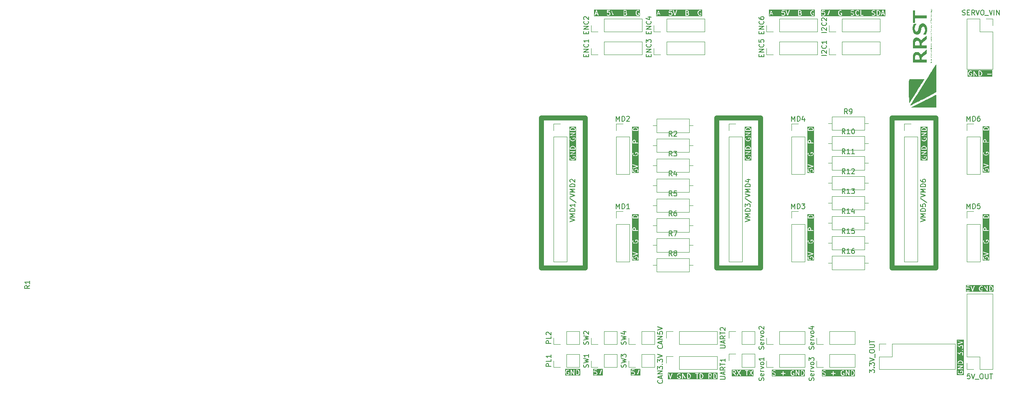
<source format=gto>
G04 #@! TF.GenerationSoftware,KiCad,Pcbnew,8.0.4*
G04 #@! TF.CreationDate,2024-11-25T17:41:29+09:00*
G04 #@! TF.ProjectId,F767ZI_MB_V1.0,46373637-5a49-45f4-9d42-5f56312e302e,rev?*
G04 #@! TF.SameCoordinates,Original*
G04 #@! TF.FileFunction,Legend,Top*
G04 #@! TF.FilePolarity,Positive*
%FSLAX46Y46*%
G04 Gerber Fmt 4.6, Leading zero omitted, Abs format (unit mm)*
G04 Created by KiCad (PCBNEW 8.0.4) date 2024-11-25 17:41:29*
%MOMM*%
%LPD*%
G01*
G04 APERTURE LIST*
%ADD10C,1.000000*%
%ADD11C,0.150000*%
%ADD12C,0.120000*%
%ADD13C,0.000000*%
%ADD14R,1.700000X1.700000*%
%ADD15O,1.700000X1.700000*%
%ADD16C,1.600000*%
%ADD17O,1.600000X1.600000*%
G04 APERTURE END LIST*
D10*
X74930000Y-84846000D02*
X83820000Y-84846000D01*
X83820000Y-115326000D01*
X74930000Y-115326000D01*
X74930000Y-84846000D01*
X110490000Y-84846000D02*
X119380000Y-84846000D01*
X119380000Y-115326000D01*
X110490000Y-115326000D01*
X110490000Y-84846000D01*
X146050000Y-84846000D02*
X154940000Y-84846000D01*
X154940000Y-115326000D01*
X146050000Y-115326000D01*
X146050000Y-84846000D01*
D11*
G36*
X92084742Y-63604180D02*
G01*
X92111236Y-63630674D01*
X92145494Y-63699190D01*
X92145494Y-63806637D01*
X92111235Y-63875153D01*
X92080828Y-63905561D01*
X92012313Y-63939819D01*
X91724066Y-63939819D01*
X91724066Y-63566009D01*
X91970229Y-63566009D01*
X92084742Y-63604180D01*
G37*
G36*
X92033210Y-63124077D02*
G01*
X92063617Y-63154484D01*
X92097875Y-63223000D01*
X92097875Y-63282828D01*
X92063617Y-63351344D01*
X92033210Y-63381751D01*
X91964694Y-63416009D01*
X91724066Y-63416009D01*
X91724066Y-63089819D01*
X91964694Y-63089819D01*
X92033210Y-63124077D01*
G37*
G36*
X86259293Y-63654104D02*
G01*
X85991217Y-63654104D01*
X86125255Y-63251989D01*
X86259293Y-63654104D01*
G37*
G36*
X94930415Y-64200930D02*
G01*
X85606400Y-64200930D01*
X85606400Y-64005439D01*
X85717511Y-64005439D01*
X85719586Y-64034629D01*
X85732672Y-64060802D01*
X85754779Y-64079976D01*
X85782542Y-64089230D01*
X85811732Y-64087155D01*
X85837905Y-64074069D01*
X85857079Y-64051962D01*
X85863073Y-64038536D01*
X85941217Y-63804104D01*
X86309293Y-63804104D01*
X86387437Y-64038536D01*
X86393431Y-64051961D01*
X86412605Y-64074068D01*
X86438778Y-64087155D01*
X86467968Y-64089230D01*
X86495730Y-64079976D01*
X86517838Y-64060802D01*
X86530924Y-64034628D01*
X86532999Y-64005438D01*
X86529739Y-63991102D01*
X86365455Y-63498249D01*
X88193463Y-63498249D01*
X88194554Y-63501864D01*
X88194554Y-63505640D01*
X88198748Y-63515765D01*
X88201916Y-63526265D01*
X88204307Y-63529188D01*
X88205753Y-63532677D01*
X88213506Y-63540430D01*
X88220447Y-63548913D01*
X88223773Y-63550697D01*
X88226445Y-63553369D01*
X88236572Y-63557564D01*
X88246234Y-63562747D01*
X88249993Y-63563122D01*
X88253482Y-63564568D01*
X88264443Y-63564568D01*
X88275353Y-63565659D01*
X88278969Y-63564568D01*
X88282744Y-63564568D01*
X88292869Y-63560373D01*
X88303369Y-63557206D01*
X88306292Y-63554814D01*
X88309781Y-63553369D01*
X88321146Y-63544042D01*
X88360159Y-63505029D01*
X88428675Y-63470771D01*
X88631360Y-63470771D01*
X88699876Y-63505029D01*
X88730283Y-63535436D01*
X88764541Y-63603952D01*
X88764541Y-63806637D01*
X88730282Y-63875153D01*
X88699875Y-63905561D01*
X88631360Y-63939819D01*
X88428675Y-63939819D01*
X88360159Y-63905561D01*
X88321147Y-63866548D01*
X88309781Y-63857220D01*
X88282745Y-63846021D01*
X88253482Y-63846021D01*
X88226446Y-63857219D01*
X88205753Y-63877912D01*
X88194554Y-63904948D01*
X88194554Y-63934211D01*
X88205752Y-63961247D01*
X88215079Y-63972612D01*
X88262698Y-64020232D01*
X88268447Y-64024950D01*
X88269748Y-64026450D01*
X88272007Y-64027872D01*
X88274064Y-64029560D01*
X88275891Y-64030317D01*
X88282191Y-64034282D01*
X88377429Y-64081901D01*
X88391160Y-64087156D01*
X88393849Y-64087347D01*
X88396338Y-64088378D01*
X88410970Y-64089819D01*
X88649065Y-64089819D01*
X88663697Y-64088378D01*
X88666186Y-64087346D01*
X88668874Y-64087156D01*
X88682606Y-64081901D01*
X88777844Y-64034282D01*
X88784143Y-64030317D01*
X88785971Y-64029560D01*
X88788027Y-64027872D01*
X88790287Y-64026450D01*
X88791587Y-64024950D01*
X88797337Y-64020232D01*
X88844955Y-63972613D01*
X88849673Y-63966863D01*
X88851172Y-63965564D01*
X88852593Y-63963305D01*
X88854283Y-63961247D01*
X88855040Y-63959417D01*
X88859004Y-63953121D01*
X88906623Y-63857883D01*
X88911878Y-63844152D01*
X88912069Y-63841462D01*
X88913100Y-63838974D01*
X88914541Y-63824342D01*
X88914541Y-63586247D01*
X88913100Y-63571615D01*
X88912069Y-63569126D01*
X88911878Y-63566437D01*
X88906623Y-63552706D01*
X88859004Y-63457468D01*
X88855039Y-63451168D01*
X88854282Y-63449341D01*
X88852593Y-63447284D01*
X88851172Y-63445025D01*
X88849673Y-63443725D01*
X88844955Y-63437976D01*
X88797336Y-63390357D01*
X88791586Y-63385638D01*
X88790287Y-63384140D01*
X88788027Y-63382718D01*
X88785971Y-63381030D01*
X88784143Y-63380272D01*
X88777844Y-63376308D01*
X88682606Y-63328689D01*
X88668874Y-63323434D01*
X88666186Y-63323243D01*
X88663697Y-63322212D01*
X88649065Y-63320771D01*
X88410970Y-63320771D01*
X88396338Y-63322212D01*
X88393849Y-63323242D01*
X88391160Y-63323434D01*
X88377429Y-63328689D01*
X88358787Y-63338009D01*
X88383606Y-63089819D01*
X88791922Y-63089819D01*
X88806554Y-63088378D01*
X88833590Y-63077179D01*
X88854282Y-63056487D01*
X88865481Y-63029451D01*
X88865481Y-63024199D01*
X89050845Y-63024199D01*
X89054105Y-63038536D01*
X89387438Y-64038536D01*
X89393432Y-64051961D01*
X89396942Y-64056008D01*
X89399339Y-64060802D01*
X89406447Y-64066967D01*
X89412606Y-64074068D01*
X89417395Y-64076462D01*
X89421446Y-64079976D01*
X89430371Y-64082950D01*
X89438779Y-64087155D01*
X89444123Y-64087534D01*
X89449209Y-64089230D01*
X89458589Y-64088563D01*
X89467969Y-64089230D01*
X89473054Y-64087534D01*
X89478399Y-64087155D01*
X89486809Y-64082949D01*
X89495731Y-64079976D01*
X89499778Y-64076465D01*
X89504572Y-64074069D01*
X89510735Y-64066963D01*
X89517839Y-64060802D01*
X89520234Y-64056010D01*
X89523746Y-64051962D01*
X89529740Y-64038536D01*
X89863073Y-63038536D01*
X89866333Y-63024200D01*
X89865666Y-63014819D01*
X91574066Y-63014819D01*
X91574066Y-64014819D01*
X91575507Y-64029451D01*
X91586706Y-64056487D01*
X91607398Y-64077179D01*
X91634434Y-64088378D01*
X91649066Y-64089819D01*
X92030018Y-64089819D01*
X92044650Y-64088378D01*
X92047139Y-64087346D01*
X92049827Y-64087156D01*
X92063559Y-64081901D01*
X92158797Y-64034282D01*
X92165096Y-64030317D01*
X92166924Y-64029560D01*
X92168980Y-64027872D01*
X92171240Y-64026450D01*
X92172540Y-64024950D01*
X92178290Y-64020232D01*
X92225908Y-63972613D01*
X92230626Y-63966863D01*
X92232125Y-63965564D01*
X92233546Y-63963305D01*
X92235236Y-63961247D01*
X92235993Y-63959417D01*
X92239957Y-63953121D01*
X92287576Y-63857883D01*
X92292831Y-63844152D01*
X92293022Y-63841462D01*
X92294053Y-63838974D01*
X92295494Y-63824342D01*
X92295494Y-63681485D01*
X92294053Y-63666853D01*
X92293022Y-63664364D01*
X92292831Y-63661675D01*
X92287576Y-63647944D01*
X92239957Y-63552706D01*
X92235992Y-63546406D01*
X92235235Y-63544579D01*
X92233546Y-63542522D01*
X92232125Y-63540263D01*
X92230626Y-63538963D01*
X92225908Y-63533214D01*
X92178289Y-63485595D01*
X92166924Y-63476268D01*
X92164433Y-63475236D01*
X92162398Y-63473471D01*
X92156330Y-63470762D01*
X92178289Y-63448804D01*
X92182731Y-63443390D01*
X94050257Y-63443390D01*
X94050257Y-63586247D01*
X94050508Y-63588800D01*
X94050346Y-63589893D01*
X94051155Y-63595366D01*
X94051698Y-63600879D01*
X94052120Y-63601900D01*
X94052496Y-63604437D01*
X94100115Y-63794913D01*
X94100500Y-63795992D01*
X94100539Y-63796532D01*
X94102866Y-63802613D01*
X94105062Y-63808759D01*
X94105384Y-63809194D01*
X94105794Y-63810264D01*
X94153413Y-63905502D01*
X94157376Y-63911798D01*
X94158134Y-63913628D01*
X94159823Y-63915686D01*
X94161245Y-63917945D01*
X94162743Y-63919244D01*
X94167462Y-63924994D01*
X94262700Y-64020233D01*
X94274065Y-64029561D01*
X94276555Y-64030592D01*
X94278590Y-64032357D01*
X94292016Y-64038351D01*
X94434872Y-64085970D01*
X94442127Y-64087619D01*
X94443958Y-64088378D01*
X94446611Y-64088639D01*
X94449209Y-64089230D01*
X94451183Y-64089089D01*
X94458590Y-64089819D01*
X94553828Y-64089819D01*
X94561233Y-64089089D01*
X94563208Y-64089230D01*
X94565805Y-64088639D01*
X94568460Y-64088378D01*
X94570291Y-64087619D01*
X94577545Y-64085970D01*
X94720402Y-64038351D01*
X94733827Y-64032357D01*
X94735862Y-64030591D01*
X94738353Y-64029560D01*
X94749719Y-64020232D01*
X94797337Y-63972613D01*
X94806665Y-63961247D01*
X94813946Y-63943668D01*
X94817863Y-63934212D01*
X94819304Y-63919580D01*
X94819304Y-63586247D01*
X94817863Y-63571615D01*
X94806664Y-63544579D01*
X94785972Y-63523887D01*
X94758936Y-63512688D01*
X94744304Y-63511247D01*
X94553828Y-63511247D01*
X94539196Y-63512688D01*
X94512160Y-63523887D01*
X94491468Y-63544579D01*
X94480269Y-63571615D01*
X94480269Y-63600879D01*
X94491468Y-63627915D01*
X94512160Y-63648607D01*
X94539196Y-63659806D01*
X94553828Y-63661247D01*
X94669304Y-63661247D01*
X94669304Y-63888514D01*
X94656171Y-63901647D01*
X94541658Y-63939819D01*
X94470760Y-63939819D01*
X94356247Y-63901648D01*
X94282134Y-63827534D01*
X94243640Y-63750547D01*
X94200257Y-63577013D01*
X94200257Y-63452624D01*
X94243640Y-63279090D01*
X94282134Y-63202103D01*
X94356247Y-63127990D01*
X94470760Y-63089819D01*
X94583742Y-63089819D01*
X94663144Y-63129520D01*
X94676875Y-63134775D01*
X94706065Y-63136849D01*
X94733827Y-63127595D01*
X94755934Y-63108422D01*
X94769022Y-63082247D01*
X94771096Y-63053057D01*
X94761842Y-63025296D01*
X94742669Y-63003188D01*
X94730226Y-62995356D01*
X94634988Y-62947737D01*
X94621256Y-62942482D01*
X94618568Y-62942291D01*
X94616079Y-62941260D01*
X94601447Y-62939819D01*
X94458590Y-62939819D01*
X94451183Y-62940548D01*
X94449209Y-62940408D01*
X94446611Y-62940998D01*
X94443958Y-62941260D01*
X94442127Y-62942018D01*
X94434872Y-62943668D01*
X94292016Y-62991287D01*
X94278590Y-62997281D01*
X94276555Y-62999045D01*
X94274065Y-63000077D01*
X94262700Y-63009405D01*
X94167462Y-63104643D01*
X94162743Y-63110392D01*
X94161245Y-63111692D01*
X94159823Y-63113951D01*
X94158135Y-63116008D01*
X94157377Y-63117835D01*
X94153413Y-63124135D01*
X94105794Y-63219373D01*
X94105384Y-63220442D01*
X94105062Y-63220878D01*
X94102866Y-63227023D01*
X94100539Y-63233105D01*
X94100500Y-63233644D01*
X94100115Y-63234724D01*
X94052496Y-63425200D01*
X94052120Y-63427736D01*
X94051698Y-63428758D01*
X94051155Y-63434270D01*
X94050346Y-63439744D01*
X94050508Y-63440836D01*
X94050257Y-63443390D01*
X92182731Y-63443390D01*
X92183007Y-63443054D01*
X92184506Y-63441755D01*
X92185927Y-63439495D01*
X92187616Y-63437439D01*
X92188373Y-63435611D01*
X92192338Y-63429312D01*
X92239957Y-63334074D01*
X92245212Y-63320343D01*
X92245403Y-63317653D01*
X92246434Y-63315165D01*
X92247875Y-63300533D01*
X92247875Y-63205295D01*
X92246434Y-63190663D01*
X92245403Y-63188174D01*
X92245212Y-63185485D01*
X92239957Y-63171754D01*
X92192338Y-63076516D01*
X92188373Y-63070216D01*
X92187616Y-63068389D01*
X92185927Y-63066332D01*
X92184506Y-63064073D01*
X92183007Y-63062773D01*
X92178289Y-63057024D01*
X92130670Y-63009405D01*
X92124920Y-63004686D01*
X92123621Y-63003188D01*
X92121361Y-63001766D01*
X92119305Y-63000078D01*
X92117477Y-62999320D01*
X92111178Y-62995356D01*
X92015940Y-62947737D01*
X92002208Y-62942482D01*
X91999520Y-62942291D01*
X91997031Y-62941260D01*
X91982399Y-62939819D01*
X91649066Y-62939819D01*
X91634434Y-62941260D01*
X91607398Y-62952459D01*
X91586706Y-62973151D01*
X91575507Y-63000187D01*
X91574066Y-63014819D01*
X89865666Y-63014819D01*
X89864258Y-62995010D01*
X89851172Y-62968836D01*
X89829064Y-62949662D01*
X89801302Y-62940408D01*
X89772112Y-62942483D01*
X89745939Y-62955570D01*
X89726765Y-62977677D01*
X89720771Y-62991102D01*
X89458589Y-63777648D01*
X89196407Y-62991102D01*
X89190413Y-62977676D01*
X89171239Y-62955569D01*
X89145066Y-62942483D01*
X89115876Y-62940408D01*
X89088113Y-62949662D01*
X89066006Y-62968836D01*
X89052920Y-62995009D01*
X89050845Y-63024199D01*
X88865481Y-63024199D01*
X88865481Y-63000187D01*
X88854282Y-62973151D01*
X88833590Y-62952459D01*
X88806554Y-62941260D01*
X88791922Y-62939819D01*
X88315732Y-62939819D01*
X88310320Y-62940351D01*
X88308492Y-62940169D01*
X88306705Y-62940707D01*
X88301100Y-62941260D01*
X88290973Y-62945454D01*
X88280476Y-62948622D01*
X88277552Y-62951013D01*
X88274064Y-62952459D01*
X88266310Y-62960212D01*
X88257828Y-62967153D01*
X88256043Y-62970479D01*
X88253372Y-62973151D01*
X88249176Y-62983280D01*
X88243994Y-62992940D01*
X88242886Y-62998464D01*
X88242173Y-63000187D01*
X88242173Y-63002023D01*
X88241104Y-63007356D01*
X88193485Y-63483546D01*
X88193463Y-63498249D01*
X86365455Y-63498249D01*
X86196406Y-62991102D01*
X86190412Y-62977676D01*
X86186900Y-62973627D01*
X86184505Y-62968836D01*
X86177401Y-62962674D01*
X86171238Y-62955569D01*
X86166444Y-62953172D01*
X86162397Y-62949662D01*
X86153475Y-62946688D01*
X86145065Y-62942483D01*
X86139720Y-62942103D01*
X86134635Y-62940408D01*
X86125255Y-62941074D01*
X86115875Y-62940408D01*
X86110789Y-62942103D01*
X86105445Y-62942483D01*
X86097037Y-62946687D01*
X86088112Y-62949662D01*
X86084061Y-62953175D01*
X86079272Y-62955570D01*
X86073113Y-62962670D01*
X86066005Y-62968836D01*
X86063608Y-62973629D01*
X86060098Y-62977677D01*
X86054104Y-62991102D01*
X85720771Y-63991102D01*
X85717511Y-64005439D01*
X85606400Y-64005439D01*
X85606400Y-62828708D01*
X94930415Y-62828708D01*
X94930415Y-64200930D01*
G37*
G36*
X87342491Y-137225930D02*
G01*
X85447399Y-137225930D01*
X85447399Y-136523249D01*
X85558510Y-136523249D01*
X85559601Y-136526864D01*
X85559601Y-136530640D01*
X85563795Y-136540765D01*
X85566963Y-136551265D01*
X85569354Y-136554188D01*
X85570800Y-136557677D01*
X85578553Y-136565430D01*
X85585494Y-136573913D01*
X85588820Y-136575697D01*
X85591492Y-136578369D01*
X85601619Y-136582564D01*
X85611281Y-136587747D01*
X85615040Y-136588122D01*
X85618529Y-136589568D01*
X85629490Y-136589568D01*
X85640400Y-136590659D01*
X85644016Y-136589568D01*
X85647791Y-136589568D01*
X85657916Y-136585373D01*
X85668416Y-136582206D01*
X85671339Y-136579814D01*
X85674828Y-136578369D01*
X85686193Y-136569042D01*
X85725206Y-136530029D01*
X85793722Y-136495771D01*
X85996407Y-136495771D01*
X86064923Y-136530029D01*
X86095330Y-136560436D01*
X86129588Y-136628952D01*
X86129588Y-136831637D01*
X86095329Y-136900153D01*
X86064922Y-136930561D01*
X85996407Y-136964819D01*
X85793722Y-136964819D01*
X85725206Y-136930561D01*
X85686194Y-136891548D01*
X85674828Y-136882220D01*
X85647792Y-136871021D01*
X85618529Y-136871021D01*
X85591493Y-136882219D01*
X85570800Y-136902912D01*
X85559601Y-136929948D01*
X85559601Y-136959211D01*
X85570799Y-136986247D01*
X85580126Y-136997612D01*
X85627745Y-137045232D01*
X85633494Y-137049950D01*
X85634795Y-137051450D01*
X85637054Y-137052872D01*
X85639111Y-137054560D01*
X85640938Y-137055317D01*
X85647238Y-137059282D01*
X85742476Y-137106901D01*
X85756207Y-137112156D01*
X85758896Y-137112347D01*
X85761385Y-137113378D01*
X85776017Y-137114819D01*
X86014112Y-137114819D01*
X86028744Y-137113378D01*
X86031233Y-137112346D01*
X86033921Y-137112156D01*
X86047653Y-137106901D01*
X86142891Y-137059282D01*
X86149190Y-137055317D01*
X86151018Y-137054560D01*
X86153074Y-137052872D01*
X86155334Y-137051450D01*
X86156634Y-137049950D01*
X86162384Y-137045232D01*
X86210002Y-136997613D01*
X86214720Y-136991863D01*
X86216219Y-136990564D01*
X86217640Y-136988305D01*
X86219330Y-136986247D01*
X86220087Y-136984417D01*
X86224051Y-136978121D01*
X86271670Y-136882883D01*
X86276925Y-136869152D01*
X86277116Y-136866462D01*
X86278147Y-136863974D01*
X86279588Y-136849342D01*
X86279588Y-136611247D01*
X86278147Y-136596615D01*
X86277116Y-136594126D01*
X86276925Y-136591437D01*
X86271670Y-136577706D01*
X86224051Y-136482468D01*
X86220086Y-136476168D01*
X86219329Y-136474341D01*
X86217640Y-136472284D01*
X86216219Y-136470025D01*
X86214720Y-136468725D01*
X86210002Y-136462976D01*
X86162383Y-136415357D01*
X86156633Y-136410638D01*
X86155334Y-136409140D01*
X86153074Y-136407718D01*
X86151018Y-136406030D01*
X86149190Y-136405272D01*
X86142891Y-136401308D01*
X86047653Y-136353689D01*
X86033921Y-136348434D01*
X86031233Y-136348243D01*
X86028744Y-136347212D01*
X86014112Y-136345771D01*
X85776017Y-136345771D01*
X85761385Y-136347212D01*
X85758896Y-136348242D01*
X85756207Y-136348434D01*
X85742476Y-136353689D01*
X85723834Y-136363009D01*
X85748653Y-136114819D01*
X86156969Y-136114819D01*
X86171601Y-136113378D01*
X86198637Y-136102179D01*
X86219329Y-136081487D01*
X86230528Y-136054451D01*
X86230528Y-136049199D01*
X86415892Y-136049199D01*
X86419152Y-136063536D01*
X86752485Y-137063536D01*
X86758479Y-137076961D01*
X86761989Y-137081008D01*
X86764386Y-137085802D01*
X86771494Y-137091967D01*
X86777653Y-137099068D01*
X86782442Y-137101462D01*
X86786493Y-137104976D01*
X86795418Y-137107950D01*
X86803826Y-137112155D01*
X86809170Y-137112534D01*
X86814256Y-137114230D01*
X86823636Y-137113563D01*
X86833016Y-137114230D01*
X86838101Y-137112534D01*
X86843446Y-137112155D01*
X86851856Y-137107949D01*
X86860778Y-137104976D01*
X86864825Y-137101465D01*
X86869619Y-137099069D01*
X86875782Y-137091963D01*
X86882886Y-137085802D01*
X86885281Y-137081010D01*
X86888793Y-137076962D01*
X86894787Y-137063536D01*
X87228120Y-136063536D01*
X87231380Y-136049200D01*
X87229305Y-136020010D01*
X87216219Y-135993836D01*
X87194111Y-135974662D01*
X87166349Y-135965408D01*
X87137159Y-135967483D01*
X87110986Y-135980570D01*
X87091812Y-136002677D01*
X87085818Y-136016102D01*
X86823636Y-136802648D01*
X86561454Y-136016102D01*
X86555460Y-136002676D01*
X86536286Y-135980569D01*
X86510113Y-135967483D01*
X86480923Y-135965408D01*
X86453160Y-135974662D01*
X86431053Y-135993836D01*
X86417967Y-136020009D01*
X86415892Y-136049199D01*
X86230528Y-136049199D01*
X86230528Y-136025187D01*
X86219329Y-135998151D01*
X86198637Y-135977459D01*
X86171601Y-135966260D01*
X86156969Y-135964819D01*
X85680779Y-135964819D01*
X85675367Y-135965351D01*
X85673539Y-135965169D01*
X85671752Y-135965707D01*
X85666147Y-135966260D01*
X85656020Y-135970454D01*
X85645523Y-135973622D01*
X85642599Y-135976013D01*
X85639111Y-135977459D01*
X85631357Y-135985212D01*
X85622875Y-135992153D01*
X85621090Y-135995479D01*
X85618419Y-135998151D01*
X85614223Y-136008280D01*
X85609041Y-136017940D01*
X85607933Y-136023464D01*
X85607220Y-136025187D01*
X85607220Y-136027023D01*
X85606151Y-136032356D01*
X85558532Y-136508546D01*
X85558510Y-136523249D01*
X85447399Y-136523249D01*
X85447399Y-135853708D01*
X87342491Y-135853708D01*
X87342491Y-137225930D01*
G37*
G36*
X82353836Y-136152990D02*
G01*
X82427949Y-136227103D01*
X82466442Y-136304090D01*
X82509826Y-136477624D01*
X82509826Y-136602013D01*
X82466442Y-136775547D01*
X82427948Y-136852534D01*
X82353836Y-136926647D01*
X82239323Y-136964819D01*
X82088398Y-136964819D01*
X82088398Y-136114819D01*
X82239323Y-136114819D01*
X82353836Y-136152990D01*
G37*
G36*
X82770937Y-137225930D02*
G01*
X79732049Y-137225930D01*
X79732049Y-136468390D01*
X79843160Y-136468390D01*
X79843160Y-136611247D01*
X79843411Y-136613800D01*
X79843249Y-136614893D01*
X79844058Y-136620366D01*
X79844601Y-136625879D01*
X79845023Y-136626900D01*
X79845399Y-136629437D01*
X79893018Y-136819913D01*
X79893403Y-136820992D01*
X79893442Y-136821532D01*
X79895769Y-136827613D01*
X79897965Y-136833759D01*
X79898287Y-136834194D01*
X79898697Y-136835264D01*
X79946316Y-136930502D01*
X79950279Y-136936798D01*
X79951037Y-136938628D01*
X79952726Y-136940686D01*
X79954148Y-136942945D01*
X79955646Y-136944244D01*
X79960365Y-136949994D01*
X80055603Y-137045233D01*
X80066968Y-137054561D01*
X80069458Y-137055592D01*
X80071493Y-137057357D01*
X80084919Y-137063351D01*
X80227775Y-137110970D01*
X80235030Y-137112619D01*
X80236861Y-137113378D01*
X80239514Y-137113639D01*
X80242112Y-137114230D01*
X80244086Y-137114089D01*
X80251493Y-137114819D01*
X80346731Y-137114819D01*
X80354136Y-137114089D01*
X80356111Y-137114230D01*
X80358708Y-137113639D01*
X80361363Y-137113378D01*
X80363194Y-137112619D01*
X80370448Y-137110970D01*
X80513305Y-137063351D01*
X80526730Y-137057357D01*
X80528765Y-137055591D01*
X80531256Y-137054560D01*
X80542622Y-137045232D01*
X80590240Y-136997613D01*
X80599568Y-136986247D01*
X80606849Y-136968668D01*
X80610766Y-136959212D01*
X80612207Y-136944580D01*
X80612207Y-136611247D01*
X80610766Y-136596615D01*
X80599567Y-136569579D01*
X80578875Y-136548887D01*
X80551839Y-136537688D01*
X80537207Y-136536247D01*
X80346731Y-136536247D01*
X80332099Y-136537688D01*
X80305063Y-136548887D01*
X80284371Y-136569579D01*
X80273172Y-136596615D01*
X80273172Y-136625879D01*
X80284371Y-136652915D01*
X80305063Y-136673607D01*
X80332099Y-136684806D01*
X80346731Y-136686247D01*
X80462207Y-136686247D01*
X80462207Y-136913514D01*
X80449074Y-136926647D01*
X80334561Y-136964819D01*
X80263663Y-136964819D01*
X80149150Y-136926648D01*
X80075037Y-136852534D01*
X80036543Y-136775547D01*
X79993160Y-136602013D01*
X79993160Y-136477624D01*
X80036543Y-136304090D01*
X80075037Y-136227103D01*
X80149150Y-136152990D01*
X80263663Y-136114819D01*
X80376645Y-136114819D01*
X80456047Y-136154520D01*
X80469778Y-136159775D01*
X80498968Y-136161849D01*
X80526730Y-136152595D01*
X80548837Y-136133422D01*
X80561925Y-136107247D01*
X80563999Y-136078057D01*
X80554745Y-136050296D01*
X80545659Y-136039819D01*
X80890779Y-136039819D01*
X80890779Y-137039819D01*
X80892220Y-137054451D01*
X80903419Y-137081487D01*
X80924111Y-137102179D01*
X80951147Y-137113378D01*
X80980411Y-137113378D01*
X81007447Y-137102179D01*
X81028139Y-137081487D01*
X81039338Y-137054451D01*
X81040779Y-137039819D01*
X81040779Y-136322235D01*
X81472089Y-137077030D01*
X81474278Y-137080114D01*
X81474847Y-137081487D01*
X81476244Y-137082884D01*
X81480599Y-137089019D01*
X81488487Y-137095127D01*
X81495539Y-137102179D01*
X81499957Y-137104009D01*
X81503737Y-137106936D01*
X81513358Y-137109560D01*
X81522575Y-137113378D01*
X81527356Y-137113378D01*
X81531968Y-137114636D01*
X81541865Y-137113378D01*
X81551839Y-137113378D01*
X81556254Y-137111548D01*
X81560998Y-137110946D01*
X81569662Y-137105995D01*
X81578875Y-137102179D01*
X81582253Y-137098800D01*
X81586407Y-137096427D01*
X81592516Y-137088537D01*
X81599567Y-137081487D01*
X81601396Y-137077070D01*
X81604324Y-137073290D01*
X81606948Y-137063666D01*
X81610766Y-137054451D01*
X81611502Y-137046968D01*
X81612024Y-137045058D01*
X81611836Y-137043582D01*
X81612207Y-137039819D01*
X81612207Y-136039819D01*
X81938398Y-136039819D01*
X81938398Y-137039819D01*
X81939839Y-137054451D01*
X81951038Y-137081487D01*
X81971730Y-137102179D01*
X81998766Y-137113378D01*
X82013398Y-137114819D01*
X82251493Y-137114819D01*
X82258898Y-137114089D01*
X82260873Y-137114230D01*
X82263470Y-137113639D01*
X82266125Y-137113378D01*
X82267956Y-137112619D01*
X82275210Y-137110970D01*
X82418067Y-137063351D01*
X82431492Y-137057357D01*
X82433527Y-137055591D01*
X82436018Y-137054560D01*
X82447383Y-137045233D01*
X82542622Y-136949993D01*
X82547339Y-136944244D01*
X82548838Y-136942945D01*
X82550259Y-136940686D01*
X82551949Y-136938628D01*
X82552706Y-136936798D01*
X82556670Y-136930502D01*
X82604289Y-136835264D01*
X82604698Y-136834194D01*
X82605021Y-136833759D01*
X82607213Y-136827622D01*
X82609544Y-136821533D01*
X82609582Y-136820992D01*
X82609968Y-136819913D01*
X82657587Y-136629437D01*
X82657962Y-136626900D01*
X82658385Y-136625879D01*
X82658927Y-136620366D01*
X82659737Y-136614893D01*
X82659574Y-136613800D01*
X82659826Y-136611247D01*
X82659826Y-136468390D01*
X82659574Y-136465836D01*
X82659737Y-136464744D01*
X82658927Y-136459270D01*
X82658385Y-136453758D01*
X82657962Y-136452736D01*
X82657587Y-136450200D01*
X82609968Y-136259724D01*
X82609582Y-136258644D01*
X82609544Y-136258104D01*
X82607213Y-136252014D01*
X82605021Y-136245878D01*
X82604698Y-136245442D01*
X82604289Y-136244373D01*
X82556670Y-136149135D01*
X82552707Y-136142840D01*
X82551949Y-136141008D01*
X82550257Y-136138946D01*
X82548838Y-136136692D01*
X82547341Y-136135393D01*
X82542621Y-136129643D01*
X82447383Y-136034405D01*
X82436018Y-136025078D01*
X82433527Y-136024046D01*
X82431492Y-136022281D01*
X82418067Y-136016287D01*
X82275210Y-135968668D01*
X82267956Y-135967018D01*
X82266125Y-135966260D01*
X82263470Y-135965998D01*
X82260873Y-135965408D01*
X82258898Y-135965548D01*
X82251493Y-135964819D01*
X82013398Y-135964819D01*
X81998766Y-135966260D01*
X81971730Y-135977459D01*
X81951038Y-135998151D01*
X81939839Y-136025187D01*
X81938398Y-136039819D01*
X81612207Y-136039819D01*
X81610766Y-136025187D01*
X81599567Y-135998151D01*
X81578875Y-135977459D01*
X81551839Y-135966260D01*
X81522575Y-135966260D01*
X81495539Y-135977459D01*
X81474847Y-135998151D01*
X81463648Y-136025187D01*
X81462207Y-136039819D01*
X81462207Y-136757402D01*
X81030897Y-136002609D01*
X81028708Y-135999525D01*
X81028139Y-135998151D01*
X81026739Y-135996751D01*
X81022387Y-135990619D01*
X81014497Y-135984509D01*
X81007447Y-135977459D01*
X81003030Y-135975629D01*
X80999250Y-135972702D01*
X80989626Y-135970077D01*
X80980411Y-135966260D01*
X80975630Y-135966260D01*
X80971018Y-135965002D01*
X80961121Y-135966260D01*
X80951147Y-135966260D01*
X80946731Y-135968089D01*
X80941988Y-135968692D01*
X80933323Y-135973642D01*
X80924111Y-135977459D01*
X80920732Y-135980837D01*
X80916579Y-135983211D01*
X80910469Y-135991100D01*
X80903419Y-135998151D01*
X80901589Y-136002567D01*
X80898662Y-136006348D01*
X80896037Y-136015971D01*
X80892220Y-136025187D01*
X80891483Y-136032669D01*
X80890962Y-136034580D01*
X80891149Y-136036055D01*
X80890779Y-136039819D01*
X80545659Y-136039819D01*
X80535572Y-136028188D01*
X80523129Y-136020356D01*
X80427891Y-135972737D01*
X80414159Y-135967482D01*
X80411471Y-135967291D01*
X80408982Y-135966260D01*
X80394350Y-135964819D01*
X80251493Y-135964819D01*
X80244086Y-135965548D01*
X80242112Y-135965408D01*
X80239514Y-135965998D01*
X80236861Y-135966260D01*
X80235030Y-135967018D01*
X80227775Y-135968668D01*
X80084919Y-136016287D01*
X80071493Y-136022281D01*
X80069458Y-136024045D01*
X80066968Y-136025077D01*
X80055603Y-136034405D01*
X79960365Y-136129643D01*
X79955646Y-136135392D01*
X79954148Y-136136692D01*
X79952726Y-136138951D01*
X79951038Y-136141008D01*
X79950280Y-136142835D01*
X79946316Y-136149135D01*
X79898697Y-136244373D01*
X79898287Y-136245442D01*
X79897965Y-136245878D01*
X79895769Y-136252023D01*
X79893442Y-136258105D01*
X79893403Y-136258644D01*
X79893018Y-136259724D01*
X79845399Y-136450200D01*
X79845023Y-136452736D01*
X79844601Y-136453758D01*
X79844058Y-136459270D01*
X79843249Y-136464744D01*
X79843411Y-136465836D01*
X79843160Y-136468390D01*
X79732049Y-136468390D01*
X79732049Y-135853708D01*
X82770937Y-135853708D01*
X82770937Y-137225930D01*
G37*
G36*
X129428963Y-89492906D02*
G01*
X129459370Y-89523313D01*
X129493628Y-89591829D01*
X129493628Y-89880076D01*
X129119819Y-89880076D01*
X129119819Y-89591829D01*
X129154077Y-89523313D01*
X129184484Y-89492906D01*
X129253000Y-89458648D01*
X129360447Y-89458648D01*
X129428963Y-89492906D01*
G37*
G36*
X129780547Y-86978221D02*
G01*
X129857534Y-87016715D01*
X129931648Y-87090828D01*
X129969819Y-87205341D01*
X129969819Y-87356266D01*
X129119819Y-87356266D01*
X129119819Y-87205341D01*
X129157990Y-87090827D01*
X129232103Y-87016715D01*
X129309090Y-86978221D01*
X129482624Y-86934838D01*
X129607013Y-86934838D01*
X129780547Y-86978221D01*
G37*
G36*
X130230930Y-96045600D02*
G01*
X128858708Y-96045600D01*
X128858708Y-95336030D01*
X128969819Y-95336030D01*
X128969819Y-95812220D01*
X128970351Y-95817631D01*
X128970169Y-95819460D01*
X128970707Y-95821246D01*
X128971260Y-95826852D01*
X128975454Y-95836978D01*
X128978622Y-95847476D01*
X128981013Y-95850399D01*
X128982459Y-95853888D01*
X128990212Y-95861641D01*
X128997153Y-95870124D01*
X129000479Y-95871908D01*
X129003151Y-95874580D01*
X129013280Y-95878775D01*
X129022940Y-95883958D01*
X129028464Y-95885065D01*
X129030187Y-95885779D01*
X129032024Y-95885779D01*
X129037356Y-95886848D01*
X129513546Y-95934467D01*
X129528249Y-95934489D01*
X129531865Y-95933398D01*
X129535640Y-95933398D01*
X129545764Y-95929204D01*
X129556265Y-95926036D01*
X129559189Y-95923643D01*
X129562676Y-95922199D01*
X129570424Y-95914450D01*
X129578913Y-95907505D01*
X129580698Y-95904176D01*
X129583369Y-95901506D01*
X129587562Y-95891381D01*
X129592747Y-95881718D01*
X129593122Y-95877958D01*
X129594568Y-95874470D01*
X129594568Y-95863508D01*
X129595659Y-95852599D01*
X129594568Y-95848983D01*
X129594568Y-95845207D01*
X129590373Y-95835080D01*
X129587206Y-95824583D01*
X129584814Y-95821659D01*
X129583369Y-95818171D01*
X129574042Y-95806806D01*
X129535029Y-95767793D01*
X129500771Y-95699277D01*
X129500771Y-95496592D01*
X129535029Y-95428076D01*
X129565436Y-95397669D01*
X129633952Y-95363411D01*
X129836637Y-95363411D01*
X129905153Y-95397669D01*
X129935561Y-95428076D01*
X129969819Y-95496592D01*
X129969819Y-95699277D01*
X129935561Y-95767792D01*
X129896548Y-95806805D01*
X129887220Y-95818171D01*
X129876021Y-95845207D01*
X129876021Y-95874470D01*
X129887219Y-95901506D01*
X129907912Y-95922199D01*
X129934948Y-95933398D01*
X129964211Y-95933398D01*
X129991247Y-95922200D01*
X130002612Y-95912873D01*
X130050232Y-95865254D01*
X130054950Y-95859504D01*
X130056450Y-95858204D01*
X130057872Y-95855944D01*
X130059560Y-95853888D01*
X130060317Y-95852060D01*
X130064282Y-95845761D01*
X130111901Y-95750523D01*
X130117156Y-95736792D01*
X130117347Y-95734102D01*
X130118378Y-95731614D01*
X130119819Y-95716982D01*
X130119819Y-95478887D01*
X130118378Y-95464255D01*
X130117347Y-95461766D01*
X130117156Y-95459077D01*
X130111901Y-95445346D01*
X130064282Y-95350108D01*
X130060317Y-95343808D01*
X130059560Y-95341981D01*
X130057872Y-95339924D01*
X130056450Y-95337665D01*
X130054950Y-95336364D01*
X130050232Y-95330615D01*
X130002612Y-95282996D01*
X129996863Y-95278278D01*
X129995564Y-95276780D01*
X129993305Y-95275358D01*
X129991247Y-95273669D01*
X129989417Y-95272911D01*
X129983121Y-95268948D01*
X129887883Y-95221329D01*
X129874151Y-95216074D01*
X129871463Y-95215883D01*
X129868974Y-95214852D01*
X129854342Y-95213411D01*
X129616247Y-95213411D01*
X129601615Y-95214852D01*
X129599126Y-95215882D01*
X129596437Y-95216074D01*
X129582706Y-95221329D01*
X129487468Y-95268948D01*
X129481168Y-95272912D01*
X129479341Y-95273670D01*
X129477284Y-95275358D01*
X129475025Y-95276780D01*
X129473725Y-95278278D01*
X129467976Y-95282997D01*
X129420357Y-95330616D01*
X129415638Y-95336365D01*
X129414140Y-95337665D01*
X129412718Y-95339924D01*
X129411030Y-95341981D01*
X129410272Y-95343808D01*
X129406308Y-95350108D01*
X129358689Y-95445346D01*
X129353434Y-95459078D01*
X129353243Y-95461765D01*
X129352212Y-95464255D01*
X129350771Y-95478887D01*
X129350771Y-95716982D01*
X129352212Y-95731614D01*
X129353243Y-95734103D01*
X129353434Y-95736791D01*
X129358689Y-95750523D01*
X129368009Y-95769164D01*
X129119819Y-95744345D01*
X129119819Y-95336030D01*
X129118378Y-95321398D01*
X129107179Y-95294362D01*
X129086487Y-95273670D01*
X129059451Y-95262471D01*
X129030187Y-95262471D01*
X129003151Y-95273670D01*
X128982459Y-95294362D01*
X128971260Y-95321398D01*
X128969819Y-95336030D01*
X128858708Y-95336030D01*
X128858708Y-94326650D01*
X128970408Y-94326650D01*
X128972483Y-94355840D01*
X128985569Y-94382013D01*
X129007676Y-94401187D01*
X129021102Y-94407181D01*
X129807648Y-94669363D01*
X129021102Y-94931545D01*
X129007676Y-94937539D01*
X128985569Y-94956713D01*
X128972483Y-94982886D01*
X128970408Y-95012076D01*
X128979662Y-95039839D01*
X128998836Y-95061946D01*
X129025009Y-95075032D01*
X129054199Y-95077107D01*
X129068536Y-95073847D01*
X130068536Y-94740514D01*
X130081961Y-94734520D01*
X130086008Y-94731009D01*
X130090802Y-94728613D01*
X130096966Y-94721505D01*
X130104068Y-94715346D01*
X130106463Y-94710554D01*
X130109976Y-94706505D01*
X130112950Y-94697582D01*
X130117155Y-94689173D01*
X130117534Y-94683828D01*
X130119230Y-94678743D01*
X130118563Y-94669363D01*
X130119230Y-94659983D01*
X130117534Y-94654897D01*
X130117155Y-94649553D01*
X130112950Y-94641143D01*
X130109976Y-94632221D01*
X130106463Y-94628171D01*
X130104068Y-94623380D01*
X130096966Y-94617220D01*
X130090802Y-94610113D01*
X130086008Y-94607716D01*
X130081961Y-94604206D01*
X130068536Y-94598212D01*
X129068536Y-94264879D01*
X129054199Y-94261619D01*
X129025009Y-94263694D01*
X128998836Y-94276780D01*
X128979662Y-94298887D01*
X128970408Y-94326650D01*
X128858708Y-94326650D01*
X128858708Y-92050315D01*
X128969819Y-92050315D01*
X128969819Y-92193172D01*
X128970548Y-92200577D01*
X128970408Y-92202552D01*
X128970998Y-92205149D01*
X128971260Y-92207804D01*
X128972018Y-92209635D01*
X128973668Y-92216889D01*
X129021287Y-92359746D01*
X129027281Y-92373171D01*
X129029046Y-92375206D01*
X129030078Y-92377697D01*
X129039405Y-92389062D01*
X129134643Y-92484300D01*
X129140393Y-92489020D01*
X129141692Y-92490517D01*
X129143946Y-92491936D01*
X129146008Y-92493628D01*
X129147840Y-92494386D01*
X129154135Y-92498349D01*
X129249373Y-92545968D01*
X129250442Y-92546377D01*
X129250878Y-92546700D01*
X129257014Y-92548892D01*
X129263104Y-92551223D01*
X129263644Y-92551261D01*
X129264724Y-92551647D01*
X129455200Y-92599266D01*
X129457736Y-92599641D01*
X129458758Y-92600064D01*
X129464270Y-92600606D01*
X129469744Y-92601416D01*
X129470836Y-92601253D01*
X129473390Y-92601505D01*
X129616247Y-92601505D01*
X129618800Y-92601253D01*
X129619893Y-92601416D01*
X129625366Y-92600606D01*
X129630879Y-92600064D01*
X129631900Y-92599641D01*
X129634437Y-92599266D01*
X129824913Y-92551647D01*
X129825992Y-92551261D01*
X129826532Y-92551223D01*
X129832613Y-92548895D01*
X129838759Y-92546700D01*
X129839194Y-92546377D01*
X129840264Y-92545968D01*
X129935502Y-92498349D01*
X129941798Y-92494385D01*
X129943628Y-92493628D01*
X129945686Y-92491938D01*
X129947945Y-92490517D01*
X129949244Y-92489018D01*
X129954994Y-92484300D01*
X130050233Y-92389062D01*
X130059561Y-92377697D01*
X130060592Y-92375206D01*
X130062357Y-92373172D01*
X130068351Y-92359746D01*
X130115970Y-92216890D01*
X130117619Y-92209634D01*
X130118378Y-92207804D01*
X130118639Y-92205150D01*
X130119230Y-92202553D01*
X130119089Y-92200578D01*
X130119819Y-92193172D01*
X130119819Y-92097934D01*
X130119089Y-92090527D01*
X130119230Y-92088553D01*
X130118639Y-92085955D01*
X130118378Y-92083302D01*
X130117619Y-92081471D01*
X130115970Y-92074216D01*
X130068351Y-91931360D01*
X130062357Y-91917934D01*
X130060590Y-91915897D01*
X130059560Y-91913409D01*
X130050232Y-91902043D01*
X130002612Y-91854424D01*
X129991247Y-91845097D01*
X129975410Y-91838537D01*
X129964212Y-91833899D01*
X129949580Y-91832458D01*
X129616247Y-91832458D01*
X129601615Y-91833899D01*
X129574579Y-91845098D01*
X129553887Y-91865790D01*
X129542688Y-91892826D01*
X129541247Y-91907458D01*
X129541247Y-92097934D01*
X129542688Y-92112566D01*
X129553887Y-92139602D01*
X129574579Y-92160294D01*
X129601615Y-92171493D01*
X129630879Y-92171493D01*
X129657915Y-92160294D01*
X129678607Y-92139602D01*
X129689806Y-92112566D01*
X129691247Y-92097934D01*
X129691247Y-91982458D01*
X129918514Y-91982458D01*
X129931648Y-91995591D01*
X129969819Y-92110104D01*
X129969819Y-92181002D01*
X129931648Y-92295514D01*
X129857534Y-92369627D01*
X129780547Y-92408121D01*
X129607013Y-92451505D01*
X129482624Y-92451505D01*
X129309090Y-92408121D01*
X129232103Y-92369628D01*
X129157990Y-92295515D01*
X129119819Y-92181001D01*
X129119819Y-92068020D01*
X129159520Y-91988618D01*
X129164775Y-91974887D01*
X129166849Y-91945697D01*
X129157595Y-91917935D01*
X129138422Y-91895828D01*
X129112247Y-91882740D01*
X129083057Y-91880666D01*
X129055296Y-91889920D01*
X129033188Y-91909093D01*
X129025356Y-91921536D01*
X128977737Y-92016774D01*
X128972482Y-92030506D01*
X128972291Y-92033193D01*
X128971260Y-92035683D01*
X128969819Y-92050315D01*
X128858708Y-92050315D01*
X128858708Y-89574124D01*
X128969819Y-89574124D01*
X128969819Y-89955076D01*
X128971260Y-89969708D01*
X128982459Y-89996744D01*
X129003151Y-90017436D01*
X129030187Y-90028635D01*
X129044819Y-90030076D01*
X130044819Y-90030076D01*
X130059451Y-90028635D01*
X130086487Y-90017436D01*
X130107179Y-89996744D01*
X130118378Y-89969708D01*
X130118378Y-89940444D01*
X130107179Y-89913408D01*
X130086487Y-89892716D01*
X130059451Y-89881517D01*
X130044819Y-89880076D01*
X129643628Y-89880076D01*
X129643628Y-89574124D01*
X129642187Y-89559492D01*
X129641156Y-89557003D01*
X129640965Y-89554314D01*
X129635710Y-89540583D01*
X129588091Y-89445345D01*
X129584126Y-89439045D01*
X129583369Y-89437218D01*
X129581680Y-89435161D01*
X129580259Y-89432902D01*
X129578760Y-89431602D01*
X129574042Y-89425853D01*
X129526423Y-89378234D01*
X129520673Y-89373515D01*
X129519374Y-89372017D01*
X129517114Y-89370595D01*
X129515058Y-89368907D01*
X129513230Y-89368149D01*
X129506931Y-89364185D01*
X129411693Y-89316566D01*
X129397961Y-89311311D01*
X129395273Y-89311120D01*
X129392784Y-89310089D01*
X129378152Y-89308648D01*
X129235295Y-89308648D01*
X129220663Y-89310089D01*
X129218174Y-89311119D01*
X129215485Y-89311311D01*
X129201754Y-89316566D01*
X129106516Y-89364185D01*
X129100216Y-89368149D01*
X129098389Y-89368907D01*
X129096332Y-89370595D01*
X129094073Y-89372017D01*
X129092773Y-89373515D01*
X129087024Y-89378234D01*
X129039405Y-89425853D01*
X129034686Y-89431602D01*
X129033188Y-89432902D01*
X129031766Y-89435161D01*
X129030078Y-89437218D01*
X129029320Y-89439045D01*
X129025356Y-89445345D01*
X128977737Y-89540583D01*
X128972482Y-89554315D01*
X128972291Y-89557002D01*
X128971260Y-89559492D01*
X128969819Y-89574124D01*
X128858708Y-89574124D01*
X128858708Y-87193171D01*
X128969819Y-87193171D01*
X128969819Y-87431266D01*
X128971260Y-87445898D01*
X128982459Y-87472934D01*
X129003151Y-87493626D01*
X129030187Y-87504825D01*
X129044819Y-87506266D01*
X130044819Y-87506266D01*
X130059451Y-87504825D01*
X130086487Y-87493626D01*
X130107179Y-87472934D01*
X130118378Y-87445898D01*
X130119819Y-87431266D01*
X130119819Y-87193171D01*
X130119089Y-87185764D01*
X130119230Y-87183790D01*
X130118639Y-87181192D01*
X130118378Y-87178539D01*
X130117619Y-87176708D01*
X130115970Y-87169453D01*
X130068351Y-87026597D01*
X130062357Y-87013171D01*
X130060592Y-87011136D01*
X130059561Y-87008646D01*
X130050233Y-86997281D01*
X129954994Y-86902043D01*
X129949244Y-86897324D01*
X129947945Y-86895826D01*
X129945686Y-86894404D01*
X129943628Y-86892715D01*
X129941798Y-86891957D01*
X129935502Y-86887994D01*
X129840264Y-86840375D01*
X129839194Y-86839965D01*
X129838759Y-86839643D01*
X129832613Y-86837447D01*
X129826532Y-86835120D01*
X129825992Y-86835081D01*
X129824913Y-86834696D01*
X129634437Y-86787077D01*
X129631900Y-86786701D01*
X129630879Y-86786279D01*
X129625366Y-86785736D01*
X129619893Y-86784927D01*
X129618800Y-86785089D01*
X129616247Y-86784838D01*
X129473390Y-86784838D01*
X129470836Y-86785089D01*
X129469744Y-86784927D01*
X129464270Y-86785736D01*
X129458758Y-86786279D01*
X129457736Y-86786701D01*
X129455200Y-86787077D01*
X129264724Y-86834696D01*
X129263644Y-86835081D01*
X129263104Y-86835120D01*
X129257014Y-86837450D01*
X129250878Y-86839643D01*
X129250442Y-86839965D01*
X129249373Y-86840375D01*
X129154135Y-86887994D01*
X129147840Y-86891956D01*
X129146008Y-86892715D01*
X129143946Y-86894406D01*
X129141692Y-86895826D01*
X129140393Y-86897322D01*
X129134643Y-86902043D01*
X129039405Y-86997281D01*
X129030078Y-87008646D01*
X129029046Y-87011136D01*
X129027281Y-87013172D01*
X129021287Y-87026597D01*
X128973668Y-87169454D01*
X128972018Y-87176707D01*
X128971260Y-87178539D01*
X128970998Y-87181193D01*
X128970408Y-87183791D01*
X128970548Y-87185765D01*
X128969819Y-87193171D01*
X128858708Y-87193171D01*
X128858708Y-86673727D01*
X130230930Y-86673727D01*
X130230930Y-96045600D01*
G37*
G36*
X114179542Y-136276077D02*
G01*
X114209949Y-136306484D01*
X114244207Y-136375000D01*
X114244207Y-136482447D01*
X114209949Y-136550963D01*
X114179542Y-136581370D01*
X114111026Y-136615628D01*
X113822779Y-136615628D01*
X113822779Y-136241819D01*
X114111026Y-136241819D01*
X114179542Y-136276077D01*
G37*
G36*
X117981509Y-137352930D02*
G01*
X113561668Y-137352930D01*
X113561668Y-136166819D01*
X113672779Y-136166819D01*
X113672779Y-137166819D01*
X113674220Y-137181451D01*
X113685419Y-137208487D01*
X113706111Y-137229179D01*
X113733147Y-137240378D01*
X113762411Y-137240378D01*
X113789447Y-137229179D01*
X113810139Y-137208487D01*
X113821338Y-137181451D01*
X113822779Y-137166819D01*
X113822779Y-136765628D01*
X113946825Y-136765628D01*
X114257765Y-137209829D01*
X114267336Y-137220989D01*
X114292015Y-137236716D01*
X114320832Y-137241802D01*
X114349403Y-137235472D01*
X114373377Y-137218690D01*
X114389104Y-137194012D01*
X114394189Y-137165194D01*
X114387860Y-137136623D01*
X114380650Y-137123810D01*
X114129846Y-136765518D01*
X114143363Y-136764187D01*
X114145852Y-136763155D01*
X114148540Y-136762965D01*
X114162272Y-136757710D01*
X114257510Y-136710091D01*
X114263809Y-136706126D01*
X114265637Y-136705369D01*
X114267693Y-136703680D01*
X114269953Y-136702259D01*
X114271252Y-136700760D01*
X114277002Y-136696042D01*
X114324621Y-136648423D01*
X114329339Y-136642673D01*
X114330838Y-136641374D01*
X114332259Y-136639114D01*
X114333948Y-136637058D01*
X114334705Y-136635230D01*
X114338670Y-136628931D01*
X114386289Y-136533693D01*
X114391544Y-136519962D01*
X114391735Y-136517272D01*
X114392766Y-136514784D01*
X114394207Y-136500152D01*
X114394207Y-136357295D01*
X114392766Y-136342663D01*
X114391735Y-136340174D01*
X114391544Y-136337485D01*
X114386289Y-136323754D01*
X114338670Y-136228516D01*
X114334705Y-136222216D01*
X114333948Y-136220389D01*
X114332259Y-136218332D01*
X114330838Y-136216073D01*
X114329339Y-136214773D01*
X114324621Y-136209024D01*
X114282337Y-136166740D01*
X114577541Y-136166740D01*
X114583220Y-136195448D01*
X114590137Y-136208421D01*
X114895735Y-136666819D01*
X114590137Y-137125217D01*
X114583220Y-137138190D01*
X114577541Y-137166898D01*
X114583280Y-137195592D01*
X114599563Y-137219907D01*
X114623912Y-137236140D01*
X114652620Y-137241819D01*
X114681314Y-137236080D01*
X114705629Y-137219797D01*
X114714945Y-137208421D01*
X114985874Y-136802027D01*
X115256803Y-137208421D01*
X115266119Y-137219797D01*
X115290434Y-137236080D01*
X115319128Y-137241819D01*
X115347836Y-137236140D01*
X115372185Y-137219907D01*
X115388468Y-137195592D01*
X115394207Y-137166898D01*
X115388528Y-137138190D01*
X115381611Y-137125216D01*
X115076013Y-136666819D01*
X115381611Y-136208422D01*
X115388528Y-136195448D01*
X115394207Y-136166740D01*
X115391296Y-136152187D01*
X116245649Y-136152187D01*
X116245649Y-136181451D01*
X116256848Y-136208487D01*
X116277540Y-136229179D01*
X116304576Y-136240378D01*
X116319208Y-136241819D01*
X116529922Y-136241819D01*
X116529922Y-137166819D01*
X116531363Y-137181451D01*
X116542562Y-137208487D01*
X116563254Y-137229179D01*
X116590290Y-137240378D01*
X116619554Y-137240378D01*
X116646590Y-137229179D01*
X116667282Y-137208487D01*
X116678481Y-137181451D01*
X116679922Y-137166819D01*
X116679922Y-136241819D01*
X116890636Y-136241819D01*
X116905268Y-136240378D01*
X116932304Y-136229179D01*
X116952996Y-136208487D01*
X116964195Y-136181451D01*
X116964195Y-136166740D01*
X117053732Y-136166740D01*
X117059411Y-136195448D01*
X117066328Y-136208421D01*
X117371926Y-136666819D01*
X117066328Y-137125217D01*
X117059411Y-137138190D01*
X117053732Y-137166898D01*
X117059471Y-137195592D01*
X117075754Y-137219907D01*
X117100103Y-137236140D01*
X117128811Y-137241819D01*
X117157505Y-137236080D01*
X117181820Y-137219797D01*
X117191136Y-137208421D01*
X117462065Y-136802027D01*
X117732994Y-137208421D01*
X117742310Y-137219797D01*
X117766625Y-137236080D01*
X117795319Y-137241819D01*
X117824027Y-137236140D01*
X117848376Y-137219907D01*
X117864659Y-137195592D01*
X117870398Y-137166898D01*
X117864719Y-137138190D01*
X117857802Y-137125216D01*
X117552204Y-136666819D01*
X117857802Y-136208422D01*
X117864719Y-136195448D01*
X117870398Y-136166740D01*
X117864659Y-136138046D01*
X117848376Y-136113731D01*
X117824027Y-136097498D01*
X117795319Y-136091819D01*
X117766625Y-136097558D01*
X117742310Y-136113841D01*
X117732994Y-136125217D01*
X117462065Y-136531610D01*
X117191136Y-136125217D01*
X117181820Y-136113841D01*
X117157505Y-136097558D01*
X117128811Y-136091819D01*
X117100103Y-136097498D01*
X117075754Y-136113731D01*
X117059471Y-136138046D01*
X117053732Y-136166740D01*
X116964195Y-136166740D01*
X116964195Y-136152187D01*
X116952996Y-136125151D01*
X116932304Y-136104459D01*
X116905268Y-136093260D01*
X116890636Y-136091819D01*
X116319208Y-136091819D01*
X116304576Y-136093260D01*
X116277540Y-136104459D01*
X116256848Y-136125151D01*
X116245649Y-136152187D01*
X115391296Y-136152187D01*
X115388468Y-136138046D01*
X115372185Y-136113731D01*
X115347836Y-136097498D01*
X115319128Y-136091819D01*
X115290434Y-136097558D01*
X115266119Y-136113841D01*
X115256803Y-136125217D01*
X114985874Y-136531610D01*
X114714945Y-136125217D01*
X114705629Y-136113841D01*
X114681314Y-136097558D01*
X114652620Y-136091819D01*
X114623912Y-136097498D01*
X114599563Y-136113731D01*
X114583280Y-136138046D01*
X114577541Y-136166740D01*
X114282337Y-136166740D01*
X114277002Y-136161405D01*
X114271252Y-136156686D01*
X114269953Y-136155188D01*
X114267693Y-136153766D01*
X114265637Y-136152078D01*
X114263809Y-136151320D01*
X114257510Y-136147356D01*
X114162272Y-136099737D01*
X114148540Y-136094482D01*
X114145852Y-136094291D01*
X114143363Y-136093260D01*
X114128731Y-136091819D01*
X113747779Y-136091819D01*
X113733147Y-136093260D01*
X113706111Y-136104459D01*
X113685419Y-136125151D01*
X113674220Y-136152187D01*
X113672779Y-136166819D01*
X113561668Y-136166819D01*
X113561668Y-135980708D01*
X117981509Y-135980708D01*
X117981509Y-137352930D01*
G37*
G36*
X160133547Y-134332556D02*
G01*
X160210534Y-134371050D01*
X160284648Y-134445163D01*
X160322819Y-134559676D01*
X160322819Y-134710601D01*
X159472819Y-134710601D01*
X159472819Y-134559676D01*
X159510990Y-134445162D01*
X159585103Y-134371050D01*
X159662090Y-134332556D01*
X159835624Y-134289173D01*
X159960013Y-134289173D01*
X160133547Y-134332556D01*
G37*
G36*
X160583930Y-137066950D02*
G01*
X159211708Y-137066950D01*
X159211708Y-136404649D01*
X159322819Y-136404649D01*
X159322819Y-136547506D01*
X159323548Y-136554911D01*
X159323408Y-136556886D01*
X159323998Y-136559483D01*
X159324260Y-136562138D01*
X159325018Y-136563969D01*
X159326668Y-136571223D01*
X159374287Y-136714080D01*
X159380281Y-136727505D01*
X159382046Y-136729540D01*
X159383078Y-136732031D01*
X159392405Y-136743396D01*
X159487643Y-136838634D01*
X159493393Y-136843354D01*
X159494692Y-136844851D01*
X159496946Y-136846270D01*
X159499008Y-136847962D01*
X159500840Y-136848720D01*
X159507135Y-136852683D01*
X159602373Y-136900302D01*
X159603442Y-136900711D01*
X159603878Y-136901034D01*
X159610014Y-136903226D01*
X159616104Y-136905557D01*
X159616644Y-136905595D01*
X159617724Y-136905981D01*
X159808200Y-136953600D01*
X159810736Y-136953975D01*
X159811758Y-136954398D01*
X159817270Y-136954940D01*
X159822744Y-136955750D01*
X159823836Y-136955587D01*
X159826390Y-136955839D01*
X159969247Y-136955839D01*
X159971800Y-136955587D01*
X159972893Y-136955750D01*
X159978366Y-136954940D01*
X159983879Y-136954398D01*
X159984900Y-136953975D01*
X159987437Y-136953600D01*
X160177913Y-136905981D01*
X160178992Y-136905595D01*
X160179532Y-136905557D01*
X160185613Y-136903229D01*
X160191759Y-136901034D01*
X160192194Y-136900711D01*
X160193264Y-136900302D01*
X160288502Y-136852683D01*
X160294798Y-136848719D01*
X160296628Y-136847962D01*
X160298686Y-136846272D01*
X160300945Y-136844851D01*
X160302244Y-136843352D01*
X160307994Y-136838634D01*
X160403233Y-136743396D01*
X160412561Y-136732031D01*
X160413592Y-136729540D01*
X160415357Y-136727506D01*
X160421351Y-136714080D01*
X160468970Y-136571224D01*
X160470619Y-136563968D01*
X160471378Y-136562138D01*
X160471639Y-136559484D01*
X160472230Y-136556887D01*
X160472089Y-136554912D01*
X160472819Y-136547506D01*
X160472819Y-136452268D01*
X160472089Y-136444861D01*
X160472230Y-136442887D01*
X160471639Y-136440289D01*
X160471378Y-136437636D01*
X160470619Y-136435805D01*
X160468970Y-136428550D01*
X160421351Y-136285694D01*
X160415357Y-136272268D01*
X160413590Y-136270231D01*
X160412560Y-136267743D01*
X160403232Y-136256377D01*
X160355612Y-136208758D01*
X160344247Y-136199431D01*
X160328410Y-136192871D01*
X160317212Y-136188233D01*
X160302580Y-136186792D01*
X159969247Y-136186792D01*
X159954615Y-136188233D01*
X159927579Y-136199432D01*
X159906887Y-136220124D01*
X159895688Y-136247160D01*
X159894247Y-136261792D01*
X159894247Y-136452268D01*
X159895688Y-136466900D01*
X159906887Y-136493936D01*
X159927579Y-136514628D01*
X159954615Y-136525827D01*
X159983879Y-136525827D01*
X160010915Y-136514628D01*
X160031607Y-136493936D01*
X160042806Y-136466900D01*
X160044247Y-136452268D01*
X160044247Y-136336792D01*
X160271514Y-136336792D01*
X160284648Y-136349925D01*
X160322819Y-136464438D01*
X160322819Y-136535336D01*
X160284648Y-136649848D01*
X160210534Y-136723961D01*
X160133547Y-136762455D01*
X159960013Y-136805839D01*
X159835624Y-136805839D01*
X159662090Y-136762455D01*
X159585103Y-136723962D01*
X159510990Y-136649849D01*
X159472819Y-136535335D01*
X159472819Y-136422354D01*
X159512520Y-136342952D01*
X159517775Y-136329221D01*
X159519849Y-136300031D01*
X159510595Y-136272269D01*
X159491422Y-136250162D01*
X159465247Y-136237074D01*
X159436057Y-136235000D01*
X159408296Y-136244254D01*
X159386188Y-136263427D01*
X159378356Y-136275870D01*
X159330737Y-136371108D01*
X159325482Y-136384840D01*
X159325291Y-136387527D01*
X159324260Y-136390017D01*
X159322819Y-136404649D01*
X159211708Y-136404649D01*
X159211708Y-135827981D01*
X159323002Y-135827981D01*
X159324260Y-135837877D01*
X159324260Y-135847852D01*
X159326089Y-135852267D01*
X159326692Y-135857011D01*
X159331642Y-135865675D01*
X159335459Y-135874888D01*
X159338837Y-135878266D01*
X159341211Y-135882420D01*
X159349100Y-135888529D01*
X159356151Y-135895580D01*
X159360567Y-135897409D01*
X159364348Y-135900337D01*
X159373971Y-135902961D01*
X159383187Y-135906779D01*
X159390669Y-135907515D01*
X159392580Y-135908037D01*
X159394055Y-135907849D01*
X159397819Y-135908220D01*
X160397819Y-135908220D01*
X160412451Y-135906779D01*
X160439487Y-135895580D01*
X160460179Y-135874888D01*
X160471378Y-135847852D01*
X160471378Y-135818588D01*
X160460179Y-135791552D01*
X160439487Y-135770860D01*
X160412451Y-135759661D01*
X160397819Y-135758220D01*
X159680236Y-135758220D01*
X160435030Y-135326910D01*
X160438114Y-135324720D01*
X160439487Y-135324152D01*
X160440884Y-135322754D01*
X160447019Y-135318400D01*
X160453127Y-135310511D01*
X160460179Y-135303460D01*
X160462009Y-135299041D01*
X160464936Y-135295262D01*
X160467560Y-135285640D01*
X160471378Y-135276424D01*
X160471378Y-135271643D01*
X160472636Y-135267031D01*
X160471378Y-135257134D01*
X160471378Y-135247160D01*
X160469548Y-135242744D01*
X160468946Y-135238001D01*
X160463995Y-135229336D01*
X160460179Y-135220124D01*
X160456800Y-135216745D01*
X160454427Y-135212592D01*
X160446537Y-135206482D01*
X160439487Y-135199432D01*
X160435070Y-135197602D01*
X160431290Y-135194675D01*
X160421666Y-135192050D01*
X160412451Y-135188233D01*
X160404968Y-135187496D01*
X160403058Y-135186975D01*
X160401582Y-135187162D01*
X160397819Y-135186792D01*
X159397819Y-135186792D01*
X159383187Y-135188233D01*
X159356151Y-135199432D01*
X159335459Y-135220124D01*
X159324260Y-135247160D01*
X159324260Y-135276424D01*
X159335459Y-135303460D01*
X159356151Y-135324152D01*
X159383187Y-135335351D01*
X159397819Y-135336792D01*
X160115402Y-135336792D01*
X159360609Y-135768102D01*
X159357525Y-135770290D01*
X159356151Y-135770860D01*
X159354751Y-135772259D01*
X159348619Y-135776612D01*
X159342509Y-135784501D01*
X159335459Y-135791552D01*
X159333629Y-135795968D01*
X159330702Y-135799749D01*
X159328077Y-135809372D01*
X159324260Y-135818588D01*
X159324260Y-135823368D01*
X159323002Y-135827981D01*
X159211708Y-135827981D01*
X159211708Y-134547506D01*
X159322819Y-134547506D01*
X159322819Y-134785601D01*
X159324260Y-134800233D01*
X159335459Y-134827269D01*
X159356151Y-134847961D01*
X159383187Y-134859160D01*
X159397819Y-134860601D01*
X160397819Y-134860601D01*
X160412451Y-134859160D01*
X160439487Y-134847961D01*
X160460179Y-134827269D01*
X160471378Y-134800233D01*
X160472819Y-134785601D01*
X160472819Y-134547506D01*
X160472089Y-134540099D01*
X160472230Y-134538125D01*
X160471639Y-134535527D01*
X160471378Y-134532874D01*
X160470619Y-134531043D01*
X160468970Y-134523788D01*
X160421351Y-134380932D01*
X160415357Y-134367506D01*
X160413592Y-134365471D01*
X160412561Y-134362981D01*
X160403233Y-134351616D01*
X160307994Y-134256378D01*
X160302244Y-134251659D01*
X160300945Y-134250161D01*
X160298686Y-134248739D01*
X160296628Y-134247050D01*
X160294798Y-134246292D01*
X160288502Y-134242329D01*
X160193264Y-134194710D01*
X160192194Y-134194300D01*
X160191759Y-134193978D01*
X160185613Y-134191782D01*
X160179532Y-134189455D01*
X160178992Y-134189416D01*
X160177913Y-134189031D01*
X159987437Y-134141412D01*
X159984900Y-134141036D01*
X159983879Y-134140614D01*
X159978366Y-134140071D01*
X159972893Y-134139262D01*
X159971800Y-134139424D01*
X159969247Y-134139173D01*
X159826390Y-134139173D01*
X159823836Y-134139424D01*
X159822744Y-134139262D01*
X159817270Y-134140071D01*
X159811758Y-134140614D01*
X159810736Y-134141036D01*
X159808200Y-134141412D01*
X159617724Y-134189031D01*
X159616644Y-134189416D01*
X159616104Y-134189455D01*
X159610014Y-134191785D01*
X159603878Y-134193978D01*
X159603442Y-134194300D01*
X159602373Y-134194710D01*
X159507135Y-134242329D01*
X159500840Y-134246291D01*
X159499008Y-134247050D01*
X159496946Y-134248741D01*
X159494692Y-134250161D01*
X159493393Y-134251657D01*
X159487643Y-134256378D01*
X159392405Y-134351616D01*
X159383078Y-134362981D01*
X159382046Y-134365471D01*
X159380281Y-134367507D01*
X159374287Y-134380932D01*
X159326668Y-134523789D01*
X159325018Y-134531042D01*
X159324260Y-134532874D01*
X159323998Y-134535528D01*
X159323408Y-134538126D01*
X159323548Y-134540100D01*
X159322819Y-134547506D01*
X159211708Y-134547506D01*
X159211708Y-132499887D01*
X159322819Y-132499887D01*
X159322819Y-133118934D01*
X159324260Y-133133566D01*
X159335459Y-133160602D01*
X159356151Y-133181294D01*
X159383187Y-133192493D01*
X159412451Y-133192493D01*
X159439487Y-133181294D01*
X159460179Y-133160602D01*
X159471378Y-133133566D01*
X159472819Y-133118934D01*
X159472819Y-132665169D01*
X159729383Y-132889663D01*
X159735707Y-132894184D01*
X159737103Y-132895580D01*
X159738426Y-132896128D01*
X159741344Y-132898214D01*
X159752881Y-132902115D01*
X159764139Y-132906779D01*
X159766670Y-132906779D01*
X159769065Y-132907589D01*
X159781218Y-132906779D01*
X159793403Y-132906779D01*
X159795739Y-132905811D01*
X159798263Y-132905643D01*
X159809188Y-132900240D01*
X159820439Y-132895580D01*
X159822225Y-132893793D01*
X159824495Y-132892671D01*
X159832520Y-132883498D01*
X159841131Y-132874888D01*
X159842099Y-132872551D01*
X159843765Y-132870647D01*
X159847666Y-132859109D01*
X159852330Y-132847852D01*
X159852681Y-132844281D01*
X159853140Y-132842926D01*
X159853008Y-132840958D01*
X159853771Y-132833220D01*
X159853771Y-132708068D01*
X159888029Y-132639552D01*
X159918436Y-132609145D01*
X159986952Y-132574887D01*
X160189637Y-132574887D01*
X160258153Y-132609145D01*
X160288561Y-132639552D01*
X160322819Y-132708068D01*
X160322819Y-132958372D01*
X160288561Y-133026887D01*
X160249548Y-133065900D01*
X160240220Y-133077266D01*
X160229021Y-133104302D01*
X160229021Y-133133565D01*
X160240219Y-133160601D01*
X160260912Y-133181294D01*
X160287948Y-133192493D01*
X160317211Y-133192493D01*
X160344247Y-133181295D01*
X160355612Y-133171968D01*
X160403232Y-133124349D01*
X160407950Y-133118599D01*
X160409450Y-133117299D01*
X160410872Y-133115039D01*
X160412560Y-133112983D01*
X160413317Y-133111155D01*
X160417282Y-133104856D01*
X160464901Y-133009618D01*
X160470156Y-132995887D01*
X160470347Y-132993197D01*
X160471378Y-132990709D01*
X160472819Y-132976077D01*
X160472819Y-132690363D01*
X160471378Y-132675731D01*
X160470347Y-132673242D01*
X160470156Y-132670553D01*
X160464901Y-132656822D01*
X160417282Y-132561584D01*
X160413317Y-132555284D01*
X160412560Y-132553457D01*
X160410872Y-132551400D01*
X160409450Y-132549141D01*
X160407950Y-132547840D01*
X160403232Y-132542091D01*
X160355612Y-132494472D01*
X160349863Y-132489754D01*
X160348564Y-132488256D01*
X160346305Y-132486834D01*
X160344247Y-132485145D01*
X160342417Y-132484387D01*
X160336121Y-132480424D01*
X160240883Y-132432805D01*
X160227151Y-132427550D01*
X160224463Y-132427359D01*
X160221974Y-132426328D01*
X160207342Y-132424887D01*
X159969247Y-132424887D01*
X159954615Y-132426328D01*
X159952126Y-132427358D01*
X159949437Y-132427550D01*
X159935706Y-132432805D01*
X159840468Y-132480424D01*
X159834168Y-132484388D01*
X159832341Y-132485146D01*
X159830284Y-132486834D01*
X159828025Y-132488256D01*
X159826725Y-132489754D01*
X159820976Y-132494473D01*
X159773357Y-132542092D01*
X159768638Y-132547841D01*
X159767140Y-132549141D01*
X159765718Y-132551400D01*
X159764030Y-132553457D01*
X159763272Y-132555284D01*
X159759308Y-132561584D01*
X159711689Y-132656822D01*
X159706516Y-132670339D01*
X159447207Y-132443444D01*
X159440882Y-132438922D01*
X159439487Y-132437527D01*
X159438163Y-132436978D01*
X159435246Y-132434893D01*
X159423708Y-132430991D01*
X159412451Y-132426328D01*
X159409920Y-132426328D01*
X159407525Y-132425518D01*
X159395372Y-132426328D01*
X159383187Y-132426328D01*
X159380850Y-132427295D01*
X159378327Y-132427464D01*
X159367401Y-132432866D01*
X159356151Y-132437527D01*
X159354364Y-132439313D01*
X159352095Y-132440436D01*
X159344069Y-132449608D01*
X159335459Y-132458219D01*
X159334490Y-132460555D01*
X159332825Y-132462460D01*
X159328923Y-132473997D01*
X159324260Y-132485255D01*
X159323908Y-132488825D01*
X159323450Y-132490181D01*
X159323581Y-132492148D01*
X159322819Y-132499887D01*
X159211708Y-132499887D01*
X159211708Y-132056683D01*
X160229021Y-132056683D01*
X160229021Y-132085946D01*
X160240219Y-132112982D01*
X160240220Y-132112983D01*
X160249548Y-132124349D01*
X160297167Y-132171967D01*
X160308533Y-132181295D01*
X160335569Y-132192493D01*
X160364832Y-132192493D01*
X160391868Y-132181294D01*
X160403233Y-132171967D01*
X160450852Y-132124348D01*
X160460179Y-132112983D01*
X160471378Y-132085947D01*
X160471378Y-132056684D01*
X160463775Y-132038328D01*
X160460179Y-132029647D01*
X160450852Y-132018282D01*
X160403233Y-131970663D01*
X160391868Y-131961336D01*
X160391866Y-131961335D01*
X160364832Y-131950137D01*
X160335569Y-131950137D01*
X160308533Y-131961335D01*
X160297167Y-131970663D01*
X160249548Y-132018281D01*
X160240220Y-132029647D01*
X160240219Y-132029648D01*
X160236624Y-132038328D01*
X160229021Y-132056683D01*
X159211708Y-132056683D01*
X159211708Y-131071316D01*
X159322819Y-131071316D01*
X159322819Y-131690363D01*
X159324260Y-131704995D01*
X159335459Y-131732031D01*
X159356151Y-131752723D01*
X159383187Y-131763922D01*
X159412451Y-131763922D01*
X159439487Y-131752723D01*
X159460179Y-131732031D01*
X159471378Y-131704995D01*
X159472819Y-131690363D01*
X159472819Y-131236598D01*
X159729383Y-131461092D01*
X159735707Y-131465613D01*
X159737103Y-131467009D01*
X159738426Y-131467557D01*
X159741344Y-131469643D01*
X159752881Y-131473544D01*
X159764139Y-131478208D01*
X159766670Y-131478208D01*
X159769065Y-131479018D01*
X159781218Y-131478208D01*
X159793403Y-131478208D01*
X159795739Y-131477240D01*
X159798263Y-131477072D01*
X159809188Y-131471669D01*
X159820439Y-131467009D01*
X159822225Y-131465222D01*
X159824495Y-131464100D01*
X159832520Y-131454927D01*
X159841131Y-131446317D01*
X159842099Y-131443980D01*
X159843765Y-131442076D01*
X159847666Y-131430538D01*
X159852330Y-131419281D01*
X159852681Y-131415710D01*
X159853140Y-131414355D01*
X159853008Y-131412387D01*
X159853771Y-131404649D01*
X159853771Y-131279497D01*
X159888029Y-131210981D01*
X159918436Y-131180574D01*
X159986952Y-131146316D01*
X160189637Y-131146316D01*
X160258153Y-131180574D01*
X160288561Y-131210981D01*
X160322819Y-131279497D01*
X160322819Y-131529801D01*
X160288561Y-131598316D01*
X160249548Y-131637329D01*
X160240220Y-131648695D01*
X160229021Y-131675731D01*
X160229021Y-131704994D01*
X160240219Y-131732030D01*
X160260912Y-131752723D01*
X160287948Y-131763922D01*
X160317211Y-131763922D01*
X160344247Y-131752724D01*
X160355612Y-131743397D01*
X160403232Y-131695778D01*
X160407950Y-131690028D01*
X160409450Y-131688728D01*
X160410872Y-131686468D01*
X160412560Y-131684412D01*
X160413317Y-131682584D01*
X160417282Y-131676285D01*
X160464901Y-131581047D01*
X160470156Y-131567316D01*
X160470347Y-131564626D01*
X160471378Y-131562138D01*
X160472819Y-131547506D01*
X160472819Y-131261792D01*
X160471378Y-131247160D01*
X160470347Y-131244671D01*
X160470156Y-131241982D01*
X160464901Y-131228251D01*
X160417282Y-131133013D01*
X160413317Y-131126713D01*
X160412560Y-131124886D01*
X160410872Y-131122829D01*
X160409450Y-131120570D01*
X160407950Y-131119269D01*
X160403232Y-131113520D01*
X160355612Y-131065901D01*
X160349863Y-131061183D01*
X160348564Y-131059685D01*
X160346305Y-131058263D01*
X160344247Y-131056574D01*
X160342417Y-131055816D01*
X160336121Y-131051853D01*
X160240883Y-131004234D01*
X160227151Y-130998979D01*
X160224463Y-130998788D01*
X160221974Y-130997757D01*
X160207342Y-130996316D01*
X159969247Y-130996316D01*
X159954615Y-130997757D01*
X159952126Y-130998787D01*
X159949437Y-130998979D01*
X159935706Y-131004234D01*
X159840468Y-131051853D01*
X159834168Y-131055817D01*
X159832341Y-131056575D01*
X159830284Y-131058263D01*
X159828025Y-131059685D01*
X159826725Y-131061183D01*
X159820976Y-131065902D01*
X159773357Y-131113521D01*
X159768638Y-131119270D01*
X159767140Y-131120570D01*
X159765718Y-131122829D01*
X159764030Y-131124886D01*
X159763272Y-131126713D01*
X159759308Y-131133013D01*
X159711689Y-131228251D01*
X159706516Y-131241768D01*
X159447207Y-131014873D01*
X159440882Y-131010351D01*
X159439487Y-131008956D01*
X159438163Y-131008407D01*
X159435246Y-131006322D01*
X159423708Y-131002420D01*
X159412451Y-130997757D01*
X159409920Y-130997757D01*
X159407525Y-130996947D01*
X159395372Y-130997757D01*
X159383187Y-130997757D01*
X159380850Y-130998724D01*
X159378327Y-130998893D01*
X159367401Y-131004295D01*
X159356151Y-131008956D01*
X159354364Y-131010742D01*
X159352095Y-131011865D01*
X159344069Y-131021037D01*
X159335459Y-131029648D01*
X159334490Y-131031984D01*
X159332825Y-131033889D01*
X159328923Y-131045426D01*
X159324260Y-131056684D01*
X159323908Y-131060254D01*
X159323450Y-131061610D01*
X159323581Y-131063577D01*
X159322819Y-131071316D01*
X159211708Y-131071316D01*
X159211708Y-130109555D01*
X159323408Y-130109555D01*
X159325483Y-130138745D01*
X159338569Y-130164918D01*
X159360676Y-130184092D01*
X159374102Y-130190086D01*
X160160648Y-130452268D01*
X159374102Y-130714450D01*
X159360676Y-130720444D01*
X159338569Y-130739618D01*
X159325483Y-130765791D01*
X159323408Y-130794981D01*
X159332662Y-130822744D01*
X159351836Y-130844851D01*
X159378009Y-130857937D01*
X159407199Y-130860012D01*
X159421536Y-130856752D01*
X160421536Y-130523419D01*
X160434961Y-130517425D01*
X160439008Y-130513914D01*
X160443802Y-130511518D01*
X160449966Y-130504410D01*
X160457068Y-130498251D01*
X160459463Y-130493459D01*
X160462976Y-130489410D01*
X160465950Y-130480487D01*
X160470155Y-130472078D01*
X160470534Y-130466733D01*
X160472230Y-130461648D01*
X160471563Y-130452268D01*
X160472230Y-130442888D01*
X160470534Y-130437802D01*
X160470155Y-130432458D01*
X160465950Y-130424048D01*
X160462976Y-130415126D01*
X160459463Y-130411076D01*
X160457068Y-130406285D01*
X160449966Y-130400125D01*
X160443802Y-130393018D01*
X160439008Y-130390621D01*
X160434961Y-130387111D01*
X160421536Y-130381117D01*
X159421536Y-130047784D01*
X159407199Y-130044524D01*
X159378009Y-130046599D01*
X159351836Y-130059685D01*
X159332662Y-130081792D01*
X159323408Y-130109555D01*
X159211708Y-130109555D01*
X159211708Y-129933413D01*
X160583930Y-129933413D01*
X160583930Y-137066950D01*
G37*
G36*
X104657742Y-63604180D02*
G01*
X104684236Y-63630674D01*
X104718494Y-63699190D01*
X104718494Y-63806637D01*
X104684235Y-63875153D01*
X104653828Y-63905561D01*
X104585313Y-63939819D01*
X104297066Y-63939819D01*
X104297066Y-63566009D01*
X104543229Y-63566009D01*
X104657742Y-63604180D01*
G37*
G36*
X104606210Y-63124077D02*
G01*
X104636617Y-63154484D01*
X104670875Y-63223000D01*
X104670875Y-63282828D01*
X104636617Y-63351344D01*
X104606210Y-63381751D01*
X104537694Y-63416009D01*
X104297066Y-63416009D01*
X104297066Y-63089819D01*
X104537694Y-63089819D01*
X104606210Y-63124077D01*
G37*
G36*
X98832293Y-63654104D02*
G01*
X98564217Y-63654104D01*
X98698255Y-63251989D01*
X98832293Y-63654104D01*
G37*
G36*
X107503415Y-64200930D02*
G01*
X98179400Y-64200930D01*
X98179400Y-64005439D01*
X98290511Y-64005439D01*
X98292586Y-64034629D01*
X98305672Y-64060802D01*
X98327779Y-64079976D01*
X98355542Y-64089230D01*
X98384732Y-64087155D01*
X98410905Y-64074069D01*
X98430079Y-64051962D01*
X98436073Y-64038536D01*
X98514217Y-63804104D01*
X98882293Y-63804104D01*
X98960437Y-64038536D01*
X98966431Y-64051961D01*
X98985605Y-64074068D01*
X99011778Y-64087155D01*
X99040968Y-64089230D01*
X99068730Y-64079976D01*
X99090838Y-64060802D01*
X99103924Y-64034628D01*
X99105999Y-64005438D01*
X99102739Y-63991102D01*
X98938455Y-63498249D01*
X100766463Y-63498249D01*
X100767554Y-63501864D01*
X100767554Y-63505640D01*
X100771748Y-63515765D01*
X100774916Y-63526265D01*
X100777307Y-63529188D01*
X100778753Y-63532677D01*
X100786506Y-63540430D01*
X100793447Y-63548913D01*
X100796773Y-63550697D01*
X100799445Y-63553369D01*
X100809572Y-63557564D01*
X100819234Y-63562747D01*
X100822993Y-63563122D01*
X100826482Y-63564568D01*
X100837443Y-63564568D01*
X100848353Y-63565659D01*
X100851969Y-63564568D01*
X100855744Y-63564568D01*
X100865869Y-63560373D01*
X100876369Y-63557206D01*
X100879292Y-63554814D01*
X100882781Y-63553369D01*
X100894146Y-63544042D01*
X100933159Y-63505029D01*
X101001675Y-63470771D01*
X101204360Y-63470771D01*
X101272876Y-63505029D01*
X101303283Y-63535436D01*
X101337541Y-63603952D01*
X101337541Y-63806637D01*
X101303282Y-63875153D01*
X101272875Y-63905561D01*
X101204360Y-63939819D01*
X101001675Y-63939819D01*
X100933159Y-63905561D01*
X100894147Y-63866548D01*
X100882781Y-63857220D01*
X100855745Y-63846021D01*
X100826482Y-63846021D01*
X100799446Y-63857219D01*
X100778753Y-63877912D01*
X100767554Y-63904948D01*
X100767554Y-63934211D01*
X100778752Y-63961247D01*
X100788079Y-63972612D01*
X100835698Y-64020232D01*
X100841447Y-64024950D01*
X100842748Y-64026450D01*
X100845007Y-64027872D01*
X100847064Y-64029560D01*
X100848891Y-64030317D01*
X100855191Y-64034282D01*
X100950429Y-64081901D01*
X100964160Y-64087156D01*
X100966849Y-64087347D01*
X100969338Y-64088378D01*
X100983970Y-64089819D01*
X101222065Y-64089819D01*
X101236697Y-64088378D01*
X101239186Y-64087346D01*
X101241874Y-64087156D01*
X101255606Y-64081901D01*
X101350844Y-64034282D01*
X101357143Y-64030317D01*
X101358971Y-64029560D01*
X101361027Y-64027872D01*
X101363287Y-64026450D01*
X101364587Y-64024950D01*
X101370337Y-64020232D01*
X101417955Y-63972613D01*
X101422673Y-63966863D01*
X101424172Y-63965564D01*
X101425593Y-63963305D01*
X101427283Y-63961247D01*
X101428040Y-63959417D01*
X101432004Y-63953121D01*
X101479623Y-63857883D01*
X101484878Y-63844152D01*
X101485069Y-63841462D01*
X101486100Y-63838974D01*
X101487541Y-63824342D01*
X101487541Y-63586247D01*
X101486100Y-63571615D01*
X101485069Y-63569126D01*
X101484878Y-63566437D01*
X101479623Y-63552706D01*
X101432004Y-63457468D01*
X101428039Y-63451168D01*
X101427282Y-63449341D01*
X101425593Y-63447284D01*
X101424172Y-63445025D01*
X101422673Y-63443725D01*
X101417955Y-63437976D01*
X101370336Y-63390357D01*
X101364586Y-63385638D01*
X101363287Y-63384140D01*
X101361027Y-63382718D01*
X101358971Y-63381030D01*
X101357143Y-63380272D01*
X101350844Y-63376308D01*
X101255606Y-63328689D01*
X101241874Y-63323434D01*
X101239186Y-63323243D01*
X101236697Y-63322212D01*
X101222065Y-63320771D01*
X100983970Y-63320771D01*
X100969338Y-63322212D01*
X100966849Y-63323242D01*
X100964160Y-63323434D01*
X100950429Y-63328689D01*
X100931787Y-63338009D01*
X100956606Y-63089819D01*
X101364922Y-63089819D01*
X101379554Y-63088378D01*
X101406590Y-63077179D01*
X101427282Y-63056487D01*
X101438481Y-63029451D01*
X101438481Y-63024199D01*
X101623845Y-63024199D01*
X101627105Y-63038536D01*
X101960438Y-64038536D01*
X101966432Y-64051961D01*
X101969942Y-64056008D01*
X101972339Y-64060802D01*
X101979447Y-64066967D01*
X101985606Y-64074068D01*
X101990395Y-64076462D01*
X101994446Y-64079976D01*
X102003371Y-64082950D01*
X102011779Y-64087155D01*
X102017123Y-64087534D01*
X102022209Y-64089230D01*
X102031589Y-64088563D01*
X102040969Y-64089230D01*
X102046054Y-64087534D01*
X102051399Y-64087155D01*
X102059809Y-64082949D01*
X102068731Y-64079976D01*
X102072778Y-64076465D01*
X102077572Y-64074069D01*
X102083735Y-64066963D01*
X102090839Y-64060802D01*
X102093234Y-64056010D01*
X102096746Y-64051962D01*
X102102740Y-64038536D01*
X102436073Y-63038536D01*
X102439333Y-63024200D01*
X102438666Y-63014819D01*
X104147066Y-63014819D01*
X104147066Y-64014819D01*
X104148507Y-64029451D01*
X104159706Y-64056487D01*
X104180398Y-64077179D01*
X104207434Y-64088378D01*
X104222066Y-64089819D01*
X104603018Y-64089819D01*
X104617650Y-64088378D01*
X104620139Y-64087346D01*
X104622827Y-64087156D01*
X104636559Y-64081901D01*
X104731797Y-64034282D01*
X104738096Y-64030317D01*
X104739924Y-64029560D01*
X104741980Y-64027872D01*
X104744240Y-64026450D01*
X104745540Y-64024950D01*
X104751290Y-64020232D01*
X104798908Y-63972613D01*
X104803626Y-63966863D01*
X104805125Y-63965564D01*
X104806546Y-63963305D01*
X104808236Y-63961247D01*
X104808993Y-63959417D01*
X104812957Y-63953121D01*
X104860576Y-63857883D01*
X104865831Y-63844152D01*
X104866022Y-63841462D01*
X104867053Y-63838974D01*
X104868494Y-63824342D01*
X104868494Y-63681485D01*
X104867053Y-63666853D01*
X104866022Y-63664364D01*
X104865831Y-63661675D01*
X104860576Y-63647944D01*
X104812957Y-63552706D01*
X104808992Y-63546406D01*
X104808235Y-63544579D01*
X104806546Y-63542522D01*
X104805125Y-63540263D01*
X104803626Y-63538963D01*
X104798908Y-63533214D01*
X104751289Y-63485595D01*
X104739924Y-63476268D01*
X104737433Y-63475236D01*
X104735398Y-63473471D01*
X104729330Y-63470762D01*
X104751289Y-63448804D01*
X104755731Y-63443390D01*
X106623257Y-63443390D01*
X106623257Y-63586247D01*
X106623508Y-63588800D01*
X106623346Y-63589893D01*
X106624155Y-63595366D01*
X106624698Y-63600879D01*
X106625120Y-63601900D01*
X106625496Y-63604437D01*
X106673115Y-63794913D01*
X106673500Y-63795992D01*
X106673539Y-63796532D01*
X106675866Y-63802613D01*
X106678062Y-63808759D01*
X106678384Y-63809194D01*
X106678794Y-63810264D01*
X106726413Y-63905502D01*
X106730376Y-63911798D01*
X106731134Y-63913628D01*
X106732823Y-63915686D01*
X106734245Y-63917945D01*
X106735743Y-63919244D01*
X106740462Y-63924994D01*
X106835700Y-64020233D01*
X106847065Y-64029561D01*
X106849555Y-64030592D01*
X106851590Y-64032357D01*
X106865016Y-64038351D01*
X107007872Y-64085970D01*
X107015127Y-64087619D01*
X107016958Y-64088378D01*
X107019611Y-64088639D01*
X107022209Y-64089230D01*
X107024183Y-64089089D01*
X107031590Y-64089819D01*
X107126828Y-64089819D01*
X107134233Y-64089089D01*
X107136208Y-64089230D01*
X107138805Y-64088639D01*
X107141460Y-64088378D01*
X107143291Y-64087619D01*
X107150545Y-64085970D01*
X107293402Y-64038351D01*
X107306827Y-64032357D01*
X107308862Y-64030591D01*
X107311353Y-64029560D01*
X107322719Y-64020232D01*
X107370337Y-63972613D01*
X107379665Y-63961247D01*
X107386946Y-63943668D01*
X107390863Y-63934212D01*
X107392304Y-63919580D01*
X107392304Y-63586247D01*
X107390863Y-63571615D01*
X107379664Y-63544579D01*
X107358972Y-63523887D01*
X107331936Y-63512688D01*
X107317304Y-63511247D01*
X107126828Y-63511247D01*
X107112196Y-63512688D01*
X107085160Y-63523887D01*
X107064468Y-63544579D01*
X107053269Y-63571615D01*
X107053269Y-63600879D01*
X107064468Y-63627915D01*
X107085160Y-63648607D01*
X107112196Y-63659806D01*
X107126828Y-63661247D01*
X107242304Y-63661247D01*
X107242304Y-63888514D01*
X107229171Y-63901647D01*
X107114658Y-63939819D01*
X107043760Y-63939819D01*
X106929247Y-63901648D01*
X106855134Y-63827534D01*
X106816640Y-63750547D01*
X106773257Y-63577013D01*
X106773257Y-63452624D01*
X106816640Y-63279090D01*
X106855134Y-63202103D01*
X106929247Y-63127990D01*
X107043760Y-63089819D01*
X107156742Y-63089819D01*
X107236144Y-63129520D01*
X107249875Y-63134775D01*
X107279065Y-63136849D01*
X107306827Y-63127595D01*
X107328934Y-63108422D01*
X107342022Y-63082247D01*
X107344096Y-63053057D01*
X107334842Y-63025296D01*
X107315669Y-63003188D01*
X107303226Y-62995356D01*
X107207988Y-62947737D01*
X107194256Y-62942482D01*
X107191568Y-62942291D01*
X107189079Y-62941260D01*
X107174447Y-62939819D01*
X107031590Y-62939819D01*
X107024183Y-62940548D01*
X107022209Y-62940408D01*
X107019611Y-62940998D01*
X107016958Y-62941260D01*
X107015127Y-62942018D01*
X107007872Y-62943668D01*
X106865016Y-62991287D01*
X106851590Y-62997281D01*
X106849555Y-62999045D01*
X106847065Y-63000077D01*
X106835700Y-63009405D01*
X106740462Y-63104643D01*
X106735743Y-63110392D01*
X106734245Y-63111692D01*
X106732823Y-63113951D01*
X106731135Y-63116008D01*
X106730377Y-63117835D01*
X106726413Y-63124135D01*
X106678794Y-63219373D01*
X106678384Y-63220442D01*
X106678062Y-63220878D01*
X106675866Y-63227023D01*
X106673539Y-63233105D01*
X106673500Y-63233644D01*
X106673115Y-63234724D01*
X106625496Y-63425200D01*
X106625120Y-63427736D01*
X106624698Y-63428758D01*
X106624155Y-63434270D01*
X106623346Y-63439744D01*
X106623508Y-63440836D01*
X106623257Y-63443390D01*
X104755731Y-63443390D01*
X104756007Y-63443054D01*
X104757506Y-63441755D01*
X104758927Y-63439495D01*
X104760616Y-63437439D01*
X104761373Y-63435611D01*
X104765338Y-63429312D01*
X104812957Y-63334074D01*
X104818212Y-63320343D01*
X104818403Y-63317653D01*
X104819434Y-63315165D01*
X104820875Y-63300533D01*
X104820875Y-63205295D01*
X104819434Y-63190663D01*
X104818403Y-63188174D01*
X104818212Y-63185485D01*
X104812957Y-63171754D01*
X104765338Y-63076516D01*
X104761373Y-63070216D01*
X104760616Y-63068389D01*
X104758927Y-63066332D01*
X104757506Y-63064073D01*
X104756007Y-63062773D01*
X104751289Y-63057024D01*
X104703670Y-63009405D01*
X104697920Y-63004686D01*
X104696621Y-63003188D01*
X104694361Y-63001766D01*
X104692305Y-63000078D01*
X104690477Y-62999320D01*
X104684178Y-62995356D01*
X104588940Y-62947737D01*
X104575208Y-62942482D01*
X104572520Y-62942291D01*
X104570031Y-62941260D01*
X104555399Y-62939819D01*
X104222066Y-62939819D01*
X104207434Y-62941260D01*
X104180398Y-62952459D01*
X104159706Y-62973151D01*
X104148507Y-63000187D01*
X104147066Y-63014819D01*
X102438666Y-63014819D01*
X102437258Y-62995010D01*
X102424172Y-62968836D01*
X102402064Y-62949662D01*
X102374302Y-62940408D01*
X102345112Y-62942483D01*
X102318939Y-62955570D01*
X102299765Y-62977677D01*
X102293771Y-62991102D01*
X102031589Y-63777648D01*
X101769407Y-62991102D01*
X101763413Y-62977676D01*
X101744239Y-62955569D01*
X101718066Y-62942483D01*
X101688876Y-62940408D01*
X101661113Y-62949662D01*
X101639006Y-62968836D01*
X101625920Y-62995009D01*
X101623845Y-63024199D01*
X101438481Y-63024199D01*
X101438481Y-63000187D01*
X101427282Y-62973151D01*
X101406590Y-62952459D01*
X101379554Y-62941260D01*
X101364922Y-62939819D01*
X100888732Y-62939819D01*
X100883320Y-62940351D01*
X100881492Y-62940169D01*
X100879705Y-62940707D01*
X100874100Y-62941260D01*
X100863973Y-62945454D01*
X100853476Y-62948622D01*
X100850552Y-62951013D01*
X100847064Y-62952459D01*
X100839310Y-62960212D01*
X100830828Y-62967153D01*
X100829043Y-62970479D01*
X100826372Y-62973151D01*
X100822176Y-62983280D01*
X100816994Y-62992940D01*
X100815886Y-62998464D01*
X100815173Y-63000187D01*
X100815173Y-63002023D01*
X100814104Y-63007356D01*
X100766485Y-63483546D01*
X100766463Y-63498249D01*
X98938455Y-63498249D01*
X98769406Y-62991102D01*
X98763412Y-62977676D01*
X98759900Y-62973627D01*
X98757505Y-62968836D01*
X98750401Y-62962674D01*
X98744238Y-62955569D01*
X98739444Y-62953172D01*
X98735397Y-62949662D01*
X98726475Y-62946688D01*
X98718065Y-62942483D01*
X98712720Y-62942103D01*
X98707635Y-62940408D01*
X98698255Y-62941074D01*
X98688875Y-62940408D01*
X98683789Y-62942103D01*
X98678445Y-62942483D01*
X98670037Y-62946687D01*
X98661112Y-62949662D01*
X98657061Y-62953175D01*
X98652272Y-62955570D01*
X98646113Y-62962670D01*
X98639005Y-62968836D01*
X98636608Y-62973629D01*
X98633098Y-62977677D01*
X98627104Y-62991102D01*
X98293771Y-63991102D01*
X98290511Y-64005439D01*
X98179400Y-64005439D01*
X98179400Y-62828708D01*
X107503415Y-62828708D01*
X107503415Y-64200930D01*
G37*
G36*
X93868963Y-107272906D02*
G01*
X93899370Y-107303313D01*
X93933628Y-107371829D01*
X93933628Y-107660076D01*
X93559819Y-107660076D01*
X93559819Y-107371829D01*
X93594077Y-107303313D01*
X93624484Y-107272906D01*
X93693000Y-107238648D01*
X93800447Y-107238648D01*
X93868963Y-107272906D01*
G37*
G36*
X94220547Y-104758221D02*
G01*
X94297534Y-104796715D01*
X94371648Y-104870828D01*
X94409819Y-104985341D01*
X94409819Y-105136266D01*
X93559819Y-105136266D01*
X93559819Y-104985341D01*
X93597990Y-104870827D01*
X93672103Y-104796715D01*
X93749090Y-104758221D01*
X93922624Y-104714838D01*
X94047013Y-104714838D01*
X94220547Y-104758221D01*
G37*
G36*
X94670930Y-113825600D02*
G01*
X93298708Y-113825600D01*
X93298708Y-113116030D01*
X93409819Y-113116030D01*
X93409819Y-113592220D01*
X93410351Y-113597631D01*
X93410169Y-113599460D01*
X93410707Y-113601246D01*
X93411260Y-113606852D01*
X93415454Y-113616978D01*
X93418622Y-113627476D01*
X93421013Y-113630399D01*
X93422459Y-113633888D01*
X93430212Y-113641641D01*
X93437153Y-113650124D01*
X93440479Y-113651908D01*
X93443151Y-113654580D01*
X93453280Y-113658775D01*
X93462940Y-113663958D01*
X93468464Y-113665065D01*
X93470187Y-113665779D01*
X93472024Y-113665779D01*
X93477356Y-113666848D01*
X93953546Y-113714467D01*
X93968249Y-113714489D01*
X93971865Y-113713398D01*
X93975640Y-113713398D01*
X93985764Y-113709204D01*
X93996265Y-113706036D01*
X93999189Y-113703643D01*
X94002676Y-113702199D01*
X94010424Y-113694450D01*
X94018913Y-113687505D01*
X94020698Y-113684176D01*
X94023369Y-113681506D01*
X94027562Y-113671381D01*
X94032747Y-113661718D01*
X94033122Y-113657958D01*
X94034568Y-113654470D01*
X94034568Y-113643508D01*
X94035659Y-113632599D01*
X94034568Y-113628983D01*
X94034568Y-113625207D01*
X94030373Y-113615080D01*
X94027206Y-113604583D01*
X94024814Y-113601659D01*
X94023369Y-113598171D01*
X94014042Y-113586806D01*
X93975029Y-113547793D01*
X93940771Y-113479277D01*
X93940771Y-113276592D01*
X93975029Y-113208076D01*
X94005436Y-113177669D01*
X94073952Y-113143411D01*
X94276637Y-113143411D01*
X94345153Y-113177669D01*
X94375561Y-113208076D01*
X94409819Y-113276592D01*
X94409819Y-113479277D01*
X94375561Y-113547792D01*
X94336548Y-113586805D01*
X94327220Y-113598171D01*
X94316021Y-113625207D01*
X94316021Y-113654470D01*
X94327219Y-113681506D01*
X94347912Y-113702199D01*
X94374948Y-113713398D01*
X94404211Y-113713398D01*
X94431247Y-113702200D01*
X94442612Y-113692873D01*
X94490232Y-113645254D01*
X94494950Y-113639504D01*
X94496450Y-113638204D01*
X94497872Y-113635944D01*
X94499560Y-113633888D01*
X94500317Y-113632060D01*
X94504282Y-113625761D01*
X94551901Y-113530523D01*
X94557156Y-113516792D01*
X94557347Y-113514102D01*
X94558378Y-113511614D01*
X94559819Y-113496982D01*
X94559819Y-113258887D01*
X94558378Y-113244255D01*
X94557347Y-113241766D01*
X94557156Y-113239077D01*
X94551901Y-113225346D01*
X94504282Y-113130108D01*
X94500317Y-113123808D01*
X94499560Y-113121981D01*
X94497872Y-113119924D01*
X94496450Y-113117665D01*
X94494950Y-113116364D01*
X94490232Y-113110615D01*
X94442612Y-113062996D01*
X94436863Y-113058278D01*
X94435564Y-113056780D01*
X94433305Y-113055358D01*
X94431247Y-113053669D01*
X94429417Y-113052911D01*
X94423121Y-113048948D01*
X94327883Y-113001329D01*
X94314151Y-112996074D01*
X94311463Y-112995883D01*
X94308974Y-112994852D01*
X94294342Y-112993411D01*
X94056247Y-112993411D01*
X94041615Y-112994852D01*
X94039126Y-112995882D01*
X94036437Y-112996074D01*
X94022706Y-113001329D01*
X93927468Y-113048948D01*
X93921168Y-113052912D01*
X93919341Y-113053670D01*
X93917284Y-113055358D01*
X93915025Y-113056780D01*
X93913725Y-113058278D01*
X93907976Y-113062997D01*
X93860357Y-113110616D01*
X93855638Y-113116365D01*
X93854140Y-113117665D01*
X93852718Y-113119924D01*
X93851030Y-113121981D01*
X93850272Y-113123808D01*
X93846308Y-113130108D01*
X93798689Y-113225346D01*
X93793434Y-113239078D01*
X93793243Y-113241765D01*
X93792212Y-113244255D01*
X93790771Y-113258887D01*
X93790771Y-113496982D01*
X93792212Y-113511614D01*
X93793243Y-113514103D01*
X93793434Y-113516791D01*
X93798689Y-113530523D01*
X93808009Y-113549164D01*
X93559819Y-113524345D01*
X93559819Y-113116030D01*
X93558378Y-113101398D01*
X93547179Y-113074362D01*
X93526487Y-113053670D01*
X93499451Y-113042471D01*
X93470187Y-113042471D01*
X93443151Y-113053670D01*
X93422459Y-113074362D01*
X93411260Y-113101398D01*
X93409819Y-113116030D01*
X93298708Y-113116030D01*
X93298708Y-112106650D01*
X93410408Y-112106650D01*
X93412483Y-112135840D01*
X93425569Y-112162013D01*
X93447676Y-112181187D01*
X93461102Y-112187181D01*
X94247648Y-112449363D01*
X93461102Y-112711545D01*
X93447676Y-112717539D01*
X93425569Y-112736713D01*
X93412483Y-112762886D01*
X93410408Y-112792076D01*
X93419662Y-112819839D01*
X93438836Y-112841946D01*
X93465009Y-112855032D01*
X93494199Y-112857107D01*
X93508536Y-112853847D01*
X94508536Y-112520514D01*
X94521961Y-112514520D01*
X94526008Y-112511009D01*
X94530802Y-112508613D01*
X94536966Y-112501505D01*
X94544068Y-112495346D01*
X94546463Y-112490554D01*
X94549976Y-112486505D01*
X94552950Y-112477582D01*
X94557155Y-112469173D01*
X94557534Y-112463828D01*
X94559230Y-112458743D01*
X94558563Y-112449363D01*
X94559230Y-112439983D01*
X94557534Y-112434897D01*
X94557155Y-112429553D01*
X94552950Y-112421143D01*
X94549976Y-112412221D01*
X94546463Y-112408171D01*
X94544068Y-112403380D01*
X94536966Y-112397220D01*
X94530802Y-112390113D01*
X94526008Y-112387716D01*
X94521961Y-112384206D01*
X94508536Y-112378212D01*
X93508536Y-112044879D01*
X93494199Y-112041619D01*
X93465009Y-112043694D01*
X93438836Y-112056780D01*
X93419662Y-112078887D01*
X93410408Y-112106650D01*
X93298708Y-112106650D01*
X93298708Y-109830315D01*
X93409819Y-109830315D01*
X93409819Y-109973172D01*
X93410548Y-109980577D01*
X93410408Y-109982552D01*
X93410998Y-109985149D01*
X93411260Y-109987804D01*
X93412018Y-109989635D01*
X93413668Y-109996889D01*
X93461287Y-110139746D01*
X93467281Y-110153171D01*
X93469046Y-110155206D01*
X93470078Y-110157697D01*
X93479405Y-110169062D01*
X93574643Y-110264300D01*
X93580393Y-110269020D01*
X93581692Y-110270517D01*
X93583946Y-110271936D01*
X93586008Y-110273628D01*
X93587840Y-110274386D01*
X93594135Y-110278349D01*
X93689373Y-110325968D01*
X93690442Y-110326377D01*
X93690878Y-110326700D01*
X93697014Y-110328892D01*
X93703104Y-110331223D01*
X93703644Y-110331261D01*
X93704724Y-110331647D01*
X93895200Y-110379266D01*
X93897736Y-110379641D01*
X93898758Y-110380064D01*
X93904270Y-110380606D01*
X93909744Y-110381416D01*
X93910836Y-110381253D01*
X93913390Y-110381505D01*
X94056247Y-110381505D01*
X94058800Y-110381253D01*
X94059893Y-110381416D01*
X94065366Y-110380606D01*
X94070879Y-110380064D01*
X94071900Y-110379641D01*
X94074437Y-110379266D01*
X94264913Y-110331647D01*
X94265992Y-110331261D01*
X94266532Y-110331223D01*
X94272613Y-110328895D01*
X94278759Y-110326700D01*
X94279194Y-110326377D01*
X94280264Y-110325968D01*
X94375502Y-110278349D01*
X94381798Y-110274385D01*
X94383628Y-110273628D01*
X94385686Y-110271938D01*
X94387945Y-110270517D01*
X94389244Y-110269018D01*
X94394994Y-110264300D01*
X94490233Y-110169062D01*
X94499561Y-110157697D01*
X94500592Y-110155206D01*
X94502357Y-110153172D01*
X94508351Y-110139746D01*
X94555970Y-109996890D01*
X94557619Y-109989634D01*
X94558378Y-109987804D01*
X94558639Y-109985150D01*
X94559230Y-109982553D01*
X94559089Y-109980578D01*
X94559819Y-109973172D01*
X94559819Y-109877934D01*
X94559089Y-109870527D01*
X94559230Y-109868553D01*
X94558639Y-109865955D01*
X94558378Y-109863302D01*
X94557619Y-109861471D01*
X94555970Y-109854216D01*
X94508351Y-109711360D01*
X94502357Y-109697934D01*
X94500590Y-109695897D01*
X94499560Y-109693409D01*
X94490232Y-109682043D01*
X94442612Y-109634424D01*
X94431247Y-109625097D01*
X94415410Y-109618537D01*
X94404212Y-109613899D01*
X94389580Y-109612458D01*
X94056247Y-109612458D01*
X94041615Y-109613899D01*
X94014579Y-109625098D01*
X93993887Y-109645790D01*
X93982688Y-109672826D01*
X93981247Y-109687458D01*
X93981247Y-109877934D01*
X93982688Y-109892566D01*
X93993887Y-109919602D01*
X94014579Y-109940294D01*
X94041615Y-109951493D01*
X94070879Y-109951493D01*
X94097915Y-109940294D01*
X94118607Y-109919602D01*
X94129806Y-109892566D01*
X94131247Y-109877934D01*
X94131247Y-109762458D01*
X94358514Y-109762458D01*
X94371648Y-109775591D01*
X94409819Y-109890104D01*
X94409819Y-109961002D01*
X94371648Y-110075514D01*
X94297534Y-110149627D01*
X94220547Y-110188121D01*
X94047013Y-110231505D01*
X93922624Y-110231505D01*
X93749090Y-110188121D01*
X93672103Y-110149628D01*
X93597990Y-110075515D01*
X93559819Y-109961001D01*
X93559819Y-109848020D01*
X93599520Y-109768618D01*
X93604775Y-109754887D01*
X93606849Y-109725697D01*
X93597595Y-109697935D01*
X93578422Y-109675828D01*
X93552247Y-109662740D01*
X93523057Y-109660666D01*
X93495296Y-109669920D01*
X93473188Y-109689093D01*
X93465356Y-109701536D01*
X93417737Y-109796774D01*
X93412482Y-109810506D01*
X93412291Y-109813193D01*
X93411260Y-109815683D01*
X93409819Y-109830315D01*
X93298708Y-109830315D01*
X93298708Y-107354124D01*
X93409819Y-107354124D01*
X93409819Y-107735076D01*
X93411260Y-107749708D01*
X93422459Y-107776744D01*
X93443151Y-107797436D01*
X93470187Y-107808635D01*
X93484819Y-107810076D01*
X94484819Y-107810076D01*
X94499451Y-107808635D01*
X94526487Y-107797436D01*
X94547179Y-107776744D01*
X94558378Y-107749708D01*
X94558378Y-107720444D01*
X94547179Y-107693408D01*
X94526487Y-107672716D01*
X94499451Y-107661517D01*
X94484819Y-107660076D01*
X94083628Y-107660076D01*
X94083628Y-107354124D01*
X94082187Y-107339492D01*
X94081156Y-107337003D01*
X94080965Y-107334314D01*
X94075710Y-107320583D01*
X94028091Y-107225345D01*
X94024126Y-107219045D01*
X94023369Y-107217218D01*
X94021680Y-107215161D01*
X94020259Y-107212902D01*
X94018760Y-107211602D01*
X94014042Y-107205853D01*
X93966423Y-107158234D01*
X93960673Y-107153515D01*
X93959374Y-107152017D01*
X93957114Y-107150595D01*
X93955058Y-107148907D01*
X93953230Y-107148149D01*
X93946931Y-107144185D01*
X93851693Y-107096566D01*
X93837961Y-107091311D01*
X93835273Y-107091120D01*
X93832784Y-107090089D01*
X93818152Y-107088648D01*
X93675295Y-107088648D01*
X93660663Y-107090089D01*
X93658174Y-107091119D01*
X93655485Y-107091311D01*
X93641754Y-107096566D01*
X93546516Y-107144185D01*
X93540216Y-107148149D01*
X93538389Y-107148907D01*
X93536332Y-107150595D01*
X93534073Y-107152017D01*
X93532773Y-107153515D01*
X93527024Y-107158234D01*
X93479405Y-107205853D01*
X93474686Y-107211602D01*
X93473188Y-107212902D01*
X93471766Y-107215161D01*
X93470078Y-107217218D01*
X93469320Y-107219045D01*
X93465356Y-107225345D01*
X93417737Y-107320583D01*
X93412482Y-107334315D01*
X93412291Y-107337002D01*
X93411260Y-107339492D01*
X93409819Y-107354124D01*
X93298708Y-107354124D01*
X93298708Y-104973171D01*
X93409819Y-104973171D01*
X93409819Y-105211266D01*
X93411260Y-105225898D01*
X93422459Y-105252934D01*
X93443151Y-105273626D01*
X93470187Y-105284825D01*
X93484819Y-105286266D01*
X94484819Y-105286266D01*
X94499451Y-105284825D01*
X94526487Y-105273626D01*
X94547179Y-105252934D01*
X94558378Y-105225898D01*
X94559819Y-105211266D01*
X94559819Y-104973171D01*
X94559089Y-104965764D01*
X94559230Y-104963790D01*
X94558639Y-104961192D01*
X94558378Y-104958539D01*
X94557619Y-104956708D01*
X94555970Y-104949453D01*
X94508351Y-104806597D01*
X94502357Y-104793171D01*
X94500592Y-104791136D01*
X94499561Y-104788646D01*
X94490233Y-104777281D01*
X94394994Y-104682043D01*
X94389244Y-104677324D01*
X94387945Y-104675826D01*
X94385686Y-104674404D01*
X94383628Y-104672715D01*
X94381798Y-104671957D01*
X94375502Y-104667994D01*
X94280264Y-104620375D01*
X94279194Y-104619965D01*
X94278759Y-104619643D01*
X94272613Y-104617447D01*
X94266532Y-104615120D01*
X94265992Y-104615081D01*
X94264913Y-104614696D01*
X94074437Y-104567077D01*
X94071900Y-104566701D01*
X94070879Y-104566279D01*
X94065366Y-104565736D01*
X94059893Y-104564927D01*
X94058800Y-104565089D01*
X94056247Y-104564838D01*
X93913390Y-104564838D01*
X93910836Y-104565089D01*
X93909744Y-104564927D01*
X93904270Y-104565736D01*
X93898758Y-104566279D01*
X93897736Y-104566701D01*
X93895200Y-104567077D01*
X93704724Y-104614696D01*
X93703644Y-104615081D01*
X93703104Y-104615120D01*
X93697014Y-104617450D01*
X93690878Y-104619643D01*
X93690442Y-104619965D01*
X93689373Y-104620375D01*
X93594135Y-104667994D01*
X93587840Y-104671956D01*
X93586008Y-104672715D01*
X93583946Y-104674406D01*
X93581692Y-104675826D01*
X93580393Y-104677322D01*
X93574643Y-104682043D01*
X93479405Y-104777281D01*
X93470078Y-104788646D01*
X93469046Y-104791136D01*
X93467281Y-104793172D01*
X93461287Y-104806597D01*
X93413668Y-104949454D01*
X93412018Y-104956707D01*
X93411260Y-104958539D01*
X93410998Y-104961193D01*
X93410408Y-104963791D01*
X93410548Y-104965765D01*
X93409819Y-104973171D01*
X93298708Y-104973171D01*
X93298708Y-104453727D01*
X94670930Y-104453727D01*
X94670930Y-113825600D01*
G37*
G36*
X152767547Y-90771556D02*
G01*
X152844534Y-90810050D01*
X152918648Y-90884163D01*
X152956819Y-90998676D01*
X152956819Y-91149601D01*
X152106819Y-91149601D01*
X152106819Y-90998676D01*
X152144990Y-90884162D01*
X152219103Y-90810050D01*
X152296090Y-90771556D01*
X152469624Y-90728173D01*
X152594013Y-90728173D01*
X152767547Y-90771556D01*
G37*
G36*
X152767547Y-86962032D02*
G01*
X152844534Y-87000526D01*
X152918648Y-87074639D01*
X152956819Y-87189152D01*
X152956819Y-87340077D01*
X152106819Y-87340077D01*
X152106819Y-87189152D01*
X152144990Y-87074638D01*
X152219103Y-87000526D01*
X152296090Y-86962032D01*
X152469624Y-86918649D01*
X152594013Y-86918649D01*
X152767547Y-86962032D01*
G37*
G36*
X153217930Y-93505950D02*
G01*
X151845708Y-93505950D01*
X151845708Y-92843649D01*
X151956819Y-92843649D01*
X151956819Y-92986506D01*
X151957548Y-92993911D01*
X151957408Y-92995886D01*
X151957998Y-92998483D01*
X151958260Y-93001138D01*
X151959018Y-93002969D01*
X151960668Y-93010223D01*
X152008287Y-93153080D01*
X152014281Y-93166505D01*
X152016046Y-93168540D01*
X152017078Y-93171031D01*
X152026405Y-93182396D01*
X152121643Y-93277634D01*
X152127393Y-93282354D01*
X152128692Y-93283851D01*
X152130946Y-93285270D01*
X152133008Y-93286962D01*
X152134840Y-93287720D01*
X152141135Y-93291683D01*
X152236373Y-93339302D01*
X152237442Y-93339711D01*
X152237878Y-93340034D01*
X152244014Y-93342226D01*
X152250104Y-93344557D01*
X152250644Y-93344595D01*
X152251724Y-93344981D01*
X152442200Y-93392600D01*
X152444736Y-93392975D01*
X152445758Y-93393398D01*
X152451270Y-93393940D01*
X152456744Y-93394750D01*
X152457836Y-93394587D01*
X152460390Y-93394839D01*
X152603247Y-93394839D01*
X152605800Y-93394587D01*
X152606893Y-93394750D01*
X152612366Y-93393940D01*
X152617879Y-93393398D01*
X152618900Y-93392975D01*
X152621437Y-93392600D01*
X152811913Y-93344981D01*
X152812992Y-93344595D01*
X152813532Y-93344557D01*
X152819613Y-93342229D01*
X152825759Y-93340034D01*
X152826194Y-93339711D01*
X152827264Y-93339302D01*
X152922502Y-93291683D01*
X152928798Y-93287719D01*
X152930628Y-93286962D01*
X152932686Y-93285272D01*
X152934945Y-93283851D01*
X152936244Y-93282352D01*
X152941994Y-93277634D01*
X153037233Y-93182396D01*
X153046561Y-93171031D01*
X153047592Y-93168540D01*
X153049357Y-93166506D01*
X153055351Y-93153080D01*
X153102970Y-93010224D01*
X153104619Y-93002968D01*
X153105378Y-93001138D01*
X153105639Y-92998484D01*
X153106230Y-92995887D01*
X153106089Y-92993912D01*
X153106819Y-92986506D01*
X153106819Y-92891268D01*
X153106089Y-92883861D01*
X153106230Y-92881887D01*
X153105639Y-92879289D01*
X153105378Y-92876636D01*
X153104619Y-92874805D01*
X153102970Y-92867550D01*
X153055351Y-92724694D01*
X153049357Y-92711268D01*
X153047590Y-92709231D01*
X153046560Y-92706743D01*
X153037232Y-92695377D01*
X152989612Y-92647758D01*
X152978247Y-92638431D01*
X152962410Y-92631871D01*
X152951212Y-92627233D01*
X152936580Y-92625792D01*
X152603247Y-92625792D01*
X152588615Y-92627233D01*
X152561579Y-92638432D01*
X152540887Y-92659124D01*
X152529688Y-92686160D01*
X152528247Y-92700792D01*
X152528247Y-92891268D01*
X152529688Y-92905900D01*
X152540887Y-92932936D01*
X152561579Y-92953628D01*
X152588615Y-92964827D01*
X152617879Y-92964827D01*
X152644915Y-92953628D01*
X152665607Y-92932936D01*
X152676806Y-92905900D01*
X152678247Y-92891268D01*
X152678247Y-92775792D01*
X152905514Y-92775792D01*
X152918648Y-92788925D01*
X152956819Y-92903438D01*
X152956819Y-92974336D01*
X152918648Y-93088848D01*
X152844534Y-93162961D01*
X152767547Y-93201455D01*
X152594013Y-93244839D01*
X152469624Y-93244839D01*
X152296090Y-93201455D01*
X152219103Y-93162962D01*
X152144990Y-93088849D01*
X152106819Y-92974335D01*
X152106819Y-92861354D01*
X152146520Y-92781952D01*
X152151775Y-92768221D01*
X152153849Y-92739031D01*
X152144595Y-92711269D01*
X152125422Y-92689162D01*
X152099247Y-92676074D01*
X152070057Y-92674000D01*
X152042296Y-92683254D01*
X152020188Y-92702427D01*
X152012356Y-92714870D01*
X151964737Y-92810108D01*
X151959482Y-92823840D01*
X151959291Y-92826527D01*
X151958260Y-92829017D01*
X151956819Y-92843649D01*
X151845708Y-92843649D01*
X151845708Y-92266981D01*
X151957002Y-92266981D01*
X151958260Y-92276877D01*
X151958260Y-92286852D01*
X151960089Y-92291267D01*
X151960692Y-92296011D01*
X151965642Y-92304675D01*
X151969459Y-92313888D01*
X151972837Y-92317266D01*
X151975211Y-92321420D01*
X151983100Y-92327529D01*
X151990151Y-92334580D01*
X151994567Y-92336409D01*
X151998348Y-92339337D01*
X152007971Y-92341961D01*
X152017187Y-92345779D01*
X152024669Y-92346515D01*
X152026580Y-92347037D01*
X152028055Y-92346849D01*
X152031819Y-92347220D01*
X153031819Y-92347220D01*
X153046451Y-92345779D01*
X153073487Y-92334580D01*
X153094179Y-92313888D01*
X153105378Y-92286852D01*
X153105378Y-92257588D01*
X153094179Y-92230552D01*
X153073487Y-92209860D01*
X153046451Y-92198661D01*
X153031819Y-92197220D01*
X152314236Y-92197220D01*
X153069030Y-91765910D01*
X153072114Y-91763720D01*
X153073487Y-91763152D01*
X153074884Y-91761754D01*
X153081019Y-91757400D01*
X153087127Y-91749511D01*
X153094179Y-91742460D01*
X153096009Y-91738041D01*
X153098936Y-91734262D01*
X153101560Y-91724640D01*
X153105378Y-91715424D01*
X153105378Y-91710643D01*
X153106636Y-91706031D01*
X153105378Y-91696134D01*
X153105378Y-91686160D01*
X153103548Y-91681744D01*
X153102946Y-91677001D01*
X153097995Y-91668336D01*
X153094179Y-91659124D01*
X153090800Y-91655745D01*
X153088427Y-91651592D01*
X153080537Y-91645482D01*
X153073487Y-91638432D01*
X153069070Y-91636602D01*
X153065290Y-91633675D01*
X153055666Y-91631050D01*
X153046451Y-91627233D01*
X153038968Y-91626496D01*
X153037058Y-91625975D01*
X153035582Y-91626162D01*
X153031819Y-91625792D01*
X152031819Y-91625792D01*
X152017187Y-91627233D01*
X151990151Y-91638432D01*
X151969459Y-91659124D01*
X151958260Y-91686160D01*
X151958260Y-91715424D01*
X151969459Y-91742460D01*
X151990151Y-91763152D01*
X152017187Y-91774351D01*
X152031819Y-91775792D01*
X152749402Y-91775792D01*
X151994609Y-92207102D01*
X151991525Y-92209290D01*
X151990151Y-92209860D01*
X151988751Y-92211259D01*
X151982619Y-92215612D01*
X151976509Y-92223501D01*
X151969459Y-92230552D01*
X151967629Y-92234968D01*
X151964702Y-92238749D01*
X151962077Y-92248372D01*
X151958260Y-92257588D01*
X151958260Y-92262368D01*
X151957002Y-92266981D01*
X151845708Y-92266981D01*
X151845708Y-90986506D01*
X151956819Y-90986506D01*
X151956819Y-91224601D01*
X151958260Y-91239233D01*
X151969459Y-91266269D01*
X151990151Y-91286961D01*
X152017187Y-91298160D01*
X152031819Y-91299601D01*
X153031819Y-91299601D01*
X153046451Y-91298160D01*
X153073487Y-91286961D01*
X153094179Y-91266269D01*
X153105378Y-91239233D01*
X153106819Y-91224601D01*
X153106819Y-90986506D01*
X153106089Y-90979099D01*
X153106230Y-90977125D01*
X153105639Y-90974527D01*
X153105378Y-90971874D01*
X153104619Y-90970043D01*
X153102970Y-90962788D01*
X153055351Y-90819932D01*
X153049357Y-90806506D01*
X153047592Y-90804471D01*
X153046561Y-90801981D01*
X153037233Y-90790616D01*
X152941994Y-90695378D01*
X152936244Y-90690659D01*
X152934945Y-90689161D01*
X152932686Y-90687739D01*
X152930628Y-90686050D01*
X152928798Y-90685292D01*
X152922502Y-90681329D01*
X152827264Y-90633710D01*
X152826194Y-90633300D01*
X152825759Y-90632978D01*
X152819613Y-90630782D01*
X152813532Y-90628455D01*
X152812992Y-90628416D01*
X152811913Y-90628031D01*
X152621437Y-90580412D01*
X152618900Y-90580036D01*
X152617879Y-90579614D01*
X152612366Y-90579071D01*
X152606893Y-90578262D01*
X152605800Y-90578424D01*
X152603247Y-90578173D01*
X152460390Y-90578173D01*
X152457836Y-90578424D01*
X152456744Y-90578262D01*
X152451270Y-90579071D01*
X152445758Y-90579614D01*
X152444736Y-90580036D01*
X152442200Y-90580412D01*
X152251724Y-90628031D01*
X152250644Y-90628416D01*
X152250104Y-90628455D01*
X152244014Y-90630785D01*
X152237878Y-90632978D01*
X152237442Y-90633300D01*
X152236373Y-90633710D01*
X152141135Y-90681329D01*
X152134840Y-90685291D01*
X152133008Y-90686050D01*
X152130946Y-90687741D01*
X152128692Y-90689161D01*
X152127393Y-90690657D01*
X152121643Y-90695378D01*
X152026405Y-90790616D01*
X152017078Y-90801981D01*
X152016046Y-90804471D01*
X152014281Y-90806507D01*
X152008287Y-90819932D01*
X151960668Y-90962789D01*
X151959018Y-90970042D01*
X151958260Y-90971874D01*
X151957998Y-90974528D01*
X151957408Y-90977126D01*
X151957548Y-90979100D01*
X151956819Y-90986506D01*
X151845708Y-90986506D01*
X151845708Y-89034125D01*
X151956819Y-89034125D01*
X151956819Y-89176982D01*
X151957548Y-89184387D01*
X151957408Y-89186362D01*
X151957998Y-89188959D01*
X151958260Y-89191614D01*
X151959018Y-89193445D01*
X151960668Y-89200699D01*
X152008287Y-89343556D01*
X152014281Y-89356981D01*
X152016046Y-89359016D01*
X152017078Y-89361507D01*
X152026405Y-89372872D01*
X152121643Y-89468110D01*
X152127393Y-89472830D01*
X152128692Y-89474327D01*
X152130946Y-89475746D01*
X152133008Y-89477438D01*
X152134840Y-89478196D01*
X152141135Y-89482159D01*
X152236373Y-89529778D01*
X152237442Y-89530187D01*
X152237878Y-89530510D01*
X152244014Y-89532702D01*
X152250104Y-89535033D01*
X152250644Y-89535071D01*
X152251724Y-89535457D01*
X152442200Y-89583076D01*
X152444736Y-89583451D01*
X152445758Y-89583874D01*
X152451270Y-89584416D01*
X152456744Y-89585226D01*
X152457836Y-89585063D01*
X152460390Y-89585315D01*
X152603247Y-89585315D01*
X152605800Y-89585063D01*
X152606893Y-89585226D01*
X152612366Y-89584416D01*
X152617879Y-89583874D01*
X152618900Y-89583451D01*
X152621437Y-89583076D01*
X152811913Y-89535457D01*
X152812992Y-89535071D01*
X152813532Y-89535033D01*
X152819613Y-89532705D01*
X152825759Y-89530510D01*
X152826194Y-89530187D01*
X152827264Y-89529778D01*
X152922502Y-89482159D01*
X152928798Y-89478195D01*
X152930628Y-89477438D01*
X152932686Y-89475748D01*
X152934945Y-89474327D01*
X152936244Y-89472828D01*
X152941994Y-89468110D01*
X153037233Y-89372872D01*
X153046561Y-89361507D01*
X153047592Y-89359016D01*
X153049357Y-89356982D01*
X153055351Y-89343556D01*
X153102970Y-89200700D01*
X153104619Y-89193444D01*
X153105378Y-89191614D01*
X153105639Y-89188960D01*
X153106230Y-89186363D01*
X153106089Y-89184388D01*
X153106819Y-89176982D01*
X153106819Y-89081744D01*
X153106089Y-89074337D01*
X153106230Y-89072363D01*
X153105639Y-89069765D01*
X153105378Y-89067112D01*
X153104619Y-89065281D01*
X153102970Y-89058026D01*
X153055351Y-88915170D01*
X153049357Y-88901744D01*
X153047590Y-88899707D01*
X153046560Y-88897219D01*
X153037232Y-88885853D01*
X152989612Y-88838234D01*
X152978247Y-88828907D01*
X152962410Y-88822347D01*
X152951212Y-88817709D01*
X152936580Y-88816268D01*
X152603247Y-88816268D01*
X152588615Y-88817709D01*
X152561579Y-88828908D01*
X152540887Y-88849600D01*
X152529688Y-88876636D01*
X152528247Y-88891268D01*
X152528247Y-89081744D01*
X152529688Y-89096376D01*
X152540887Y-89123412D01*
X152561579Y-89144104D01*
X152588615Y-89155303D01*
X152617879Y-89155303D01*
X152644915Y-89144104D01*
X152665607Y-89123412D01*
X152676806Y-89096376D01*
X152678247Y-89081744D01*
X152678247Y-88966268D01*
X152905514Y-88966268D01*
X152918648Y-88979401D01*
X152956819Y-89093914D01*
X152956819Y-89164812D01*
X152918648Y-89279324D01*
X152844534Y-89353437D01*
X152767547Y-89391931D01*
X152594013Y-89435315D01*
X152469624Y-89435315D01*
X152296090Y-89391931D01*
X152219103Y-89353438D01*
X152144990Y-89279325D01*
X152106819Y-89164811D01*
X152106819Y-89051830D01*
X152146520Y-88972428D01*
X152151775Y-88958697D01*
X152153849Y-88929507D01*
X152144595Y-88901745D01*
X152125422Y-88879638D01*
X152099247Y-88866550D01*
X152070057Y-88864476D01*
X152042296Y-88873730D01*
X152020188Y-88892903D01*
X152012356Y-88905346D01*
X151964737Y-89000584D01*
X151959482Y-89014316D01*
X151959291Y-89017003D01*
X151958260Y-89019493D01*
X151956819Y-89034125D01*
X151845708Y-89034125D01*
X151845708Y-88457457D01*
X151957002Y-88457457D01*
X151958260Y-88467353D01*
X151958260Y-88477328D01*
X151960089Y-88481743D01*
X151960692Y-88486487D01*
X151965642Y-88495151D01*
X151969459Y-88504364D01*
X151972837Y-88507742D01*
X151975211Y-88511896D01*
X151983100Y-88518005D01*
X151990151Y-88525056D01*
X151994567Y-88526885D01*
X151998348Y-88529813D01*
X152007971Y-88532437D01*
X152017187Y-88536255D01*
X152024669Y-88536991D01*
X152026580Y-88537513D01*
X152028055Y-88537325D01*
X152031819Y-88537696D01*
X153031819Y-88537696D01*
X153046451Y-88536255D01*
X153073487Y-88525056D01*
X153094179Y-88504364D01*
X153105378Y-88477328D01*
X153105378Y-88448064D01*
X153094179Y-88421028D01*
X153073487Y-88400336D01*
X153046451Y-88389137D01*
X153031819Y-88387696D01*
X152314236Y-88387696D01*
X153069030Y-87956386D01*
X153072114Y-87954196D01*
X153073487Y-87953628D01*
X153074884Y-87952230D01*
X153081019Y-87947876D01*
X153087127Y-87939987D01*
X153094179Y-87932936D01*
X153096009Y-87928517D01*
X153098936Y-87924738D01*
X153101560Y-87915116D01*
X153105378Y-87905900D01*
X153105378Y-87901119D01*
X153106636Y-87896507D01*
X153105378Y-87886610D01*
X153105378Y-87876636D01*
X153103548Y-87872220D01*
X153102946Y-87867477D01*
X153097995Y-87858812D01*
X153094179Y-87849600D01*
X153090800Y-87846221D01*
X153088427Y-87842068D01*
X153080537Y-87835958D01*
X153073487Y-87828908D01*
X153069070Y-87827078D01*
X153065290Y-87824151D01*
X153055666Y-87821526D01*
X153046451Y-87817709D01*
X153038968Y-87816972D01*
X153037058Y-87816451D01*
X153035582Y-87816638D01*
X153031819Y-87816268D01*
X152031819Y-87816268D01*
X152017187Y-87817709D01*
X151990151Y-87828908D01*
X151969459Y-87849600D01*
X151958260Y-87876636D01*
X151958260Y-87905900D01*
X151969459Y-87932936D01*
X151990151Y-87953628D01*
X152017187Y-87964827D01*
X152031819Y-87966268D01*
X152749402Y-87966268D01*
X151994609Y-88397578D01*
X151991525Y-88399766D01*
X151990151Y-88400336D01*
X151988751Y-88401735D01*
X151982619Y-88406088D01*
X151976509Y-88413977D01*
X151969459Y-88421028D01*
X151967629Y-88425444D01*
X151964702Y-88429225D01*
X151962077Y-88438848D01*
X151958260Y-88448064D01*
X151958260Y-88452844D01*
X151957002Y-88457457D01*
X151845708Y-88457457D01*
X151845708Y-87176982D01*
X151956819Y-87176982D01*
X151956819Y-87415077D01*
X151958260Y-87429709D01*
X151969459Y-87456745D01*
X151990151Y-87477437D01*
X152017187Y-87488636D01*
X152031819Y-87490077D01*
X153031819Y-87490077D01*
X153046451Y-87488636D01*
X153073487Y-87477437D01*
X153094179Y-87456745D01*
X153105378Y-87429709D01*
X153106819Y-87415077D01*
X153106819Y-87176982D01*
X153106089Y-87169575D01*
X153106230Y-87167601D01*
X153105639Y-87165003D01*
X153105378Y-87162350D01*
X153104619Y-87160519D01*
X153102970Y-87153264D01*
X153055351Y-87010408D01*
X153049357Y-86996982D01*
X153047592Y-86994947D01*
X153046561Y-86992457D01*
X153037233Y-86981092D01*
X152941994Y-86885854D01*
X152936244Y-86881135D01*
X152934945Y-86879637D01*
X152932686Y-86878215D01*
X152930628Y-86876526D01*
X152928798Y-86875768D01*
X152922502Y-86871805D01*
X152827264Y-86824186D01*
X152826194Y-86823776D01*
X152825759Y-86823454D01*
X152819613Y-86821258D01*
X152813532Y-86818931D01*
X152812992Y-86818892D01*
X152811913Y-86818507D01*
X152621437Y-86770888D01*
X152618900Y-86770512D01*
X152617879Y-86770090D01*
X152612366Y-86769547D01*
X152606893Y-86768738D01*
X152605800Y-86768900D01*
X152603247Y-86768649D01*
X152460390Y-86768649D01*
X152457836Y-86768900D01*
X152456744Y-86768738D01*
X152451270Y-86769547D01*
X152445758Y-86770090D01*
X152444736Y-86770512D01*
X152442200Y-86770888D01*
X152251724Y-86818507D01*
X152250644Y-86818892D01*
X152250104Y-86818931D01*
X152244014Y-86821261D01*
X152237878Y-86823454D01*
X152237442Y-86823776D01*
X152236373Y-86824186D01*
X152141135Y-86871805D01*
X152134840Y-86875767D01*
X152133008Y-86876526D01*
X152130946Y-86878217D01*
X152128692Y-86879637D01*
X152127393Y-86881133D01*
X152121643Y-86885854D01*
X152026405Y-86981092D01*
X152017078Y-86992457D01*
X152016046Y-86994947D01*
X152014281Y-86996983D01*
X152008287Y-87010408D01*
X151960668Y-87153265D01*
X151959018Y-87160518D01*
X151958260Y-87162350D01*
X151957998Y-87165004D01*
X151957408Y-87167602D01*
X151957548Y-87169576D01*
X151956819Y-87176982D01*
X151845708Y-87176982D01*
X151845708Y-86657538D01*
X153217930Y-86657538D01*
X153217930Y-93505950D01*
G37*
G36*
X81520547Y-90771556D02*
G01*
X81597534Y-90810050D01*
X81671648Y-90884163D01*
X81709819Y-90998676D01*
X81709819Y-91149601D01*
X80859819Y-91149601D01*
X80859819Y-90998676D01*
X80897990Y-90884162D01*
X80972103Y-90810050D01*
X81049090Y-90771556D01*
X81222624Y-90728173D01*
X81347013Y-90728173D01*
X81520547Y-90771556D01*
G37*
G36*
X81520547Y-86962032D02*
G01*
X81597534Y-87000526D01*
X81671648Y-87074639D01*
X81709819Y-87189152D01*
X81709819Y-87340077D01*
X80859819Y-87340077D01*
X80859819Y-87189152D01*
X80897990Y-87074638D01*
X80972103Y-87000526D01*
X81049090Y-86962032D01*
X81222624Y-86918649D01*
X81347013Y-86918649D01*
X81520547Y-86962032D01*
G37*
G36*
X81970930Y-93505950D02*
G01*
X80598708Y-93505950D01*
X80598708Y-92843649D01*
X80709819Y-92843649D01*
X80709819Y-92986506D01*
X80710548Y-92993911D01*
X80710408Y-92995886D01*
X80710998Y-92998483D01*
X80711260Y-93001138D01*
X80712018Y-93002969D01*
X80713668Y-93010223D01*
X80761287Y-93153080D01*
X80767281Y-93166505D01*
X80769046Y-93168540D01*
X80770078Y-93171031D01*
X80779405Y-93182396D01*
X80874643Y-93277634D01*
X80880393Y-93282354D01*
X80881692Y-93283851D01*
X80883946Y-93285270D01*
X80886008Y-93286962D01*
X80887840Y-93287720D01*
X80894135Y-93291683D01*
X80989373Y-93339302D01*
X80990442Y-93339711D01*
X80990878Y-93340034D01*
X80997014Y-93342226D01*
X81003104Y-93344557D01*
X81003644Y-93344595D01*
X81004724Y-93344981D01*
X81195200Y-93392600D01*
X81197736Y-93392975D01*
X81198758Y-93393398D01*
X81204270Y-93393940D01*
X81209744Y-93394750D01*
X81210836Y-93394587D01*
X81213390Y-93394839D01*
X81356247Y-93394839D01*
X81358800Y-93394587D01*
X81359893Y-93394750D01*
X81365366Y-93393940D01*
X81370879Y-93393398D01*
X81371900Y-93392975D01*
X81374437Y-93392600D01*
X81564913Y-93344981D01*
X81565992Y-93344595D01*
X81566532Y-93344557D01*
X81572613Y-93342229D01*
X81578759Y-93340034D01*
X81579194Y-93339711D01*
X81580264Y-93339302D01*
X81675502Y-93291683D01*
X81681798Y-93287719D01*
X81683628Y-93286962D01*
X81685686Y-93285272D01*
X81687945Y-93283851D01*
X81689244Y-93282352D01*
X81694994Y-93277634D01*
X81790233Y-93182396D01*
X81799561Y-93171031D01*
X81800592Y-93168540D01*
X81802357Y-93166506D01*
X81808351Y-93153080D01*
X81855970Y-93010224D01*
X81857619Y-93002968D01*
X81858378Y-93001138D01*
X81858639Y-92998484D01*
X81859230Y-92995887D01*
X81859089Y-92993912D01*
X81859819Y-92986506D01*
X81859819Y-92891268D01*
X81859089Y-92883861D01*
X81859230Y-92881887D01*
X81858639Y-92879289D01*
X81858378Y-92876636D01*
X81857619Y-92874805D01*
X81855970Y-92867550D01*
X81808351Y-92724694D01*
X81802357Y-92711268D01*
X81800590Y-92709231D01*
X81799560Y-92706743D01*
X81790232Y-92695377D01*
X81742612Y-92647758D01*
X81731247Y-92638431D01*
X81715410Y-92631871D01*
X81704212Y-92627233D01*
X81689580Y-92625792D01*
X81356247Y-92625792D01*
X81341615Y-92627233D01*
X81314579Y-92638432D01*
X81293887Y-92659124D01*
X81282688Y-92686160D01*
X81281247Y-92700792D01*
X81281247Y-92891268D01*
X81282688Y-92905900D01*
X81293887Y-92932936D01*
X81314579Y-92953628D01*
X81341615Y-92964827D01*
X81370879Y-92964827D01*
X81397915Y-92953628D01*
X81418607Y-92932936D01*
X81429806Y-92905900D01*
X81431247Y-92891268D01*
X81431247Y-92775792D01*
X81658514Y-92775792D01*
X81671648Y-92788925D01*
X81709819Y-92903438D01*
X81709819Y-92974336D01*
X81671648Y-93088848D01*
X81597534Y-93162961D01*
X81520547Y-93201455D01*
X81347013Y-93244839D01*
X81222624Y-93244839D01*
X81049090Y-93201455D01*
X80972103Y-93162962D01*
X80897990Y-93088849D01*
X80859819Y-92974335D01*
X80859819Y-92861354D01*
X80899520Y-92781952D01*
X80904775Y-92768221D01*
X80906849Y-92739031D01*
X80897595Y-92711269D01*
X80878422Y-92689162D01*
X80852247Y-92676074D01*
X80823057Y-92674000D01*
X80795296Y-92683254D01*
X80773188Y-92702427D01*
X80765356Y-92714870D01*
X80717737Y-92810108D01*
X80712482Y-92823840D01*
X80712291Y-92826527D01*
X80711260Y-92829017D01*
X80709819Y-92843649D01*
X80598708Y-92843649D01*
X80598708Y-92266981D01*
X80710002Y-92266981D01*
X80711260Y-92276877D01*
X80711260Y-92286852D01*
X80713089Y-92291267D01*
X80713692Y-92296011D01*
X80718642Y-92304675D01*
X80722459Y-92313888D01*
X80725837Y-92317266D01*
X80728211Y-92321420D01*
X80736100Y-92327529D01*
X80743151Y-92334580D01*
X80747567Y-92336409D01*
X80751348Y-92339337D01*
X80760971Y-92341961D01*
X80770187Y-92345779D01*
X80777669Y-92346515D01*
X80779580Y-92347037D01*
X80781055Y-92346849D01*
X80784819Y-92347220D01*
X81784819Y-92347220D01*
X81799451Y-92345779D01*
X81826487Y-92334580D01*
X81847179Y-92313888D01*
X81858378Y-92286852D01*
X81858378Y-92257588D01*
X81847179Y-92230552D01*
X81826487Y-92209860D01*
X81799451Y-92198661D01*
X81784819Y-92197220D01*
X81067236Y-92197220D01*
X81822030Y-91765910D01*
X81825114Y-91763720D01*
X81826487Y-91763152D01*
X81827884Y-91761754D01*
X81834019Y-91757400D01*
X81840127Y-91749511D01*
X81847179Y-91742460D01*
X81849009Y-91738041D01*
X81851936Y-91734262D01*
X81854560Y-91724640D01*
X81858378Y-91715424D01*
X81858378Y-91710643D01*
X81859636Y-91706031D01*
X81858378Y-91696134D01*
X81858378Y-91686160D01*
X81856548Y-91681744D01*
X81855946Y-91677001D01*
X81850995Y-91668336D01*
X81847179Y-91659124D01*
X81843800Y-91655745D01*
X81841427Y-91651592D01*
X81833537Y-91645482D01*
X81826487Y-91638432D01*
X81822070Y-91636602D01*
X81818290Y-91633675D01*
X81808666Y-91631050D01*
X81799451Y-91627233D01*
X81791968Y-91626496D01*
X81790058Y-91625975D01*
X81788582Y-91626162D01*
X81784819Y-91625792D01*
X80784819Y-91625792D01*
X80770187Y-91627233D01*
X80743151Y-91638432D01*
X80722459Y-91659124D01*
X80711260Y-91686160D01*
X80711260Y-91715424D01*
X80722459Y-91742460D01*
X80743151Y-91763152D01*
X80770187Y-91774351D01*
X80784819Y-91775792D01*
X81502402Y-91775792D01*
X80747609Y-92207102D01*
X80744525Y-92209290D01*
X80743151Y-92209860D01*
X80741751Y-92211259D01*
X80735619Y-92215612D01*
X80729509Y-92223501D01*
X80722459Y-92230552D01*
X80720629Y-92234968D01*
X80717702Y-92238749D01*
X80715077Y-92248372D01*
X80711260Y-92257588D01*
X80711260Y-92262368D01*
X80710002Y-92266981D01*
X80598708Y-92266981D01*
X80598708Y-90986506D01*
X80709819Y-90986506D01*
X80709819Y-91224601D01*
X80711260Y-91239233D01*
X80722459Y-91266269D01*
X80743151Y-91286961D01*
X80770187Y-91298160D01*
X80784819Y-91299601D01*
X81784819Y-91299601D01*
X81799451Y-91298160D01*
X81826487Y-91286961D01*
X81847179Y-91266269D01*
X81858378Y-91239233D01*
X81859819Y-91224601D01*
X81859819Y-90986506D01*
X81859089Y-90979099D01*
X81859230Y-90977125D01*
X81858639Y-90974527D01*
X81858378Y-90971874D01*
X81857619Y-90970043D01*
X81855970Y-90962788D01*
X81808351Y-90819932D01*
X81802357Y-90806506D01*
X81800592Y-90804471D01*
X81799561Y-90801981D01*
X81790233Y-90790616D01*
X81694994Y-90695378D01*
X81689244Y-90690659D01*
X81687945Y-90689161D01*
X81685686Y-90687739D01*
X81683628Y-90686050D01*
X81681798Y-90685292D01*
X81675502Y-90681329D01*
X81580264Y-90633710D01*
X81579194Y-90633300D01*
X81578759Y-90632978D01*
X81572613Y-90630782D01*
X81566532Y-90628455D01*
X81565992Y-90628416D01*
X81564913Y-90628031D01*
X81374437Y-90580412D01*
X81371900Y-90580036D01*
X81370879Y-90579614D01*
X81365366Y-90579071D01*
X81359893Y-90578262D01*
X81358800Y-90578424D01*
X81356247Y-90578173D01*
X81213390Y-90578173D01*
X81210836Y-90578424D01*
X81209744Y-90578262D01*
X81204270Y-90579071D01*
X81198758Y-90579614D01*
X81197736Y-90580036D01*
X81195200Y-90580412D01*
X81004724Y-90628031D01*
X81003644Y-90628416D01*
X81003104Y-90628455D01*
X80997014Y-90630785D01*
X80990878Y-90632978D01*
X80990442Y-90633300D01*
X80989373Y-90633710D01*
X80894135Y-90681329D01*
X80887840Y-90685291D01*
X80886008Y-90686050D01*
X80883946Y-90687741D01*
X80881692Y-90689161D01*
X80880393Y-90690657D01*
X80874643Y-90695378D01*
X80779405Y-90790616D01*
X80770078Y-90801981D01*
X80769046Y-90804471D01*
X80767281Y-90806507D01*
X80761287Y-90819932D01*
X80713668Y-90962789D01*
X80712018Y-90970042D01*
X80711260Y-90971874D01*
X80710998Y-90974528D01*
X80710408Y-90977126D01*
X80710548Y-90979100D01*
X80709819Y-90986506D01*
X80598708Y-90986506D01*
X80598708Y-89034125D01*
X80709819Y-89034125D01*
X80709819Y-89176982D01*
X80710548Y-89184387D01*
X80710408Y-89186362D01*
X80710998Y-89188959D01*
X80711260Y-89191614D01*
X80712018Y-89193445D01*
X80713668Y-89200699D01*
X80761287Y-89343556D01*
X80767281Y-89356981D01*
X80769046Y-89359016D01*
X80770078Y-89361507D01*
X80779405Y-89372872D01*
X80874643Y-89468110D01*
X80880393Y-89472830D01*
X80881692Y-89474327D01*
X80883946Y-89475746D01*
X80886008Y-89477438D01*
X80887840Y-89478196D01*
X80894135Y-89482159D01*
X80989373Y-89529778D01*
X80990442Y-89530187D01*
X80990878Y-89530510D01*
X80997014Y-89532702D01*
X81003104Y-89535033D01*
X81003644Y-89535071D01*
X81004724Y-89535457D01*
X81195200Y-89583076D01*
X81197736Y-89583451D01*
X81198758Y-89583874D01*
X81204270Y-89584416D01*
X81209744Y-89585226D01*
X81210836Y-89585063D01*
X81213390Y-89585315D01*
X81356247Y-89585315D01*
X81358800Y-89585063D01*
X81359893Y-89585226D01*
X81365366Y-89584416D01*
X81370879Y-89583874D01*
X81371900Y-89583451D01*
X81374437Y-89583076D01*
X81564913Y-89535457D01*
X81565992Y-89535071D01*
X81566532Y-89535033D01*
X81572613Y-89532705D01*
X81578759Y-89530510D01*
X81579194Y-89530187D01*
X81580264Y-89529778D01*
X81675502Y-89482159D01*
X81681798Y-89478195D01*
X81683628Y-89477438D01*
X81685686Y-89475748D01*
X81687945Y-89474327D01*
X81689244Y-89472828D01*
X81694994Y-89468110D01*
X81790233Y-89372872D01*
X81799561Y-89361507D01*
X81800592Y-89359016D01*
X81802357Y-89356982D01*
X81808351Y-89343556D01*
X81855970Y-89200700D01*
X81857619Y-89193444D01*
X81858378Y-89191614D01*
X81858639Y-89188960D01*
X81859230Y-89186363D01*
X81859089Y-89184388D01*
X81859819Y-89176982D01*
X81859819Y-89081744D01*
X81859089Y-89074337D01*
X81859230Y-89072363D01*
X81858639Y-89069765D01*
X81858378Y-89067112D01*
X81857619Y-89065281D01*
X81855970Y-89058026D01*
X81808351Y-88915170D01*
X81802357Y-88901744D01*
X81800590Y-88899707D01*
X81799560Y-88897219D01*
X81790232Y-88885853D01*
X81742612Y-88838234D01*
X81731247Y-88828907D01*
X81715410Y-88822347D01*
X81704212Y-88817709D01*
X81689580Y-88816268D01*
X81356247Y-88816268D01*
X81341615Y-88817709D01*
X81314579Y-88828908D01*
X81293887Y-88849600D01*
X81282688Y-88876636D01*
X81281247Y-88891268D01*
X81281247Y-89081744D01*
X81282688Y-89096376D01*
X81293887Y-89123412D01*
X81314579Y-89144104D01*
X81341615Y-89155303D01*
X81370879Y-89155303D01*
X81397915Y-89144104D01*
X81418607Y-89123412D01*
X81429806Y-89096376D01*
X81431247Y-89081744D01*
X81431247Y-88966268D01*
X81658514Y-88966268D01*
X81671648Y-88979401D01*
X81709819Y-89093914D01*
X81709819Y-89164812D01*
X81671648Y-89279324D01*
X81597534Y-89353437D01*
X81520547Y-89391931D01*
X81347013Y-89435315D01*
X81222624Y-89435315D01*
X81049090Y-89391931D01*
X80972103Y-89353438D01*
X80897990Y-89279325D01*
X80859819Y-89164811D01*
X80859819Y-89051830D01*
X80899520Y-88972428D01*
X80904775Y-88958697D01*
X80906849Y-88929507D01*
X80897595Y-88901745D01*
X80878422Y-88879638D01*
X80852247Y-88866550D01*
X80823057Y-88864476D01*
X80795296Y-88873730D01*
X80773188Y-88892903D01*
X80765356Y-88905346D01*
X80717737Y-89000584D01*
X80712482Y-89014316D01*
X80712291Y-89017003D01*
X80711260Y-89019493D01*
X80709819Y-89034125D01*
X80598708Y-89034125D01*
X80598708Y-88457457D01*
X80710002Y-88457457D01*
X80711260Y-88467353D01*
X80711260Y-88477328D01*
X80713089Y-88481743D01*
X80713692Y-88486487D01*
X80718642Y-88495151D01*
X80722459Y-88504364D01*
X80725837Y-88507742D01*
X80728211Y-88511896D01*
X80736100Y-88518005D01*
X80743151Y-88525056D01*
X80747567Y-88526885D01*
X80751348Y-88529813D01*
X80760971Y-88532437D01*
X80770187Y-88536255D01*
X80777669Y-88536991D01*
X80779580Y-88537513D01*
X80781055Y-88537325D01*
X80784819Y-88537696D01*
X81784819Y-88537696D01*
X81799451Y-88536255D01*
X81826487Y-88525056D01*
X81847179Y-88504364D01*
X81858378Y-88477328D01*
X81858378Y-88448064D01*
X81847179Y-88421028D01*
X81826487Y-88400336D01*
X81799451Y-88389137D01*
X81784819Y-88387696D01*
X81067236Y-88387696D01*
X81822030Y-87956386D01*
X81825114Y-87954196D01*
X81826487Y-87953628D01*
X81827884Y-87952230D01*
X81834019Y-87947876D01*
X81840127Y-87939987D01*
X81847179Y-87932936D01*
X81849009Y-87928517D01*
X81851936Y-87924738D01*
X81854560Y-87915116D01*
X81858378Y-87905900D01*
X81858378Y-87901119D01*
X81859636Y-87896507D01*
X81858378Y-87886610D01*
X81858378Y-87876636D01*
X81856548Y-87872220D01*
X81855946Y-87867477D01*
X81850995Y-87858812D01*
X81847179Y-87849600D01*
X81843800Y-87846221D01*
X81841427Y-87842068D01*
X81833537Y-87835958D01*
X81826487Y-87828908D01*
X81822070Y-87827078D01*
X81818290Y-87824151D01*
X81808666Y-87821526D01*
X81799451Y-87817709D01*
X81791968Y-87816972D01*
X81790058Y-87816451D01*
X81788582Y-87816638D01*
X81784819Y-87816268D01*
X80784819Y-87816268D01*
X80770187Y-87817709D01*
X80743151Y-87828908D01*
X80722459Y-87849600D01*
X80711260Y-87876636D01*
X80711260Y-87905900D01*
X80722459Y-87932936D01*
X80743151Y-87953628D01*
X80770187Y-87964827D01*
X80784819Y-87966268D01*
X81502402Y-87966268D01*
X80747609Y-88397578D01*
X80744525Y-88399766D01*
X80743151Y-88400336D01*
X80741751Y-88401735D01*
X80735619Y-88406088D01*
X80729509Y-88413977D01*
X80722459Y-88421028D01*
X80720629Y-88425444D01*
X80717702Y-88429225D01*
X80715077Y-88438848D01*
X80711260Y-88448064D01*
X80711260Y-88452844D01*
X80710002Y-88457457D01*
X80598708Y-88457457D01*
X80598708Y-87176982D01*
X80709819Y-87176982D01*
X80709819Y-87415077D01*
X80711260Y-87429709D01*
X80722459Y-87456745D01*
X80743151Y-87477437D01*
X80770187Y-87488636D01*
X80784819Y-87490077D01*
X81784819Y-87490077D01*
X81799451Y-87488636D01*
X81826487Y-87477437D01*
X81847179Y-87456745D01*
X81858378Y-87429709D01*
X81859819Y-87415077D01*
X81859819Y-87176982D01*
X81859089Y-87169575D01*
X81859230Y-87167601D01*
X81858639Y-87165003D01*
X81858378Y-87162350D01*
X81857619Y-87160519D01*
X81855970Y-87153264D01*
X81808351Y-87010408D01*
X81802357Y-86996982D01*
X81800592Y-86994947D01*
X81799561Y-86992457D01*
X81790233Y-86981092D01*
X81694994Y-86885854D01*
X81689244Y-86881135D01*
X81687945Y-86879637D01*
X81685686Y-86878215D01*
X81683628Y-86876526D01*
X81681798Y-86875768D01*
X81675502Y-86871805D01*
X81580264Y-86824186D01*
X81579194Y-86823776D01*
X81578759Y-86823454D01*
X81572613Y-86821258D01*
X81566532Y-86818931D01*
X81565992Y-86818892D01*
X81564913Y-86818507D01*
X81374437Y-86770888D01*
X81371900Y-86770512D01*
X81370879Y-86770090D01*
X81365366Y-86769547D01*
X81359893Y-86768738D01*
X81358800Y-86768900D01*
X81356247Y-86768649D01*
X81213390Y-86768649D01*
X81210836Y-86768900D01*
X81209744Y-86768738D01*
X81204270Y-86769547D01*
X81198758Y-86770090D01*
X81197736Y-86770512D01*
X81195200Y-86770888D01*
X81004724Y-86818507D01*
X81003644Y-86818892D01*
X81003104Y-86818931D01*
X80997014Y-86821261D01*
X80990878Y-86823454D01*
X80990442Y-86823776D01*
X80989373Y-86824186D01*
X80894135Y-86871805D01*
X80887840Y-86875767D01*
X80886008Y-86876526D01*
X80883946Y-86878217D01*
X80881692Y-86879637D01*
X80880393Y-86881133D01*
X80874643Y-86885854D01*
X80779405Y-86981092D01*
X80770078Y-86992457D01*
X80769046Y-86994947D01*
X80767281Y-86996983D01*
X80761287Y-87010408D01*
X80713668Y-87153265D01*
X80712018Y-87160518D01*
X80711260Y-87162350D01*
X80710998Y-87165004D01*
X80710408Y-87167602D01*
X80710548Y-87169576D01*
X80709819Y-87176982D01*
X80598708Y-87176982D01*
X80598708Y-86657538D01*
X81970930Y-86657538D01*
X81970930Y-93505950D01*
G37*
G36*
X138138122Y-136279990D02*
G01*
X138212235Y-136354103D01*
X138250728Y-136431090D01*
X138294112Y-136604624D01*
X138294112Y-136729013D01*
X138250728Y-136902547D01*
X138212234Y-136979534D01*
X138138122Y-137053647D01*
X138023609Y-137091819D01*
X137872684Y-137091819D01*
X137872684Y-136241819D01*
X138023609Y-136241819D01*
X138138122Y-136279990D01*
G37*
G36*
X138555223Y-137352930D02*
G01*
X131802049Y-137352930D01*
X131802049Y-136357295D01*
X131913160Y-136357295D01*
X131913160Y-136452533D01*
X131914601Y-136467165D01*
X131915632Y-136469654D01*
X131915823Y-136472342D01*
X131921078Y-136486074D01*
X131968697Y-136581312D01*
X131972661Y-136587611D01*
X131973419Y-136589439D01*
X131975107Y-136591495D01*
X131976529Y-136593755D01*
X131978027Y-136595054D01*
X131982746Y-136600804D01*
X132030365Y-136648423D01*
X132036114Y-136653141D01*
X132037414Y-136654640D01*
X132039673Y-136656061D01*
X132041730Y-136657750D01*
X132043557Y-136658507D01*
X132049857Y-136662472D01*
X132145095Y-136710091D01*
X132146164Y-136710500D01*
X132146600Y-136710823D01*
X132152736Y-136713015D01*
X132158826Y-136715346D01*
X132159366Y-136715384D01*
X132160446Y-136715770D01*
X132342936Y-136761392D01*
X132419923Y-136799886D01*
X132450330Y-136830293D01*
X132484588Y-136898809D01*
X132484588Y-136958637D01*
X132450329Y-137027153D01*
X132419922Y-137057561D01*
X132351407Y-137091819D01*
X132143187Y-137091819D01*
X132011877Y-137048049D01*
X131997540Y-137044789D01*
X131968350Y-137046864D01*
X131942177Y-137059950D01*
X131923003Y-137082057D01*
X131913749Y-137109820D01*
X131915824Y-137139010D01*
X131928910Y-137165183D01*
X131951017Y-137184357D01*
X131964443Y-137190351D01*
X132107299Y-137237970D01*
X132114554Y-137239619D01*
X132116385Y-137240378D01*
X132119038Y-137240639D01*
X132121636Y-137241230D01*
X132123610Y-137241089D01*
X132131017Y-137241819D01*
X132369112Y-137241819D01*
X132383744Y-137240378D01*
X132386233Y-137239346D01*
X132388921Y-137239156D01*
X132402653Y-137233901D01*
X132497891Y-137186282D01*
X132504190Y-137182317D01*
X132506018Y-137181560D01*
X132508074Y-137179872D01*
X132510334Y-137178450D01*
X132511634Y-137176950D01*
X132517384Y-137172232D01*
X132565002Y-137124613D01*
X132569720Y-137118863D01*
X132571219Y-137117564D01*
X132572640Y-137115305D01*
X132574330Y-137113247D01*
X132575087Y-137111417D01*
X132579051Y-137105121D01*
X132626670Y-137009883D01*
X132631925Y-136996152D01*
X132632116Y-136993462D01*
X132633147Y-136990974D01*
X132634588Y-136976342D01*
X132634588Y-136881104D01*
X132633147Y-136866472D01*
X132632116Y-136863983D01*
X132631925Y-136861294D01*
X132626670Y-136847563D01*
X132588505Y-136771234D01*
X133676506Y-136771234D01*
X133676506Y-136800498D01*
X133687705Y-136827534D01*
X133708397Y-136848226D01*
X133735433Y-136859425D01*
X133750065Y-136860866D01*
X134056017Y-136860866D01*
X134056017Y-137166819D01*
X134057458Y-137181451D01*
X134068657Y-137208487D01*
X134089349Y-137229179D01*
X134116385Y-137240378D01*
X134145649Y-137240378D01*
X134172685Y-137229179D01*
X134193377Y-137208487D01*
X134204576Y-137181451D01*
X134206017Y-137166819D01*
X134206017Y-136860866D01*
X134511970Y-136860866D01*
X134526602Y-136859425D01*
X134553638Y-136848226D01*
X134574330Y-136827534D01*
X134585529Y-136800498D01*
X134585529Y-136771234D01*
X134574330Y-136744198D01*
X134553638Y-136723506D01*
X134526602Y-136712307D01*
X134511970Y-136710866D01*
X134206017Y-136710866D01*
X134206017Y-136595390D01*
X135627446Y-136595390D01*
X135627446Y-136738247D01*
X135627697Y-136740800D01*
X135627535Y-136741893D01*
X135628344Y-136747366D01*
X135628887Y-136752879D01*
X135629309Y-136753900D01*
X135629685Y-136756437D01*
X135677304Y-136946913D01*
X135677689Y-136947992D01*
X135677728Y-136948532D01*
X135680055Y-136954613D01*
X135682251Y-136960759D01*
X135682573Y-136961194D01*
X135682983Y-136962264D01*
X135730602Y-137057502D01*
X135734565Y-137063798D01*
X135735323Y-137065628D01*
X135737012Y-137067686D01*
X135738434Y-137069945D01*
X135739932Y-137071244D01*
X135744651Y-137076994D01*
X135839889Y-137172233D01*
X135851254Y-137181561D01*
X135853744Y-137182592D01*
X135855779Y-137184357D01*
X135869205Y-137190351D01*
X136012061Y-137237970D01*
X136019316Y-137239619D01*
X136021147Y-137240378D01*
X136023800Y-137240639D01*
X136026398Y-137241230D01*
X136028372Y-137241089D01*
X136035779Y-137241819D01*
X136131017Y-137241819D01*
X136138422Y-137241089D01*
X136140397Y-137241230D01*
X136142994Y-137240639D01*
X136145649Y-137240378D01*
X136147480Y-137239619D01*
X136154734Y-137237970D01*
X136297591Y-137190351D01*
X136311016Y-137184357D01*
X136313051Y-137182591D01*
X136315542Y-137181560D01*
X136326908Y-137172232D01*
X136374526Y-137124613D01*
X136383854Y-137113247D01*
X136391135Y-137095668D01*
X136395052Y-137086212D01*
X136396493Y-137071580D01*
X136396493Y-136738247D01*
X136395052Y-136723615D01*
X136383853Y-136696579D01*
X136363161Y-136675887D01*
X136336125Y-136664688D01*
X136321493Y-136663247D01*
X136131017Y-136663247D01*
X136116385Y-136664688D01*
X136089349Y-136675887D01*
X136068657Y-136696579D01*
X136057458Y-136723615D01*
X136057458Y-136752879D01*
X136068657Y-136779915D01*
X136089349Y-136800607D01*
X136116385Y-136811806D01*
X136131017Y-136813247D01*
X136246493Y-136813247D01*
X136246493Y-137040514D01*
X136233360Y-137053647D01*
X136118847Y-137091819D01*
X136047949Y-137091819D01*
X135933436Y-137053648D01*
X135859323Y-136979534D01*
X135820829Y-136902547D01*
X135777446Y-136729013D01*
X135777446Y-136604624D01*
X135820829Y-136431090D01*
X135859323Y-136354103D01*
X135933436Y-136279990D01*
X136047949Y-136241819D01*
X136160931Y-136241819D01*
X136240333Y-136281520D01*
X136254064Y-136286775D01*
X136283254Y-136288849D01*
X136311016Y-136279595D01*
X136333123Y-136260422D01*
X136346211Y-136234247D01*
X136348285Y-136205057D01*
X136339031Y-136177296D01*
X136329945Y-136166819D01*
X136675065Y-136166819D01*
X136675065Y-137166819D01*
X136676506Y-137181451D01*
X136687705Y-137208487D01*
X136708397Y-137229179D01*
X136735433Y-137240378D01*
X136764697Y-137240378D01*
X136791733Y-137229179D01*
X136812425Y-137208487D01*
X136823624Y-137181451D01*
X136825065Y-137166819D01*
X136825065Y-136449235D01*
X137256375Y-137204030D01*
X137258564Y-137207114D01*
X137259133Y-137208487D01*
X137260530Y-137209884D01*
X137264885Y-137216019D01*
X137272773Y-137222127D01*
X137279825Y-137229179D01*
X137284243Y-137231009D01*
X137288023Y-137233936D01*
X137297644Y-137236560D01*
X137306861Y-137240378D01*
X137311642Y-137240378D01*
X137316254Y-137241636D01*
X137326151Y-137240378D01*
X137336125Y-137240378D01*
X137340540Y-137238548D01*
X137345284Y-137237946D01*
X137353948Y-137232995D01*
X137363161Y-137229179D01*
X137366539Y-137225800D01*
X137370693Y-137223427D01*
X137376802Y-137215537D01*
X137383853Y-137208487D01*
X137385682Y-137204070D01*
X137388610Y-137200290D01*
X137391234Y-137190666D01*
X137395052Y-137181451D01*
X137395788Y-137173968D01*
X137396310Y-137172058D01*
X137396122Y-137170582D01*
X137396493Y-137166819D01*
X137396493Y-136166819D01*
X137722684Y-136166819D01*
X137722684Y-137166819D01*
X137724125Y-137181451D01*
X137735324Y-137208487D01*
X137756016Y-137229179D01*
X137783052Y-137240378D01*
X137797684Y-137241819D01*
X138035779Y-137241819D01*
X138043184Y-137241089D01*
X138045159Y-137241230D01*
X138047756Y-137240639D01*
X138050411Y-137240378D01*
X138052242Y-137239619D01*
X138059496Y-137237970D01*
X138202353Y-137190351D01*
X138215778Y-137184357D01*
X138217813Y-137182591D01*
X138220304Y-137181560D01*
X138231669Y-137172233D01*
X138326908Y-137076993D01*
X138331625Y-137071244D01*
X138333124Y-137069945D01*
X138334545Y-137067686D01*
X138336235Y-137065628D01*
X138336992Y-137063798D01*
X138340956Y-137057502D01*
X138388575Y-136962264D01*
X138388984Y-136961194D01*
X138389307Y-136960759D01*
X138391499Y-136954622D01*
X138393830Y-136948533D01*
X138393868Y-136947992D01*
X138394254Y-136946913D01*
X138441873Y-136756437D01*
X138442248Y-136753900D01*
X138442671Y-136752879D01*
X138443213Y-136747366D01*
X138444023Y-136741893D01*
X138443860Y-136740800D01*
X138444112Y-136738247D01*
X138444112Y-136595390D01*
X138443860Y-136592836D01*
X138444023Y-136591744D01*
X138443213Y-136586270D01*
X138442671Y-136580758D01*
X138442248Y-136579736D01*
X138441873Y-136577200D01*
X138394254Y-136386724D01*
X138393868Y-136385644D01*
X138393830Y-136385104D01*
X138391499Y-136379014D01*
X138389307Y-136372878D01*
X138388984Y-136372442D01*
X138388575Y-136371373D01*
X138340956Y-136276135D01*
X138336993Y-136269840D01*
X138336235Y-136268008D01*
X138334543Y-136265946D01*
X138333124Y-136263692D01*
X138331627Y-136262393D01*
X138326907Y-136256643D01*
X138231669Y-136161405D01*
X138220304Y-136152078D01*
X138217813Y-136151046D01*
X138215778Y-136149281D01*
X138202353Y-136143287D01*
X138059496Y-136095668D01*
X138052242Y-136094018D01*
X138050411Y-136093260D01*
X138047756Y-136092998D01*
X138045159Y-136092408D01*
X138043184Y-136092548D01*
X138035779Y-136091819D01*
X137797684Y-136091819D01*
X137783052Y-136093260D01*
X137756016Y-136104459D01*
X137735324Y-136125151D01*
X137724125Y-136152187D01*
X137722684Y-136166819D01*
X137396493Y-136166819D01*
X137395052Y-136152187D01*
X137383853Y-136125151D01*
X137363161Y-136104459D01*
X137336125Y-136093260D01*
X137306861Y-136093260D01*
X137279825Y-136104459D01*
X137259133Y-136125151D01*
X137247934Y-136152187D01*
X137246493Y-136166819D01*
X137246493Y-136884402D01*
X136815183Y-136129609D01*
X136812994Y-136126525D01*
X136812425Y-136125151D01*
X136811025Y-136123751D01*
X136806673Y-136117619D01*
X136798783Y-136111509D01*
X136791733Y-136104459D01*
X136787316Y-136102629D01*
X136783536Y-136099702D01*
X136773912Y-136097077D01*
X136764697Y-136093260D01*
X136759916Y-136093260D01*
X136755304Y-136092002D01*
X136745407Y-136093260D01*
X136735433Y-136093260D01*
X136731017Y-136095089D01*
X136726274Y-136095692D01*
X136717609Y-136100642D01*
X136708397Y-136104459D01*
X136705018Y-136107837D01*
X136700865Y-136110211D01*
X136694755Y-136118100D01*
X136687705Y-136125151D01*
X136685875Y-136129567D01*
X136682948Y-136133348D01*
X136680323Y-136142971D01*
X136676506Y-136152187D01*
X136675769Y-136159669D01*
X136675248Y-136161580D01*
X136675435Y-136163055D01*
X136675065Y-136166819D01*
X136329945Y-136166819D01*
X136319858Y-136155188D01*
X136307415Y-136147356D01*
X136212177Y-136099737D01*
X136198445Y-136094482D01*
X136195757Y-136094291D01*
X136193268Y-136093260D01*
X136178636Y-136091819D01*
X136035779Y-136091819D01*
X136028372Y-136092548D01*
X136026398Y-136092408D01*
X136023800Y-136092998D01*
X136021147Y-136093260D01*
X136019316Y-136094018D01*
X136012061Y-136095668D01*
X135869205Y-136143287D01*
X135855779Y-136149281D01*
X135853744Y-136151045D01*
X135851254Y-136152077D01*
X135839889Y-136161405D01*
X135744651Y-136256643D01*
X135739932Y-136262392D01*
X135738434Y-136263692D01*
X135737012Y-136265951D01*
X135735324Y-136268008D01*
X135734566Y-136269835D01*
X135730602Y-136276135D01*
X135682983Y-136371373D01*
X135682573Y-136372442D01*
X135682251Y-136372878D01*
X135680055Y-136379023D01*
X135677728Y-136385105D01*
X135677689Y-136385644D01*
X135677304Y-136386724D01*
X135629685Y-136577200D01*
X135629309Y-136579736D01*
X135628887Y-136580758D01*
X135628344Y-136586270D01*
X135627535Y-136591744D01*
X135627697Y-136592836D01*
X135627446Y-136595390D01*
X134206017Y-136595390D01*
X134206017Y-136404914D01*
X134204576Y-136390282D01*
X134193377Y-136363246D01*
X134172685Y-136342554D01*
X134145649Y-136331355D01*
X134116385Y-136331355D01*
X134089349Y-136342554D01*
X134068657Y-136363246D01*
X134057458Y-136390282D01*
X134056017Y-136404914D01*
X134056017Y-136710866D01*
X133750065Y-136710866D01*
X133735433Y-136712307D01*
X133708397Y-136723506D01*
X133687705Y-136744198D01*
X133676506Y-136771234D01*
X132588505Y-136771234D01*
X132579051Y-136752325D01*
X132575086Y-136746025D01*
X132574329Y-136744198D01*
X132572640Y-136742141D01*
X132571219Y-136739882D01*
X132569720Y-136738582D01*
X132565002Y-136732833D01*
X132517383Y-136685214D01*
X132511633Y-136680495D01*
X132510334Y-136678997D01*
X132508074Y-136677575D01*
X132506018Y-136675887D01*
X132504190Y-136675129D01*
X132497891Y-136671165D01*
X132402653Y-136623546D01*
X132401583Y-136623136D01*
X132401148Y-136622814D01*
X132395002Y-136620618D01*
X132388921Y-136618291D01*
X132388381Y-136618252D01*
X132387302Y-136617867D01*
X132204812Y-136572244D01*
X132127825Y-136533751D01*
X132097418Y-136503344D01*
X132063160Y-136434828D01*
X132063160Y-136375000D01*
X132097418Y-136306484D01*
X132127825Y-136276077D01*
X132196341Y-136241819D01*
X132404561Y-136241819D01*
X132535870Y-136285589D01*
X132550207Y-136288849D01*
X132579397Y-136286774D01*
X132605571Y-136273688D01*
X132624745Y-136251580D01*
X132633999Y-136223818D01*
X132631924Y-136194628D01*
X132618837Y-136168455D01*
X132596730Y-136149281D01*
X132583305Y-136143287D01*
X132440448Y-136095668D01*
X132433194Y-136094018D01*
X132431363Y-136093260D01*
X132428708Y-136092998D01*
X132426111Y-136092408D01*
X132424136Y-136092548D01*
X132416731Y-136091819D01*
X132178636Y-136091819D01*
X132164004Y-136093260D01*
X132161515Y-136094290D01*
X132158826Y-136094482D01*
X132145095Y-136099737D01*
X132049857Y-136147356D01*
X132043557Y-136151320D01*
X132041730Y-136152078D01*
X132039673Y-136153766D01*
X132037414Y-136155188D01*
X132036114Y-136156686D01*
X132030365Y-136161405D01*
X131982746Y-136209024D01*
X131978027Y-136214773D01*
X131976529Y-136216073D01*
X131975107Y-136218332D01*
X131973419Y-136220389D01*
X131972661Y-136222216D01*
X131968697Y-136228516D01*
X131921078Y-136323754D01*
X131915823Y-136337486D01*
X131915632Y-136340173D01*
X131914601Y-136342663D01*
X131913160Y-136357295D01*
X131802049Y-136357295D01*
X131802049Y-135980708D01*
X138555223Y-135980708D01*
X138555223Y-137352930D01*
G37*
G36*
X127517742Y-63604180D02*
G01*
X127544236Y-63630674D01*
X127578494Y-63699190D01*
X127578494Y-63806637D01*
X127544235Y-63875153D01*
X127513828Y-63905561D01*
X127445313Y-63939819D01*
X127157066Y-63939819D01*
X127157066Y-63566009D01*
X127403229Y-63566009D01*
X127517742Y-63604180D01*
G37*
G36*
X127466210Y-63124077D02*
G01*
X127496617Y-63154484D01*
X127530875Y-63223000D01*
X127530875Y-63282828D01*
X127496617Y-63351344D01*
X127466210Y-63381751D01*
X127397694Y-63416009D01*
X127157066Y-63416009D01*
X127157066Y-63089819D01*
X127397694Y-63089819D01*
X127466210Y-63124077D01*
G37*
G36*
X121692293Y-63654104D02*
G01*
X121424217Y-63654104D01*
X121558255Y-63251989D01*
X121692293Y-63654104D01*
G37*
G36*
X130363415Y-64200930D02*
G01*
X121039400Y-64200930D01*
X121039400Y-64005439D01*
X121150511Y-64005439D01*
X121152586Y-64034629D01*
X121165672Y-64060802D01*
X121187779Y-64079976D01*
X121215542Y-64089230D01*
X121244732Y-64087155D01*
X121270905Y-64074069D01*
X121290079Y-64051962D01*
X121296073Y-64038536D01*
X121374217Y-63804104D01*
X121742293Y-63804104D01*
X121820437Y-64038536D01*
X121826431Y-64051961D01*
X121845605Y-64074068D01*
X121871778Y-64087155D01*
X121900968Y-64089230D01*
X121928730Y-64079976D01*
X121950838Y-64060802D01*
X121963924Y-64034628D01*
X121965999Y-64005438D01*
X121962739Y-63991102D01*
X121798455Y-63498249D01*
X123626463Y-63498249D01*
X123627554Y-63501864D01*
X123627554Y-63505640D01*
X123631748Y-63515765D01*
X123634916Y-63526265D01*
X123637307Y-63529188D01*
X123638753Y-63532677D01*
X123646506Y-63540430D01*
X123653447Y-63548913D01*
X123656773Y-63550697D01*
X123659445Y-63553369D01*
X123669572Y-63557564D01*
X123679234Y-63562747D01*
X123682993Y-63563122D01*
X123686482Y-63564568D01*
X123697443Y-63564568D01*
X123708353Y-63565659D01*
X123711969Y-63564568D01*
X123715744Y-63564568D01*
X123725869Y-63560373D01*
X123736369Y-63557206D01*
X123739292Y-63554814D01*
X123742781Y-63553369D01*
X123754146Y-63544042D01*
X123793159Y-63505029D01*
X123861675Y-63470771D01*
X124064360Y-63470771D01*
X124132876Y-63505029D01*
X124163283Y-63535436D01*
X124197541Y-63603952D01*
X124197541Y-63806637D01*
X124163282Y-63875153D01*
X124132875Y-63905561D01*
X124064360Y-63939819D01*
X123861675Y-63939819D01*
X123793159Y-63905561D01*
X123754147Y-63866548D01*
X123742781Y-63857220D01*
X123715745Y-63846021D01*
X123686482Y-63846021D01*
X123659446Y-63857219D01*
X123638753Y-63877912D01*
X123627554Y-63904948D01*
X123627554Y-63934211D01*
X123638752Y-63961247D01*
X123648079Y-63972612D01*
X123695698Y-64020232D01*
X123701447Y-64024950D01*
X123702748Y-64026450D01*
X123705007Y-64027872D01*
X123707064Y-64029560D01*
X123708891Y-64030317D01*
X123715191Y-64034282D01*
X123810429Y-64081901D01*
X123824160Y-64087156D01*
X123826849Y-64087347D01*
X123829338Y-64088378D01*
X123843970Y-64089819D01*
X124082065Y-64089819D01*
X124096697Y-64088378D01*
X124099186Y-64087346D01*
X124101874Y-64087156D01*
X124115606Y-64081901D01*
X124210844Y-64034282D01*
X124217143Y-64030317D01*
X124218971Y-64029560D01*
X124221027Y-64027872D01*
X124223287Y-64026450D01*
X124224587Y-64024950D01*
X124230337Y-64020232D01*
X124277955Y-63972613D01*
X124282673Y-63966863D01*
X124284172Y-63965564D01*
X124285593Y-63963305D01*
X124287283Y-63961247D01*
X124288040Y-63959417D01*
X124292004Y-63953121D01*
X124339623Y-63857883D01*
X124344878Y-63844152D01*
X124345069Y-63841462D01*
X124346100Y-63838974D01*
X124347541Y-63824342D01*
X124347541Y-63586247D01*
X124346100Y-63571615D01*
X124345069Y-63569126D01*
X124344878Y-63566437D01*
X124339623Y-63552706D01*
X124292004Y-63457468D01*
X124288039Y-63451168D01*
X124287282Y-63449341D01*
X124285593Y-63447284D01*
X124284172Y-63445025D01*
X124282673Y-63443725D01*
X124277955Y-63437976D01*
X124230336Y-63390357D01*
X124224586Y-63385638D01*
X124223287Y-63384140D01*
X124221027Y-63382718D01*
X124218971Y-63381030D01*
X124217143Y-63380272D01*
X124210844Y-63376308D01*
X124115606Y-63328689D01*
X124101874Y-63323434D01*
X124099186Y-63323243D01*
X124096697Y-63322212D01*
X124082065Y-63320771D01*
X123843970Y-63320771D01*
X123829338Y-63322212D01*
X123826849Y-63323242D01*
X123824160Y-63323434D01*
X123810429Y-63328689D01*
X123791787Y-63338009D01*
X123816606Y-63089819D01*
X124224922Y-63089819D01*
X124239554Y-63088378D01*
X124266590Y-63077179D01*
X124287282Y-63056487D01*
X124298481Y-63029451D01*
X124298481Y-63024199D01*
X124483845Y-63024199D01*
X124487105Y-63038536D01*
X124820438Y-64038536D01*
X124826432Y-64051961D01*
X124829942Y-64056008D01*
X124832339Y-64060802D01*
X124839447Y-64066967D01*
X124845606Y-64074068D01*
X124850395Y-64076462D01*
X124854446Y-64079976D01*
X124863371Y-64082950D01*
X124871779Y-64087155D01*
X124877123Y-64087534D01*
X124882209Y-64089230D01*
X124891589Y-64088563D01*
X124900969Y-64089230D01*
X124906054Y-64087534D01*
X124911399Y-64087155D01*
X124919809Y-64082949D01*
X124928731Y-64079976D01*
X124932778Y-64076465D01*
X124937572Y-64074069D01*
X124943735Y-64066963D01*
X124950839Y-64060802D01*
X124953234Y-64056010D01*
X124956746Y-64051962D01*
X124962740Y-64038536D01*
X125296073Y-63038536D01*
X125299333Y-63024200D01*
X125298666Y-63014819D01*
X127007066Y-63014819D01*
X127007066Y-64014819D01*
X127008507Y-64029451D01*
X127019706Y-64056487D01*
X127040398Y-64077179D01*
X127067434Y-64088378D01*
X127082066Y-64089819D01*
X127463018Y-64089819D01*
X127477650Y-64088378D01*
X127480139Y-64087346D01*
X127482827Y-64087156D01*
X127496559Y-64081901D01*
X127591797Y-64034282D01*
X127598096Y-64030317D01*
X127599924Y-64029560D01*
X127601980Y-64027872D01*
X127604240Y-64026450D01*
X127605540Y-64024950D01*
X127611290Y-64020232D01*
X127658908Y-63972613D01*
X127663626Y-63966863D01*
X127665125Y-63965564D01*
X127666546Y-63963305D01*
X127668236Y-63961247D01*
X127668993Y-63959417D01*
X127672957Y-63953121D01*
X127720576Y-63857883D01*
X127725831Y-63844152D01*
X127726022Y-63841462D01*
X127727053Y-63838974D01*
X127728494Y-63824342D01*
X127728494Y-63681485D01*
X127727053Y-63666853D01*
X127726022Y-63664364D01*
X127725831Y-63661675D01*
X127720576Y-63647944D01*
X127672957Y-63552706D01*
X127668992Y-63546406D01*
X127668235Y-63544579D01*
X127666546Y-63542522D01*
X127665125Y-63540263D01*
X127663626Y-63538963D01*
X127658908Y-63533214D01*
X127611289Y-63485595D01*
X127599924Y-63476268D01*
X127597433Y-63475236D01*
X127595398Y-63473471D01*
X127589330Y-63470762D01*
X127611289Y-63448804D01*
X127615731Y-63443390D01*
X129483257Y-63443390D01*
X129483257Y-63586247D01*
X129483508Y-63588800D01*
X129483346Y-63589893D01*
X129484155Y-63595366D01*
X129484698Y-63600879D01*
X129485120Y-63601900D01*
X129485496Y-63604437D01*
X129533115Y-63794913D01*
X129533500Y-63795992D01*
X129533539Y-63796532D01*
X129535866Y-63802613D01*
X129538062Y-63808759D01*
X129538384Y-63809194D01*
X129538794Y-63810264D01*
X129586413Y-63905502D01*
X129590376Y-63911798D01*
X129591134Y-63913628D01*
X129592823Y-63915686D01*
X129594245Y-63917945D01*
X129595743Y-63919244D01*
X129600462Y-63924994D01*
X129695700Y-64020233D01*
X129707065Y-64029561D01*
X129709555Y-64030592D01*
X129711590Y-64032357D01*
X129725016Y-64038351D01*
X129867872Y-64085970D01*
X129875127Y-64087619D01*
X129876958Y-64088378D01*
X129879611Y-64088639D01*
X129882209Y-64089230D01*
X129884183Y-64089089D01*
X129891590Y-64089819D01*
X129986828Y-64089819D01*
X129994233Y-64089089D01*
X129996208Y-64089230D01*
X129998805Y-64088639D01*
X130001460Y-64088378D01*
X130003291Y-64087619D01*
X130010545Y-64085970D01*
X130153402Y-64038351D01*
X130166827Y-64032357D01*
X130168862Y-64030591D01*
X130171353Y-64029560D01*
X130182719Y-64020232D01*
X130230337Y-63972613D01*
X130239665Y-63961247D01*
X130246946Y-63943668D01*
X130250863Y-63934212D01*
X130252304Y-63919580D01*
X130252304Y-63586247D01*
X130250863Y-63571615D01*
X130239664Y-63544579D01*
X130218972Y-63523887D01*
X130191936Y-63512688D01*
X130177304Y-63511247D01*
X129986828Y-63511247D01*
X129972196Y-63512688D01*
X129945160Y-63523887D01*
X129924468Y-63544579D01*
X129913269Y-63571615D01*
X129913269Y-63600879D01*
X129924468Y-63627915D01*
X129945160Y-63648607D01*
X129972196Y-63659806D01*
X129986828Y-63661247D01*
X130102304Y-63661247D01*
X130102304Y-63888514D01*
X130089171Y-63901647D01*
X129974658Y-63939819D01*
X129903760Y-63939819D01*
X129789247Y-63901648D01*
X129715134Y-63827534D01*
X129676640Y-63750547D01*
X129633257Y-63577013D01*
X129633257Y-63452624D01*
X129676640Y-63279090D01*
X129715134Y-63202103D01*
X129789247Y-63127990D01*
X129903760Y-63089819D01*
X130016742Y-63089819D01*
X130096144Y-63129520D01*
X130109875Y-63134775D01*
X130139065Y-63136849D01*
X130166827Y-63127595D01*
X130188934Y-63108422D01*
X130202022Y-63082247D01*
X130204096Y-63053057D01*
X130194842Y-63025296D01*
X130175669Y-63003188D01*
X130163226Y-62995356D01*
X130067988Y-62947737D01*
X130054256Y-62942482D01*
X130051568Y-62942291D01*
X130049079Y-62941260D01*
X130034447Y-62939819D01*
X129891590Y-62939819D01*
X129884183Y-62940548D01*
X129882209Y-62940408D01*
X129879611Y-62940998D01*
X129876958Y-62941260D01*
X129875127Y-62942018D01*
X129867872Y-62943668D01*
X129725016Y-62991287D01*
X129711590Y-62997281D01*
X129709555Y-62999045D01*
X129707065Y-63000077D01*
X129695700Y-63009405D01*
X129600462Y-63104643D01*
X129595743Y-63110392D01*
X129594245Y-63111692D01*
X129592823Y-63113951D01*
X129591135Y-63116008D01*
X129590377Y-63117835D01*
X129586413Y-63124135D01*
X129538794Y-63219373D01*
X129538384Y-63220442D01*
X129538062Y-63220878D01*
X129535866Y-63227023D01*
X129533539Y-63233105D01*
X129533500Y-63233644D01*
X129533115Y-63234724D01*
X129485496Y-63425200D01*
X129485120Y-63427736D01*
X129484698Y-63428758D01*
X129484155Y-63434270D01*
X129483346Y-63439744D01*
X129483508Y-63440836D01*
X129483257Y-63443390D01*
X127615731Y-63443390D01*
X127616007Y-63443054D01*
X127617506Y-63441755D01*
X127618927Y-63439495D01*
X127620616Y-63437439D01*
X127621373Y-63435611D01*
X127625338Y-63429312D01*
X127672957Y-63334074D01*
X127678212Y-63320343D01*
X127678403Y-63317653D01*
X127679434Y-63315165D01*
X127680875Y-63300533D01*
X127680875Y-63205295D01*
X127679434Y-63190663D01*
X127678403Y-63188174D01*
X127678212Y-63185485D01*
X127672957Y-63171754D01*
X127625338Y-63076516D01*
X127621373Y-63070216D01*
X127620616Y-63068389D01*
X127618927Y-63066332D01*
X127617506Y-63064073D01*
X127616007Y-63062773D01*
X127611289Y-63057024D01*
X127563670Y-63009405D01*
X127557920Y-63004686D01*
X127556621Y-63003188D01*
X127554361Y-63001766D01*
X127552305Y-63000078D01*
X127550477Y-62999320D01*
X127544178Y-62995356D01*
X127448940Y-62947737D01*
X127435208Y-62942482D01*
X127432520Y-62942291D01*
X127430031Y-62941260D01*
X127415399Y-62939819D01*
X127082066Y-62939819D01*
X127067434Y-62941260D01*
X127040398Y-62952459D01*
X127019706Y-62973151D01*
X127008507Y-63000187D01*
X127007066Y-63014819D01*
X125298666Y-63014819D01*
X125297258Y-62995010D01*
X125284172Y-62968836D01*
X125262064Y-62949662D01*
X125234302Y-62940408D01*
X125205112Y-62942483D01*
X125178939Y-62955570D01*
X125159765Y-62977677D01*
X125153771Y-62991102D01*
X124891589Y-63777648D01*
X124629407Y-62991102D01*
X124623413Y-62977676D01*
X124604239Y-62955569D01*
X124578066Y-62942483D01*
X124548876Y-62940408D01*
X124521113Y-62949662D01*
X124499006Y-62968836D01*
X124485920Y-62995009D01*
X124483845Y-63024199D01*
X124298481Y-63024199D01*
X124298481Y-63000187D01*
X124287282Y-62973151D01*
X124266590Y-62952459D01*
X124239554Y-62941260D01*
X124224922Y-62939819D01*
X123748732Y-62939819D01*
X123743320Y-62940351D01*
X123741492Y-62940169D01*
X123739705Y-62940707D01*
X123734100Y-62941260D01*
X123723973Y-62945454D01*
X123713476Y-62948622D01*
X123710552Y-62951013D01*
X123707064Y-62952459D01*
X123699310Y-62960212D01*
X123690828Y-62967153D01*
X123689043Y-62970479D01*
X123686372Y-62973151D01*
X123682176Y-62983280D01*
X123676994Y-62992940D01*
X123675886Y-62998464D01*
X123675173Y-63000187D01*
X123675173Y-63002023D01*
X123674104Y-63007356D01*
X123626485Y-63483546D01*
X123626463Y-63498249D01*
X121798455Y-63498249D01*
X121629406Y-62991102D01*
X121623412Y-62977676D01*
X121619900Y-62973627D01*
X121617505Y-62968836D01*
X121610401Y-62962674D01*
X121604238Y-62955569D01*
X121599444Y-62953172D01*
X121595397Y-62949662D01*
X121586475Y-62946688D01*
X121578065Y-62942483D01*
X121572720Y-62942103D01*
X121567635Y-62940408D01*
X121558255Y-62941074D01*
X121548875Y-62940408D01*
X121543789Y-62942103D01*
X121538445Y-62942483D01*
X121530037Y-62946687D01*
X121521112Y-62949662D01*
X121517061Y-62953175D01*
X121512272Y-62955570D01*
X121506113Y-62962670D01*
X121499005Y-62968836D01*
X121496608Y-62973629D01*
X121493098Y-62977677D01*
X121487104Y-62991102D01*
X121153771Y-63991102D01*
X121150511Y-64005439D01*
X121039400Y-64005439D01*
X121039400Y-62828708D01*
X130363415Y-62828708D01*
X130363415Y-64200930D01*
G37*
G36*
X117080547Y-90771556D02*
G01*
X117157534Y-90810050D01*
X117231648Y-90884163D01*
X117269819Y-90998676D01*
X117269819Y-91149601D01*
X116419819Y-91149601D01*
X116419819Y-90998676D01*
X116457990Y-90884162D01*
X116532103Y-90810050D01*
X116609090Y-90771556D01*
X116782624Y-90728173D01*
X116907013Y-90728173D01*
X117080547Y-90771556D01*
G37*
G36*
X117080547Y-86962032D02*
G01*
X117157534Y-87000526D01*
X117231648Y-87074639D01*
X117269819Y-87189152D01*
X117269819Y-87340077D01*
X116419819Y-87340077D01*
X116419819Y-87189152D01*
X116457990Y-87074638D01*
X116532103Y-87000526D01*
X116609090Y-86962032D01*
X116782624Y-86918649D01*
X116907013Y-86918649D01*
X117080547Y-86962032D01*
G37*
G36*
X117530930Y-93505950D02*
G01*
X116158708Y-93505950D01*
X116158708Y-92843649D01*
X116269819Y-92843649D01*
X116269819Y-92986506D01*
X116270548Y-92993911D01*
X116270408Y-92995886D01*
X116270998Y-92998483D01*
X116271260Y-93001138D01*
X116272018Y-93002969D01*
X116273668Y-93010223D01*
X116321287Y-93153080D01*
X116327281Y-93166505D01*
X116329046Y-93168540D01*
X116330078Y-93171031D01*
X116339405Y-93182396D01*
X116434643Y-93277634D01*
X116440393Y-93282354D01*
X116441692Y-93283851D01*
X116443946Y-93285270D01*
X116446008Y-93286962D01*
X116447840Y-93287720D01*
X116454135Y-93291683D01*
X116549373Y-93339302D01*
X116550442Y-93339711D01*
X116550878Y-93340034D01*
X116557014Y-93342226D01*
X116563104Y-93344557D01*
X116563644Y-93344595D01*
X116564724Y-93344981D01*
X116755200Y-93392600D01*
X116757736Y-93392975D01*
X116758758Y-93393398D01*
X116764270Y-93393940D01*
X116769744Y-93394750D01*
X116770836Y-93394587D01*
X116773390Y-93394839D01*
X116916247Y-93394839D01*
X116918800Y-93394587D01*
X116919893Y-93394750D01*
X116925366Y-93393940D01*
X116930879Y-93393398D01*
X116931900Y-93392975D01*
X116934437Y-93392600D01*
X117124913Y-93344981D01*
X117125992Y-93344595D01*
X117126532Y-93344557D01*
X117132613Y-93342229D01*
X117138759Y-93340034D01*
X117139194Y-93339711D01*
X117140264Y-93339302D01*
X117235502Y-93291683D01*
X117241798Y-93287719D01*
X117243628Y-93286962D01*
X117245686Y-93285272D01*
X117247945Y-93283851D01*
X117249244Y-93282352D01*
X117254994Y-93277634D01*
X117350233Y-93182396D01*
X117359561Y-93171031D01*
X117360592Y-93168540D01*
X117362357Y-93166506D01*
X117368351Y-93153080D01*
X117415970Y-93010224D01*
X117417619Y-93002968D01*
X117418378Y-93001138D01*
X117418639Y-92998484D01*
X117419230Y-92995887D01*
X117419089Y-92993912D01*
X117419819Y-92986506D01*
X117419819Y-92891268D01*
X117419089Y-92883861D01*
X117419230Y-92881887D01*
X117418639Y-92879289D01*
X117418378Y-92876636D01*
X117417619Y-92874805D01*
X117415970Y-92867550D01*
X117368351Y-92724694D01*
X117362357Y-92711268D01*
X117360590Y-92709231D01*
X117359560Y-92706743D01*
X117350232Y-92695377D01*
X117302612Y-92647758D01*
X117291247Y-92638431D01*
X117275410Y-92631871D01*
X117264212Y-92627233D01*
X117249580Y-92625792D01*
X116916247Y-92625792D01*
X116901615Y-92627233D01*
X116874579Y-92638432D01*
X116853887Y-92659124D01*
X116842688Y-92686160D01*
X116841247Y-92700792D01*
X116841247Y-92891268D01*
X116842688Y-92905900D01*
X116853887Y-92932936D01*
X116874579Y-92953628D01*
X116901615Y-92964827D01*
X116930879Y-92964827D01*
X116957915Y-92953628D01*
X116978607Y-92932936D01*
X116989806Y-92905900D01*
X116991247Y-92891268D01*
X116991247Y-92775792D01*
X117218514Y-92775792D01*
X117231648Y-92788925D01*
X117269819Y-92903438D01*
X117269819Y-92974336D01*
X117231648Y-93088848D01*
X117157534Y-93162961D01*
X117080547Y-93201455D01*
X116907013Y-93244839D01*
X116782624Y-93244839D01*
X116609090Y-93201455D01*
X116532103Y-93162962D01*
X116457990Y-93088849D01*
X116419819Y-92974335D01*
X116419819Y-92861354D01*
X116459520Y-92781952D01*
X116464775Y-92768221D01*
X116466849Y-92739031D01*
X116457595Y-92711269D01*
X116438422Y-92689162D01*
X116412247Y-92676074D01*
X116383057Y-92674000D01*
X116355296Y-92683254D01*
X116333188Y-92702427D01*
X116325356Y-92714870D01*
X116277737Y-92810108D01*
X116272482Y-92823840D01*
X116272291Y-92826527D01*
X116271260Y-92829017D01*
X116269819Y-92843649D01*
X116158708Y-92843649D01*
X116158708Y-92266981D01*
X116270002Y-92266981D01*
X116271260Y-92276877D01*
X116271260Y-92286852D01*
X116273089Y-92291267D01*
X116273692Y-92296011D01*
X116278642Y-92304675D01*
X116282459Y-92313888D01*
X116285837Y-92317266D01*
X116288211Y-92321420D01*
X116296100Y-92327529D01*
X116303151Y-92334580D01*
X116307567Y-92336409D01*
X116311348Y-92339337D01*
X116320971Y-92341961D01*
X116330187Y-92345779D01*
X116337669Y-92346515D01*
X116339580Y-92347037D01*
X116341055Y-92346849D01*
X116344819Y-92347220D01*
X117344819Y-92347220D01*
X117359451Y-92345779D01*
X117386487Y-92334580D01*
X117407179Y-92313888D01*
X117418378Y-92286852D01*
X117418378Y-92257588D01*
X117407179Y-92230552D01*
X117386487Y-92209860D01*
X117359451Y-92198661D01*
X117344819Y-92197220D01*
X116627236Y-92197220D01*
X117382030Y-91765910D01*
X117385114Y-91763720D01*
X117386487Y-91763152D01*
X117387884Y-91761754D01*
X117394019Y-91757400D01*
X117400127Y-91749511D01*
X117407179Y-91742460D01*
X117409009Y-91738041D01*
X117411936Y-91734262D01*
X117414560Y-91724640D01*
X117418378Y-91715424D01*
X117418378Y-91710643D01*
X117419636Y-91706031D01*
X117418378Y-91696134D01*
X117418378Y-91686160D01*
X117416548Y-91681744D01*
X117415946Y-91677001D01*
X117410995Y-91668336D01*
X117407179Y-91659124D01*
X117403800Y-91655745D01*
X117401427Y-91651592D01*
X117393537Y-91645482D01*
X117386487Y-91638432D01*
X117382070Y-91636602D01*
X117378290Y-91633675D01*
X117368666Y-91631050D01*
X117359451Y-91627233D01*
X117351968Y-91626496D01*
X117350058Y-91625975D01*
X117348582Y-91626162D01*
X117344819Y-91625792D01*
X116344819Y-91625792D01*
X116330187Y-91627233D01*
X116303151Y-91638432D01*
X116282459Y-91659124D01*
X116271260Y-91686160D01*
X116271260Y-91715424D01*
X116282459Y-91742460D01*
X116303151Y-91763152D01*
X116330187Y-91774351D01*
X116344819Y-91775792D01*
X117062402Y-91775792D01*
X116307609Y-92207102D01*
X116304525Y-92209290D01*
X116303151Y-92209860D01*
X116301751Y-92211259D01*
X116295619Y-92215612D01*
X116289509Y-92223501D01*
X116282459Y-92230552D01*
X116280629Y-92234968D01*
X116277702Y-92238749D01*
X116275077Y-92248372D01*
X116271260Y-92257588D01*
X116271260Y-92262368D01*
X116270002Y-92266981D01*
X116158708Y-92266981D01*
X116158708Y-90986506D01*
X116269819Y-90986506D01*
X116269819Y-91224601D01*
X116271260Y-91239233D01*
X116282459Y-91266269D01*
X116303151Y-91286961D01*
X116330187Y-91298160D01*
X116344819Y-91299601D01*
X117344819Y-91299601D01*
X117359451Y-91298160D01*
X117386487Y-91286961D01*
X117407179Y-91266269D01*
X117418378Y-91239233D01*
X117419819Y-91224601D01*
X117419819Y-90986506D01*
X117419089Y-90979099D01*
X117419230Y-90977125D01*
X117418639Y-90974527D01*
X117418378Y-90971874D01*
X117417619Y-90970043D01*
X117415970Y-90962788D01*
X117368351Y-90819932D01*
X117362357Y-90806506D01*
X117360592Y-90804471D01*
X117359561Y-90801981D01*
X117350233Y-90790616D01*
X117254994Y-90695378D01*
X117249244Y-90690659D01*
X117247945Y-90689161D01*
X117245686Y-90687739D01*
X117243628Y-90686050D01*
X117241798Y-90685292D01*
X117235502Y-90681329D01*
X117140264Y-90633710D01*
X117139194Y-90633300D01*
X117138759Y-90632978D01*
X117132613Y-90630782D01*
X117126532Y-90628455D01*
X117125992Y-90628416D01*
X117124913Y-90628031D01*
X116934437Y-90580412D01*
X116931900Y-90580036D01*
X116930879Y-90579614D01*
X116925366Y-90579071D01*
X116919893Y-90578262D01*
X116918800Y-90578424D01*
X116916247Y-90578173D01*
X116773390Y-90578173D01*
X116770836Y-90578424D01*
X116769744Y-90578262D01*
X116764270Y-90579071D01*
X116758758Y-90579614D01*
X116757736Y-90580036D01*
X116755200Y-90580412D01*
X116564724Y-90628031D01*
X116563644Y-90628416D01*
X116563104Y-90628455D01*
X116557014Y-90630785D01*
X116550878Y-90632978D01*
X116550442Y-90633300D01*
X116549373Y-90633710D01*
X116454135Y-90681329D01*
X116447840Y-90685291D01*
X116446008Y-90686050D01*
X116443946Y-90687741D01*
X116441692Y-90689161D01*
X116440393Y-90690657D01*
X116434643Y-90695378D01*
X116339405Y-90790616D01*
X116330078Y-90801981D01*
X116329046Y-90804471D01*
X116327281Y-90806507D01*
X116321287Y-90819932D01*
X116273668Y-90962789D01*
X116272018Y-90970042D01*
X116271260Y-90971874D01*
X116270998Y-90974528D01*
X116270408Y-90977126D01*
X116270548Y-90979100D01*
X116269819Y-90986506D01*
X116158708Y-90986506D01*
X116158708Y-89034125D01*
X116269819Y-89034125D01*
X116269819Y-89176982D01*
X116270548Y-89184387D01*
X116270408Y-89186362D01*
X116270998Y-89188959D01*
X116271260Y-89191614D01*
X116272018Y-89193445D01*
X116273668Y-89200699D01*
X116321287Y-89343556D01*
X116327281Y-89356981D01*
X116329046Y-89359016D01*
X116330078Y-89361507D01*
X116339405Y-89372872D01*
X116434643Y-89468110D01*
X116440393Y-89472830D01*
X116441692Y-89474327D01*
X116443946Y-89475746D01*
X116446008Y-89477438D01*
X116447840Y-89478196D01*
X116454135Y-89482159D01*
X116549373Y-89529778D01*
X116550442Y-89530187D01*
X116550878Y-89530510D01*
X116557014Y-89532702D01*
X116563104Y-89535033D01*
X116563644Y-89535071D01*
X116564724Y-89535457D01*
X116755200Y-89583076D01*
X116757736Y-89583451D01*
X116758758Y-89583874D01*
X116764270Y-89584416D01*
X116769744Y-89585226D01*
X116770836Y-89585063D01*
X116773390Y-89585315D01*
X116916247Y-89585315D01*
X116918800Y-89585063D01*
X116919893Y-89585226D01*
X116925366Y-89584416D01*
X116930879Y-89583874D01*
X116931900Y-89583451D01*
X116934437Y-89583076D01*
X117124913Y-89535457D01*
X117125992Y-89535071D01*
X117126532Y-89535033D01*
X117132613Y-89532705D01*
X117138759Y-89530510D01*
X117139194Y-89530187D01*
X117140264Y-89529778D01*
X117235502Y-89482159D01*
X117241798Y-89478195D01*
X117243628Y-89477438D01*
X117245686Y-89475748D01*
X117247945Y-89474327D01*
X117249244Y-89472828D01*
X117254994Y-89468110D01*
X117350233Y-89372872D01*
X117359561Y-89361507D01*
X117360592Y-89359016D01*
X117362357Y-89356982D01*
X117368351Y-89343556D01*
X117415970Y-89200700D01*
X117417619Y-89193444D01*
X117418378Y-89191614D01*
X117418639Y-89188960D01*
X117419230Y-89186363D01*
X117419089Y-89184388D01*
X117419819Y-89176982D01*
X117419819Y-89081744D01*
X117419089Y-89074337D01*
X117419230Y-89072363D01*
X117418639Y-89069765D01*
X117418378Y-89067112D01*
X117417619Y-89065281D01*
X117415970Y-89058026D01*
X117368351Y-88915170D01*
X117362357Y-88901744D01*
X117360590Y-88899707D01*
X117359560Y-88897219D01*
X117350232Y-88885853D01*
X117302612Y-88838234D01*
X117291247Y-88828907D01*
X117275410Y-88822347D01*
X117264212Y-88817709D01*
X117249580Y-88816268D01*
X116916247Y-88816268D01*
X116901615Y-88817709D01*
X116874579Y-88828908D01*
X116853887Y-88849600D01*
X116842688Y-88876636D01*
X116841247Y-88891268D01*
X116841247Y-89081744D01*
X116842688Y-89096376D01*
X116853887Y-89123412D01*
X116874579Y-89144104D01*
X116901615Y-89155303D01*
X116930879Y-89155303D01*
X116957915Y-89144104D01*
X116978607Y-89123412D01*
X116989806Y-89096376D01*
X116991247Y-89081744D01*
X116991247Y-88966268D01*
X117218514Y-88966268D01*
X117231648Y-88979401D01*
X117269819Y-89093914D01*
X117269819Y-89164812D01*
X117231648Y-89279324D01*
X117157534Y-89353437D01*
X117080547Y-89391931D01*
X116907013Y-89435315D01*
X116782624Y-89435315D01*
X116609090Y-89391931D01*
X116532103Y-89353438D01*
X116457990Y-89279325D01*
X116419819Y-89164811D01*
X116419819Y-89051830D01*
X116459520Y-88972428D01*
X116464775Y-88958697D01*
X116466849Y-88929507D01*
X116457595Y-88901745D01*
X116438422Y-88879638D01*
X116412247Y-88866550D01*
X116383057Y-88864476D01*
X116355296Y-88873730D01*
X116333188Y-88892903D01*
X116325356Y-88905346D01*
X116277737Y-89000584D01*
X116272482Y-89014316D01*
X116272291Y-89017003D01*
X116271260Y-89019493D01*
X116269819Y-89034125D01*
X116158708Y-89034125D01*
X116158708Y-88457457D01*
X116270002Y-88457457D01*
X116271260Y-88467353D01*
X116271260Y-88477328D01*
X116273089Y-88481743D01*
X116273692Y-88486487D01*
X116278642Y-88495151D01*
X116282459Y-88504364D01*
X116285837Y-88507742D01*
X116288211Y-88511896D01*
X116296100Y-88518005D01*
X116303151Y-88525056D01*
X116307567Y-88526885D01*
X116311348Y-88529813D01*
X116320971Y-88532437D01*
X116330187Y-88536255D01*
X116337669Y-88536991D01*
X116339580Y-88537513D01*
X116341055Y-88537325D01*
X116344819Y-88537696D01*
X117344819Y-88537696D01*
X117359451Y-88536255D01*
X117386487Y-88525056D01*
X117407179Y-88504364D01*
X117418378Y-88477328D01*
X117418378Y-88448064D01*
X117407179Y-88421028D01*
X117386487Y-88400336D01*
X117359451Y-88389137D01*
X117344819Y-88387696D01*
X116627236Y-88387696D01*
X117382030Y-87956386D01*
X117385114Y-87954196D01*
X117386487Y-87953628D01*
X117387884Y-87952230D01*
X117394019Y-87947876D01*
X117400127Y-87939987D01*
X117407179Y-87932936D01*
X117409009Y-87928517D01*
X117411936Y-87924738D01*
X117414560Y-87915116D01*
X117418378Y-87905900D01*
X117418378Y-87901119D01*
X117419636Y-87896507D01*
X117418378Y-87886610D01*
X117418378Y-87876636D01*
X117416548Y-87872220D01*
X117415946Y-87867477D01*
X117410995Y-87858812D01*
X117407179Y-87849600D01*
X117403800Y-87846221D01*
X117401427Y-87842068D01*
X117393537Y-87835958D01*
X117386487Y-87828908D01*
X117382070Y-87827078D01*
X117378290Y-87824151D01*
X117368666Y-87821526D01*
X117359451Y-87817709D01*
X117351968Y-87816972D01*
X117350058Y-87816451D01*
X117348582Y-87816638D01*
X117344819Y-87816268D01*
X116344819Y-87816268D01*
X116330187Y-87817709D01*
X116303151Y-87828908D01*
X116282459Y-87849600D01*
X116271260Y-87876636D01*
X116271260Y-87905900D01*
X116282459Y-87932936D01*
X116303151Y-87953628D01*
X116330187Y-87964827D01*
X116344819Y-87966268D01*
X117062402Y-87966268D01*
X116307609Y-88397578D01*
X116304525Y-88399766D01*
X116303151Y-88400336D01*
X116301751Y-88401735D01*
X116295619Y-88406088D01*
X116289509Y-88413977D01*
X116282459Y-88421028D01*
X116280629Y-88425444D01*
X116277702Y-88429225D01*
X116275077Y-88438848D01*
X116271260Y-88448064D01*
X116271260Y-88452844D01*
X116270002Y-88457457D01*
X116158708Y-88457457D01*
X116158708Y-87176982D01*
X116269819Y-87176982D01*
X116269819Y-87415077D01*
X116271260Y-87429709D01*
X116282459Y-87456745D01*
X116303151Y-87477437D01*
X116330187Y-87488636D01*
X116344819Y-87490077D01*
X117344819Y-87490077D01*
X117359451Y-87488636D01*
X117386487Y-87477437D01*
X117407179Y-87456745D01*
X117418378Y-87429709D01*
X117419819Y-87415077D01*
X117419819Y-87176982D01*
X117419089Y-87169575D01*
X117419230Y-87167601D01*
X117418639Y-87165003D01*
X117418378Y-87162350D01*
X117417619Y-87160519D01*
X117415970Y-87153264D01*
X117368351Y-87010408D01*
X117362357Y-86996982D01*
X117360592Y-86994947D01*
X117359561Y-86992457D01*
X117350233Y-86981092D01*
X117254994Y-86885854D01*
X117249244Y-86881135D01*
X117247945Y-86879637D01*
X117245686Y-86878215D01*
X117243628Y-86876526D01*
X117241798Y-86875768D01*
X117235502Y-86871805D01*
X117140264Y-86824186D01*
X117139194Y-86823776D01*
X117138759Y-86823454D01*
X117132613Y-86821258D01*
X117126532Y-86818931D01*
X117125992Y-86818892D01*
X117124913Y-86818507D01*
X116934437Y-86770888D01*
X116931900Y-86770512D01*
X116930879Y-86770090D01*
X116925366Y-86769547D01*
X116919893Y-86768738D01*
X116918800Y-86768900D01*
X116916247Y-86768649D01*
X116773390Y-86768649D01*
X116770836Y-86768900D01*
X116769744Y-86768738D01*
X116764270Y-86769547D01*
X116758758Y-86770090D01*
X116757736Y-86770512D01*
X116755200Y-86770888D01*
X116564724Y-86818507D01*
X116563644Y-86818892D01*
X116563104Y-86818931D01*
X116557014Y-86821261D01*
X116550878Y-86823454D01*
X116550442Y-86823776D01*
X116549373Y-86824186D01*
X116454135Y-86871805D01*
X116447840Y-86875767D01*
X116446008Y-86876526D01*
X116443946Y-86878217D01*
X116441692Y-86879637D01*
X116440393Y-86881133D01*
X116434643Y-86885854D01*
X116339405Y-86981092D01*
X116330078Y-86992457D01*
X116329046Y-86994947D01*
X116327281Y-86996983D01*
X116321287Y-87010408D01*
X116273668Y-87153265D01*
X116272018Y-87160518D01*
X116271260Y-87162350D01*
X116270998Y-87165004D01*
X116270408Y-87167602D01*
X116270548Y-87169576D01*
X116269819Y-87176982D01*
X116158708Y-87176982D01*
X116158708Y-86657538D01*
X117530930Y-86657538D01*
X117530930Y-93505950D01*
G37*
G36*
X93868963Y-89492906D02*
G01*
X93899370Y-89523313D01*
X93933628Y-89591829D01*
X93933628Y-89880076D01*
X93559819Y-89880076D01*
X93559819Y-89591829D01*
X93594077Y-89523313D01*
X93624484Y-89492906D01*
X93693000Y-89458648D01*
X93800447Y-89458648D01*
X93868963Y-89492906D01*
G37*
G36*
X94220547Y-86978221D02*
G01*
X94297534Y-87016715D01*
X94371648Y-87090828D01*
X94409819Y-87205341D01*
X94409819Y-87356266D01*
X93559819Y-87356266D01*
X93559819Y-87205341D01*
X93597990Y-87090827D01*
X93672103Y-87016715D01*
X93749090Y-86978221D01*
X93922624Y-86934838D01*
X94047013Y-86934838D01*
X94220547Y-86978221D01*
G37*
G36*
X94670930Y-96045600D02*
G01*
X93298708Y-96045600D01*
X93298708Y-95336030D01*
X93409819Y-95336030D01*
X93409819Y-95812220D01*
X93410351Y-95817631D01*
X93410169Y-95819460D01*
X93410707Y-95821246D01*
X93411260Y-95826852D01*
X93415454Y-95836978D01*
X93418622Y-95847476D01*
X93421013Y-95850399D01*
X93422459Y-95853888D01*
X93430212Y-95861641D01*
X93437153Y-95870124D01*
X93440479Y-95871908D01*
X93443151Y-95874580D01*
X93453280Y-95878775D01*
X93462940Y-95883958D01*
X93468464Y-95885065D01*
X93470187Y-95885779D01*
X93472024Y-95885779D01*
X93477356Y-95886848D01*
X93953546Y-95934467D01*
X93968249Y-95934489D01*
X93971865Y-95933398D01*
X93975640Y-95933398D01*
X93985764Y-95929204D01*
X93996265Y-95926036D01*
X93999189Y-95923643D01*
X94002676Y-95922199D01*
X94010424Y-95914450D01*
X94018913Y-95907505D01*
X94020698Y-95904176D01*
X94023369Y-95901506D01*
X94027562Y-95891381D01*
X94032747Y-95881718D01*
X94033122Y-95877958D01*
X94034568Y-95874470D01*
X94034568Y-95863508D01*
X94035659Y-95852599D01*
X94034568Y-95848983D01*
X94034568Y-95845207D01*
X94030373Y-95835080D01*
X94027206Y-95824583D01*
X94024814Y-95821659D01*
X94023369Y-95818171D01*
X94014042Y-95806806D01*
X93975029Y-95767793D01*
X93940771Y-95699277D01*
X93940771Y-95496592D01*
X93975029Y-95428076D01*
X94005436Y-95397669D01*
X94073952Y-95363411D01*
X94276637Y-95363411D01*
X94345153Y-95397669D01*
X94375561Y-95428076D01*
X94409819Y-95496592D01*
X94409819Y-95699277D01*
X94375561Y-95767792D01*
X94336548Y-95806805D01*
X94327220Y-95818171D01*
X94316021Y-95845207D01*
X94316021Y-95874470D01*
X94327219Y-95901506D01*
X94347912Y-95922199D01*
X94374948Y-95933398D01*
X94404211Y-95933398D01*
X94431247Y-95922200D01*
X94442612Y-95912873D01*
X94490232Y-95865254D01*
X94494950Y-95859504D01*
X94496450Y-95858204D01*
X94497872Y-95855944D01*
X94499560Y-95853888D01*
X94500317Y-95852060D01*
X94504282Y-95845761D01*
X94551901Y-95750523D01*
X94557156Y-95736792D01*
X94557347Y-95734102D01*
X94558378Y-95731614D01*
X94559819Y-95716982D01*
X94559819Y-95478887D01*
X94558378Y-95464255D01*
X94557347Y-95461766D01*
X94557156Y-95459077D01*
X94551901Y-95445346D01*
X94504282Y-95350108D01*
X94500317Y-95343808D01*
X94499560Y-95341981D01*
X94497872Y-95339924D01*
X94496450Y-95337665D01*
X94494950Y-95336364D01*
X94490232Y-95330615D01*
X94442612Y-95282996D01*
X94436863Y-95278278D01*
X94435564Y-95276780D01*
X94433305Y-95275358D01*
X94431247Y-95273669D01*
X94429417Y-95272911D01*
X94423121Y-95268948D01*
X94327883Y-95221329D01*
X94314151Y-95216074D01*
X94311463Y-95215883D01*
X94308974Y-95214852D01*
X94294342Y-95213411D01*
X94056247Y-95213411D01*
X94041615Y-95214852D01*
X94039126Y-95215882D01*
X94036437Y-95216074D01*
X94022706Y-95221329D01*
X93927468Y-95268948D01*
X93921168Y-95272912D01*
X93919341Y-95273670D01*
X93917284Y-95275358D01*
X93915025Y-95276780D01*
X93913725Y-95278278D01*
X93907976Y-95282997D01*
X93860357Y-95330616D01*
X93855638Y-95336365D01*
X93854140Y-95337665D01*
X93852718Y-95339924D01*
X93851030Y-95341981D01*
X93850272Y-95343808D01*
X93846308Y-95350108D01*
X93798689Y-95445346D01*
X93793434Y-95459078D01*
X93793243Y-95461765D01*
X93792212Y-95464255D01*
X93790771Y-95478887D01*
X93790771Y-95716982D01*
X93792212Y-95731614D01*
X93793243Y-95734103D01*
X93793434Y-95736791D01*
X93798689Y-95750523D01*
X93808009Y-95769164D01*
X93559819Y-95744345D01*
X93559819Y-95336030D01*
X93558378Y-95321398D01*
X93547179Y-95294362D01*
X93526487Y-95273670D01*
X93499451Y-95262471D01*
X93470187Y-95262471D01*
X93443151Y-95273670D01*
X93422459Y-95294362D01*
X93411260Y-95321398D01*
X93409819Y-95336030D01*
X93298708Y-95336030D01*
X93298708Y-94326650D01*
X93410408Y-94326650D01*
X93412483Y-94355840D01*
X93425569Y-94382013D01*
X93447676Y-94401187D01*
X93461102Y-94407181D01*
X94247648Y-94669363D01*
X93461102Y-94931545D01*
X93447676Y-94937539D01*
X93425569Y-94956713D01*
X93412483Y-94982886D01*
X93410408Y-95012076D01*
X93419662Y-95039839D01*
X93438836Y-95061946D01*
X93465009Y-95075032D01*
X93494199Y-95077107D01*
X93508536Y-95073847D01*
X94508536Y-94740514D01*
X94521961Y-94734520D01*
X94526008Y-94731009D01*
X94530802Y-94728613D01*
X94536966Y-94721505D01*
X94544068Y-94715346D01*
X94546463Y-94710554D01*
X94549976Y-94706505D01*
X94552950Y-94697582D01*
X94557155Y-94689173D01*
X94557534Y-94683828D01*
X94559230Y-94678743D01*
X94558563Y-94669363D01*
X94559230Y-94659983D01*
X94557534Y-94654897D01*
X94557155Y-94649553D01*
X94552950Y-94641143D01*
X94549976Y-94632221D01*
X94546463Y-94628171D01*
X94544068Y-94623380D01*
X94536966Y-94617220D01*
X94530802Y-94610113D01*
X94526008Y-94607716D01*
X94521961Y-94604206D01*
X94508536Y-94598212D01*
X93508536Y-94264879D01*
X93494199Y-94261619D01*
X93465009Y-94263694D01*
X93438836Y-94276780D01*
X93419662Y-94298887D01*
X93410408Y-94326650D01*
X93298708Y-94326650D01*
X93298708Y-92050315D01*
X93409819Y-92050315D01*
X93409819Y-92193172D01*
X93410548Y-92200577D01*
X93410408Y-92202552D01*
X93410998Y-92205149D01*
X93411260Y-92207804D01*
X93412018Y-92209635D01*
X93413668Y-92216889D01*
X93461287Y-92359746D01*
X93467281Y-92373171D01*
X93469046Y-92375206D01*
X93470078Y-92377697D01*
X93479405Y-92389062D01*
X93574643Y-92484300D01*
X93580393Y-92489020D01*
X93581692Y-92490517D01*
X93583946Y-92491936D01*
X93586008Y-92493628D01*
X93587840Y-92494386D01*
X93594135Y-92498349D01*
X93689373Y-92545968D01*
X93690442Y-92546377D01*
X93690878Y-92546700D01*
X93697014Y-92548892D01*
X93703104Y-92551223D01*
X93703644Y-92551261D01*
X93704724Y-92551647D01*
X93895200Y-92599266D01*
X93897736Y-92599641D01*
X93898758Y-92600064D01*
X93904270Y-92600606D01*
X93909744Y-92601416D01*
X93910836Y-92601253D01*
X93913390Y-92601505D01*
X94056247Y-92601505D01*
X94058800Y-92601253D01*
X94059893Y-92601416D01*
X94065366Y-92600606D01*
X94070879Y-92600064D01*
X94071900Y-92599641D01*
X94074437Y-92599266D01*
X94264913Y-92551647D01*
X94265992Y-92551261D01*
X94266532Y-92551223D01*
X94272613Y-92548895D01*
X94278759Y-92546700D01*
X94279194Y-92546377D01*
X94280264Y-92545968D01*
X94375502Y-92498349D01*
X94381798Y-92494385D01*
X94383628Y-92493628D01*
X94385686Y-92491938D01*
X94387945Y-92490517D01*
X94389244Y-92489018D01*
X94394994Y-92484300D01*
X94490233Y-92389062D01*
X94499561Y-92377697D01*
X94500592Y-92375206D01*
X94502357Y-92373172D01*
X94508351Y-92359746D01*
X94555970Y-92216890D01*
X94557619Y-92209634D01*
X94558378Y-92207804D01*
X94558639Y-92205150D01*
X94559230Y-92202553D01*
X94559089Y-92200578D01*
X94559819Y-92193172D01*
X94559819Y-92097934D01*
X94559089Y-92090527D01*
X94559230Y-92088553D01*
X94558639Y-92085955D01*
X94558378Y-92083302D01*
X94557619Y-92081471D01*
X94555970Y-92074216D01*
X94508351Y-91931360D01*
X94502357Y-91917934D01*
X94500590Y-91915897D01*
X94499560Y-91913409D01*
X94490232Y-91902043D01*
X94442612Y-91854424D01*
X94431247Y-91845097D01*
X94415410Y-91838537D01*
X94404212Y-91833899D01*
X94389580Y-91832458D01*
X94056247Y-91832458D01*
X94041615Y-91833899D01*
X94014579Y-91845098D01*
X93993887Y-91865790D01*
X93982688Y-91892826D01*
X93981247Y-91907458D01*
X93981247Y-92097934D01*
X93982688Y-92112566D01*
X93993887Y-92139602D01*
X94014579Y-92160294D01*
X94041615Y-92171493D01*
X94070879Y-92171493D01*
X94097915Y-92160294D01*
X94118607Y-92139602D01*
X94129806Y-92112566D01*
X94131247Y-92097934D01*
X94131247Y-91982458D01*
X94358514Y-91982458D01*
X94371648Y-91995591D01*
X94409819Y-92110104D01*
X94409819Y-92181002D01*
X94371648Y-92295514D01*
X94297534Y-92369627D01*
X94220547Y-92408121D01*
X94047013Y-92451505D01*
X93922624Y-92451505D01*
X93749090Y-92408121D01*
X93672103Y-92369628D01*
X93597990Y-92295515D01*
X93559819Y-92181001D01*
X93559819Y-92068020D01*
X93599520Y-91988618D01*
X93604775Y-91974887D01*
X93606849Y-91945697D01*
X93597595Y-91917935D01*
X93578422Y-91895828D01*
X93552247Y-91882740D01*
X93523057Y-91880666D01*
X93495296Y-91889920D01*
X93473188Y-91909093D01*
X93465356Y-91921536D01*
X93417737Y-92016774D01*
X93412482Y-92030506D01*
X93412291Y-92033193D01*
X93411260Y-92035683D01*
X93409819Y-92050315D01*
X93298708Y-92050315D01*
X93298708Y-89574124D01*
X93409819Y-89574124D01*
X93409819Y-89955076D01*
X93411260Y-89969708D01*
X93422459Y-89996744D01*
X93443151Y-90017436D01*
X93470187Y-90028635D01*
X93484819Y-90030076D01*
X94484819Y-90030076D01*
X94499451Y-90028635D01*
X94526487Y-90017436D01*
X94547179Y-89996744D01*
X94558378Y-89969708D01*
X94558378Y-89940444D01*
X94547179Y-89913408D01*
X94526487Y-89892716D01*
X94499451Y-89881517D01*
X94484819Y-89880076D01*
X94083628Y-89880076D01*
X94083628Y-89574124D01*
X94082187Y-89559492D01*
X94081156Y-89557003D01*
X94080965Y-89554314D01*
X94075710Y-89540583D01*
X94028091Y-89445345D01*
X94024126Y-89439045D01*
X94023369Y-89437218D01*
X94021680Y-89435161D01*
X94020259Y-89432902D01*
X94018760Y-89431602D01*
X94014042Y-89425853D01*
X93966423Y-89378234D01*
X93960673Y-89373515D01*
X93959374Y-89372017D01*
X93957114Y-89370595D01*
X93955058Y-89368907D01*
X93953230Y-89368149D01*
X93946931Y-89364185D01*
X93851693Y-89316566D01*
X93837961Y-89311311D01*
X93835273Y-89311120D01*
X93832784Y-89310089D01*
X93818152Y-89308648D01*
X93675295Y-89308648D01*
X93660663Y-89310089D01*
X93658174Y-89311119D01*
X93655485Y-89311311D01*
X93641754Y-89316566D01*
X93546516Y-89364185D01*
X93540216Y-89368149D01*
X93538389Y-89368907D01*
X93536332Y-89370595D01*
X93534073Y-89372017D01*
X93532773Y-89373515D01*
X93527024Y-89378234D01*
X93479405Y-89425853D01*
X93474686Y-89431602D01*
X93473188Y-89432902D01*
X93471766Y-89435161D01*
X93470078Y-89437218D01*
X93469320Y-89439045D01*
X93465356Y-89445345D01*
X93417737Y-89540583D01*
X93412482Y-89554315D01*
X93412291Y-89557002D01*
X93411260Y-89559492D01*
X93409819Y-89574124D01*
X93298708Y-89574124D01*
X93298708Y-87193171D01*
X93409819Y-87193171D01*
X93409819Y-87431266D01*
X93411260Y-87445898D01*
X93422459Y-87472934D01*
X93443151Y-87493626D01*
X93470187Y-87504825D01*
X93484819Y-87506266D01*
X94484819Y-87506266D01*
X94499451Y-87504825D01*
X94526487Y-87493626D01*
X94547179Y-87472934D01*
X94558378Y-87445898D01*
X94559819Y-87431266D01*
X94559819Y-87193171D01*
X94559089Y-87185764D01*
X94559230Y-87183790D01*
X94558639Y-87181192D01*
X94558378Y-87178539D01*
X94557619Y-87176708D01*
X94555970Y-87169453D01*
X94508351Y-87026597D01*
X94502357Y-87013171D01*
X94500592Y-87011136D01*
X94499561Y-87008646D01*
X94490233Y-86997281D01*
X94394994Y-86902043D01*
X94389244Y-86897324D01*
X94387945Y-86895826D01*
X94385686Y-86894404D01*
X94383628Y-86892715D01*
X94381798Y-86891957D01*
X94375502Y-86887994D01*
X94280264Y-86840375D01*
X94279194Y-86839965D01*
X94278759Y-86839643D01*
X94272613Y-86837447D01*
X94266532Y-86835120D01*
X94265992Y-86835081D01*
X94264913Y-86834696D01*
X94074437Y-86787077D01*
X94071900Y-86786701D01*
X94070879Y-86786279D01*
X94065366Y-86785736D01*
X94059893Y-86784927D01*
X94058800Y-86785089D01*
X94056247Y-86784838D01*
X93913390Y-86784838D01*
X93910836Y-86785089D01*
X93909744Y-86784927D01*
X93904270Y-86785736D01*
X93898758Y-86786279D01*
X93897736Y-86786701D01*
X93895200Y-86787077D01*
X93704724Y-86834696D01*
X93703644Y-86835081D01*
X93703104Y-86835120D01*
X93697014Y-86837450D01*
X93690878Y-86839643D01*
X93690442Y-86839965D01*
X93689373Y-86840375D01*
X93594135Y-86887994D01*
X93587840Y-86891956D01*
X93586008Y-86892715D01*
X93583946Y-86894406D01*
X93581692Y-86895826D01*
X93580393Y-86897322D01*
X93574643Y-86902043D01*
X93479405Y-86997281D01*
X93470078Y-87008646D01*
X93469046Y-87011136D01*
X93467281Y-87013172D01*
X93461287Y-87026597D01*
X93413668Y-87169454D01*
X93412018Y-87176707D01*
X93411260Y-87178539D01*
X93410998Y-87181193D01*
X93410408Y-87183791D01*
X93410548Y-87185765D01*
X93409819Y-87193171D01*
X93298708Y-87193171D01*
X93298708Y-86673727D01*
X94670930Y-86673727D01*
X94670930Y-96045600D01*
G37*
G36*
X164988963Y-89365906D02*
G01*
X165019370Y-89396313D01*
X165053628Y-89464829D01*
X165053628Y-89753076D01*
X164679819Y-89753076D01*
X164679819Y-89464829D01*
X164714077Y-89396313D01*
X164744484Y-89365906D01*
X164813000Y-89331648D01*
X164920447Y-89331648D01*
X164988963Y-89365906D01*
G37*
G36*
X165340547Y-86851221D02*
G01*
X165417534Y-86889715D01*
X165491648Y-86963828D01*
X165529819Y-87078341D01*
X165529819Y-87229266D01*
X164679819Y-87229266D01*
X164679819Y-87078341D01*
X164717990Y-86963827D01*
X164792103Y-86889715D01*
X164869090Y-86851221D01*
X165042624Y-86807838D01*
X165167013Y-86807838D01*
X165340547Y-86851221D01*
G37*
G36*
X165790930Y-95918600D02*
G01*
X164418708Y-95918600D01*
X164418708Y-95209030D01*
X164529819Y-95209030D01*
X164529819Y-95685220D01*
X164530351Y-95690631D01*
X164530169Y-95692460D01*
X164530707Y-95694246D01*
X164531260Y-95699852D01*
X164535454Y-95709978D01*
X164538622Y-95720476D01*
X164541013Y-95723399D01*
X164542459Y-95726888D01*
X164550212Y-95734641D01*
X164557153Y-95743124D01*
X164560479Y-95744908D01*
X164563151Y-95747580D01*
X164573280Y-95751775D01*
X164582940Y-95756958D01*
X164588464Y-95758065D01*
X164590187Y-95758779D01*
X164592024Y-95758779D01*
X164597356Y-95759848D01*
X165073546Y-95807467D01*
X165088249Y-95807489D01*
X165091865Y-95806398D01*
X165095640Y-95806398D01*
X165105764Y-95802204D01*
X165116265Y-95799036D01*
X165119189Y-95796643D01*
X165122676Y-95795199D01*
X165130424Y-95787450D01*
X165138913Y-95780505D01*
X165140698Y-95777176D01*
X165143369Y-95774506D01*
X165147562Y-95764381D01*
X165152747Y-95754718D01*
X165153122Y-95750958D01*
X165154568Y-95747470D01*
X165154568Y-95736508D01*
X165155659Y-95725599D01*
X165154568Y-95721983D01*
X165154568Y-95718207D01*
X165150373Y-95708080D01*
X165147206Y-95697583D01*
X165144814Y-95694659D01*
X165143369Y-95691171D01*
X165134042Y-95679806D01*
X165095029Y-95640793D01*
X165060771Y-95572277D01*
X165060771Y-95369592D01*
X165095029Y-95301076D01*
X165125436Y-95270669D01*
X165193952Y-95236411D01*
X165396637Y-95236411D01*
X165465153Y-95270669D01*
X165495561Y-95301076D01*
X165529819Y-95369592D01*
X165529819Y-95572277D01*
X165495561Y-95640792D01*
X165456548Y-95679805D01*
X165447220Y-95691171D01*
X165436021Y-95718207D01*
X165436021Y-95747470D01*
X165447219Y-95774506D01*
X165467912Y-95795199D01*
X165494948Y-95806398D01*
X165524211Y-95806398D01*
X165551247Y-95795200D01*
X165562612Y-95785873D01*
X165610232Y-95738254D01*
X165614950Y-95732504D01*
X165616450Y-95731204D01*
X165617872Y-95728944D01*
X165619560Y-95726888D01*
X165620317Y-95725060D01*
X165624282Y-95718761D01*
X165671901Y-95623523D01*
X165677156Y-95609792D01*
X165677347Y-95607102D01*
X165678378Y-95604614D01*
X165679819Y-95589982D01*
X165679819Y-95351887D01*
X165678378Y-95337255D01*
X165677347Y-95334766D01*
X165677156Y-95332077D01*
X165671901Y-95318346D01*
X165624282Y-95223108D01*
X165620317Y-95216808D01*
X165619560Y-95214981D01*
X165617872Y-95212924D01*
X165616450Y-95210665D01*
X165614950Y-95209364D01*
X165610232Y-95203615D01*
X165562612Y-95155996D01*
X165556863Y-95151278D01*
X165555564Y-95149780D01*
X165553305Y-95148358D01*
X165551247Y-95146669D01*
X165549417Y-95145911D01*
X165543121Y-95141948D01*
X165447883Y-95094329D01*
X165434151Y-95089074D01*
X165431463Y-95088883D01*
X165428974Y-95087852D01*
X165414342Y-95086411D01*
X165176247Y-95086411D01*
X165161615Y-95087852D01*
X165159126Y-95088882D01*
X165156437Y-95089074D01*
X165142706Y-95094329D01*
X165047468Y-95141948D01*
X165041168Y-95145912D01*
X165039341Y-95146670D01*
X165037284Y-95148358D01*
X165035025Y-95149780D01*
X165033725Y-95151278D01*
X165027976Y-95155997D01*
X164980357Y-95203616D01*
X164975638Y-95209365D01*
X164974140Y-95210665D01*
X164972718Y-95212924D01*
X164971030Y-95214981D01*
X164970272Y-95216808D01*
X164966308Y-95223108D01*
X164918689Y-95318346D01*
X164913434Y-95332078D01*
X164913243Y-95334765D01*
X164912212Y-95337255D01*
X164910771Y-95351887D01*
X164910771Y-95589982D01*
X164912212Y-95604614D01*
X164913243Y-95607103D01*
X164913434Y-95609791D01*
X164918689Y-95623523D01*
X164928009Y-95642164D01*
X164679819Y-95617345D01*
X164679819Y-95209030D01*
X164678378Y-95194398D01*
X164667179Y-95167362D01*
X164646487Y-95146670D01*
X164619451Y-95135471D01*
X164590187Y-95135471D01*
X164563151Y-95146670D01*
X164542459Y-95167362D01*
X164531260Y-95194398D01*
X164529819Y-95209030D01*
X164418708Y-95209030D01*
X164418708Y-94199650D01*
X164530408Y-94199650D01*
X164532483Y-94228840D01*
X164545569Y-94255013D01*
X164567676Y-94274187D01*
X164581102Y-94280181D01*
X165367648Y-94542363D01*
X164581102Y-94804545D01*
X164567676Y-94810539D01*
X164545569Y-94829713D01*
X164532483Y-94855886D01*
X164530408Y-94885076D01*
X164539662Y-94912839D01*
X164558836Y-94934946D01*
X164585009Y-94948032D01*
X164614199Y-94950107D01*
X164628536Y-94946847D01*
X165628536Y-94613514D01*
X165641961Y-94607520D01*
X165646008Y-94604009D01*
X165650802Y-94601613D01*
X165656966Y-94594505D01*
X165664068Y-94588346D01*
X165666463Y-94583554D01*
X165669976Y-94579505D01*
X165672950Y-94570582D01*
X165677155Y-94562173D01*
X165677534Y-94556828D01*
X165679230Y-94551743D01*
X165678563Y-94542363D01*
X165679230Y-94532983D01*
X165677534Y-94527897D01*
X165677155Y-94522553D01*
X165672950Y-94514143D01*
X165669976Y-94505221D01*
X165666463Y-94501171D01*
X165664068Y-94496380D01*
X165656966Y-94490220D01*
X165650802Y-94483113D01*
X165646008Y-94480716D01*
X165641961Y-94477206D01*
X165628536Y-94471212D01*
X164628536Y-94137879D01*
X164614199Y-94134619D01*
X164585009Y-94136694D01*
X164558836Y-94149780D01*
X164539662Y-94171887D01*
X164530408Y-94199650D01*
X164418708Y-94199650D01*
X164418708Y-91923315D01*
X164529819Y-91923315D01*
X164529819Y-92066172D01*
X164530548Y-92073577D01*
X164530408Y-92075552D01*
X164530998Y-92078149D01*
X164531260Y-92080804D01*
X164532018Y-92082635D01*
X164533668Y-92089889D01*
X164581287Y-92232746D01*
X164587281Y-92246171D01*
X164589046Y-92248206D01*
X164590078Y-92250697D01*
X164599405Y-92262062D01*
X164694643Y-92357300D01*
X164700393Y-92362020D01*
X164701692Y-92363517D01*
X164703946Y-92364936D01*
X164706008Y-92366628D01*
X164707840Y-92367386D01*
X164714135Y-92371349D01*
X164809373Y-92418968D01*
X164810442Y-92419377D01*
X164810878Y-92419700D01*
X164817014Y-92421892D01*
X164823104Y-92424223D01*
X164823644Y-92424261D01*
X164824724Y-92424647D01*
X165015200Y-92472266D01*
X165017736Y-92472641D01*
X165018758Y-92473064D01*
X165024270Y-92473606D01*
X165029744Y-92474416D01*
X165030836Y-92474253D01*
X165033390Y-92474505D01*
X165176247Y-92474505D01*
X165178800Y-92474253D01*
X165179893Y-92474416D01*
X165185366Y-92473606D01*
X165190879Y-92473064D01*
X165191900Y-92472641D01*
X165194437Y-92472266D01*
X165384913Y-92424647D01*
X165385992Y-92424261D01*
X165386532Y-92424223D01*
X165392613Y-92421895D01*
X165398759Y-92419700D01*
X165399194Y-92419377D01*
X165400264Y-92418968D01*
X165495502Y-92371349D01*
X165501798Y-92367385D01*
X165503628Y-92366628D01*
X165505686Y-92364938D01*
X165507945Y-92363517D01*
X165509244Y-92362018D01*
X165514994Y-92357300D01*
X165610233Y-92262062D01*
X165619561Y-92250697D01*
X165620592Y-92248206D01*
X165622357Y-92246172D01*
X165628351Y-92232746D01*
X165675970Y-92089890D01*
X165677619Y-92082634D01*
X165678378Y-92080804D01*
X165678639Y-92078150D01*
X165679230Y-92075553D01*
X165679089Y-92073578D01*
X165679819Y-92066172D01*
X165679819Y-91970934D01*
X165679089Y-91963527D01*
X165679230Y-91961553D01*
X165678639Y-91958955D01*
X165678378Y-91956302D01*
X165677619Y-91954471D01*
X165675970Y-91947216D01*
X165628351Y-91804360D01*
X165622357Y-91790934D01*
X165620590Y-91788897D01*
X165619560Y-91786409D01*
X165610232Y-91775043D01*
X165562612Y-91727424D01*
X165551247Y-91718097D01*
X165535410Y-91711537D01*
X165524212Y-91706899D01*
X165509580Y-91705458D01*
X165176247Y-91705458D01*
X165161615Y-91706899D01*
X165134579Y-91718098D01*
X165113887Y-91738790D01*
X165102688Y-91765826D01*
X165101247Y-91780458D01*
X165101247Y-91970934D01*
X165102688Y-91985566D01*
X165113887Y-92012602D01*
X165134579Y-92033294D01*
X165161615Y-92044493D01*
X165190879Y-92044493D01*
X165217915Y-92033294D01*
X165238607Y-92012602D01*
X165249806Y-91985566D01*
X165251247Y-91970934D01*
X165251247Y-91855458D01*
X165478514Y-91855458D01*
X165491648Y-91868591D01*
X165529819Y-91983104D01*
X165529819Y-92054002D01*
X165491648Y-92168514D01*
X165417534Y-92242627D01*
X165340547Y-92281121D01*
X165167013Y-92324505D01*
X165042624Y-92324505D01*
X164869090Y-92281121D01*
X164792103Y-92242628D01*
X164717990Y-92168515D01*
X164679819Y-92054001D01*
X164679819Y-91941020D01*
X164719520Y-91861618D01*
X164724775Y-91847887D01*
X164726849Y-91818697D01*
X164717595Y-91790935D01*
X164698422Y-91768828D01*
X164672247Y-91755740D01*
X164643057Y-91753666D01*
X164615296Y-91762920D01*
X164593188Y-91782093D01*
X164585356Y-91794536D01*
X164537737Y-91889774D01*
X164532482Y-91903506D01*
X164532291Y-91906193D01*
X164531260Y-91908683D01*
X164529819Y-91923315D01*
X164418708Y-91923315D01*
X164418708Y-89447124D01*
X164529819Y-89447124D01*
X164529819Y-89828076D01*
X164531260Y-89842708D01*
X164542459Y-89869744D01*
X164563151Y-89890436D01*
X164590187Y-89901635D01*
X164604819Y-89903076D01*
X165604819Y-89903076D01*
X165619451Y-89901635D01*
X165646487Y-89890436D01*
X165667179Y-89869744D01*
X165678378Y-89842708D01*
X165678378Y-89813444D01*
X165667179Y-89786408D01*
X165646487Y-89765716D01*
X165619451Y-89754517D01*
X165604819Y-89753076D01*
X165203628Y-89753076D01*
X165203628Y-89447124D01*
X165202187Y-89432492D01*
X165201156Y-89430003D01*
X165200965Y-89427314D01*
X165195710Y-89413583D01*
X165148091Y-89318345D01*
X165144126Y-89312045D01*
X165143369Y-89310218D01*
X165141680Y-89308161D01*
X165140259Y-89305902D01*
X165138760Y-89304602D01*
X165134042Y-89298853D01*
X165086423Y-89251234D01*
X165080673Y-89246515D01*
X165079374Y-89245017D01*
X165077114Y-89243595D01*
X165075058Y-89241907D01*
X165073230Y-89241149D01*
X165066931Y-89237185D01*
X164971693Y-89189566D01*
X164957961Y-89184311D01*
X164955273Y-89184120D01*
X164952784Y-89183089D01*
X164938152Y-89181648D01*
X164795295Y-89181648D01*
X164780663Y-89183089D01*
X164778174Y-89184119D01*
X164775485Y-89184311D01*
X164761754Y-89189566D01*
X164666516Y-89237185D01*
X164660216Y-89241149D01*
X164658389Y-89241907D01*
X164656332Y-89243595D01*
X164654073Y-89245017D01*
X164652773Y-89246515D01*
X164647024Y-89251234D01*
X164599405Y-89298853D01*
X164594686Y-89304602D01*
X164593188Y-89305902D01*
X164591766Y-89308161D01*
X164590078Y-89310218D01*
X164589320Y-89312045D01*
X164585356Y-89318345D01*
X164537737Y-89413583D01*
X164532482Y-89427315D01*
X164532291Y-89430002D01*
X164531260Y-89432492D01*
X164529819Y-89447124D01*
X164418708Y-89447124D01*
X164418708Y-87066171D01*
X164529819Y-87066171D01*
X164529819Y-87304266D01*
X164531260Y-87318898D01*
X164542459Y-87345934D01*
X164563151Y-87366626D01*
X164590187Y-87377825D01*
X164604819Y-87379266D01*
X165604819Y-87379266D01*
X165619451Y-87377825D01*
X165646487Y-87366626D01*
X165667179Y-87345934D01*
X165678378Y-87318898D01*
X165679819Y-87304266D01*
X165679819Y-87066171D01*
X165679089Y-87058764D01*
X165679230Y-87056790D01*
X165678639Y-87054192D01*
X165678378Y-87051539D01*
X165677619Y-87049708D01*
X165675970Y-87042453D01*
X165628351Y-86899597D01*
X165622357Y-86886171D01*
X165620592Y-86884136D01*
X165619561Y-86881646D01*
X165610233Y-86870281D01*
X165514994Y-86775043D01*
X165509244Y-86770324D01*
X165507945Y-86768826D01*
X165505686Y-86767404D01*
X165503628Y-86765715D01*
X165501798Y-86764957D01*
X165495502Y-86760994D01*
X165400264Y-86713375D01*
X165399194Y-86712965D01*
X165398759Y-86712643D01*
X165392613Y-86710447D01*
X165386532Y-86708120D01*
X165385992Y-86708081D01*
X165384913Y-86707696D01*
X165194437Y-86660077D01*
X165191900Y-86659701D01*
X165190879Y-86659279D01*
X165185366Y-86658736D01*
X165179893Y-86657927D01*
X165178800Y-86658089D01*
X165176247Y-86657838D01*
X165033390Y-86657838D01*
X165030836Y-86658089D01*
X165029744Y-86657927D01*
X165024270Y-86658736D01*
X165018758Y-86659279D01*
X165017736Y-86659701D01*
X165015200Y-86660077D01*
X164824724Y-86707696D01*
X164823644Y-86708081D01*
X164823104Y-86708120D01*
X164817014Y-86710450D01*
X164810878Y-86712643D01*
X164810442Y-86712965D01*
X164809373Y-86713375D01*
X164714135Y-86760994D01*
X164707840Y-86764956D01*
X164706008Y-86765715D01*
X164703946Y-86767406D01*
X164701692Y-86768826D01*
X164700393Y-86770322D01*
X164694643Y-86775043D01*
X164599405Y-86870281D01*
X164590078Y-86881646D01*
X164589046Y-86884136D01*
X164587281Y-86886172D01*
X164581287Y-86899597D01*
X164533668Y-87042454D01*
X164532018Y-87049707D01*
X164531260Y-87051539D01*
X164530998Y-87054193D01*
X164530408Y-87056791D01*
X164530548Y-87058765D01*
X164529819Y-87066171D01*
X164418708Y-87066171D01*
X164418708Y-86546727D01*
X165790930Y-86546727D01*
X165790930Y-95918600D01*
G37*
G36*
X104927884Y-136914990D02*
G01*
X105001997Y-136989103D01*
X105040490Y-137066090D01*
X105083874Y-137239624D01*
X105083874Y-137364013D01*
X105040490Y-137537547D01*
X105001996Y-137614534D01*
X104927884Y-137688647D01*
X104813371Y-137726819D01*
X104662446Y-137726819D01*
X104662446Y-136876819D01*
X104813371Y-136876819D01*
X104927884Y-136914990D01*
G37*
G36*
X107451694Y-136914990D02*
G01*
X107525807Y-136989103D01*
X107564300Y-137066090D01*
X107607684Y-137239624D01*
X107607684Y-137364013D01*
X107564300Y-137537547D01*
X107525806Y-137614534D01*
X107451694Y-137688647D01*
X107337181Y-137726819D01*
X107186256Y-137726819D01*
X107186256Y-136876819D01*
X107337181Y-136876819D01*
X107451694Y-136914990D01*
G37*
G36*
X110213599Y-136914990D02*
G01*
X110287712Y-136989103D01*
X110326205Y-137066090D01*
X110369589Y-137239624D01*
X110369589Y-137364013D01*
X110326205Y-137537547D01*
X110287711Y-137614534D01*
X110213599Y-137688647D01*
X110099086Y-137726819D01*
X109948161Y-137726819D01*
X109948161Y-136876819D01*
X110099086Y-136876819D01*
X110213599Y-136914990D01*
G37*
G36*
X109304924Y-136911077D02*
G01*
X109335331Y-136941484D01*
X109369589Y-137010000D01*
X109369589Y-137117447D01*
X109335331Y-137185963D01*
X109304924Y-137216370D01*
X109236408Y-137250628D01*
X108948161Y-137250628D01*
X108948161Y-136876819D01*
X109236408Y-136876819D01*
X109304924Y-136911077D01*
G37*
G36*
X110630700Y-137987930D02*
G01*
X100592400Y-137987930D01*
X100592400Y-136811199D01*
X100703511Y-136811199D01*
X100706771Y-136825536D01*
X101040104Y-137825536D01*
X101046098Y-137838961D01*
X101049608Y-137843008D01*
X101052005Y-137847802D01*
X101059113Y-137853967D01*
X101065272Y-137861068D01*
X101070061Y-137863462D01*
X101074112Y-137866976D01*
X101083037Y-137869950D01*
X101091445Y-137874155D01*
X101096789Y-137874534D01*
X101101875Y-137876230D01*
X101111255Y-137875563D01*
X101120635Y-137876230D01*
X101125720Y-137874534D01*
X101131065Y-137874155D01*
X101139475Y-137869949D01*
X101148397Y-137866976D01*
X101152444Y-137863465D01*
X101157238Y-137861069D01*
X101163401Y-137853963D01*
X101170505Y-137847802D01*
X101172900Y-137843010D01*
X101176412Y-137838962D01*
X101182406Y-137825536D01*
X101380788Y-137230390D01*
X102417208Y-137230390D01*
X102417208Y-137373247D01*
X102417459Y-137375800D01*
X102417297Y-137376893D01*
X102418106Y-137382366D01*
X102418649Y-137387879D01*
X102419071Y-137388900D01*
X102419447Y-137391437D01*
X102467066Y-137581913D01*
X102467451Y-137582992D01*
X102467490Y-137583532D01*
X102469817Y-137589613D01*
X102472013Y-137595759D01*
X102472335Y-137596194D01*
X102472745Y-137597264D01*
X102520364Y-137692502D01*
X102524327Y-137698798D01*
X102525085Y-137700628D01*
X102526774Y-137702686D01*
X102528196Y-137704945D01*
X102529694Y-137706244D01*
X102534413Y-137711994D01*
X102629651Y-137807233D01*
X102641016Y-137816561D01*
X102643506Y-137817592D01*
X102645541Y-137819357D01*
X102658967Y-137825351D01*
X102801823Y-137872970D01*
X102809078Y-137874619D01*
X102810909Y-137875378D01*
X102813562Y-137875639D01*
X102816160Y-137876230D01*
X102818134Y-137876089D01*
X102825541Y-137876819D01*
X102920779Y-137876819D01*
X102928184Y-137876089D01*
X102930159Y-137876230D01*
X102932756Y-137875639D01*
X102935411Y-137875378D01*
X102937242Y-137874619D01*
X102944496Y-137872970D01*
X103087353Y-137825351D01*
X103100778Y-137819357D01*
X103102813Y-137817591D01*
X103105304Y-137816560D01*
X103116670Y-137807232D01*
X103164288Y-137759613D01*
X103173616Y-137748247D01*
X103180897Y-137730668D01*
X103184814Y-137721212D01*
X103186255Y-137706580D01*
X103186255Y-137373247D01*
X103184814Y-137358615D01*
X103173615Y-137331579D01*
X103152923Y-137310887D01*
X103125887Y-137299688D01*
X103111255Y-137298247D01*
X102920779Y-137298247D01*
X102906147Y-137299688D01*
X102879111Y-137310887D01*
X102858419Y-137331579D01*
X102847220Y-137358615D01*
X102847220Y-137387879D01*
X102858419Y-137414915D01*
X102879111Y-137435607D01*
X102906147Y-137446806D01*
X102920779Y-137448247D01*
X103036255Y-137448247D01*
X103036255Y-137675514D01*
X103023122Y-137688647D01*
X102908609Y-137726819D01*
X102837711Y-137726819D01*
X102723198Y-137688648D01*
X102649085Y-137614534D01*
X102610591Y-137537547D01*
X102567208Y-137364013D01*
X102567208Y-137239624D01*
X102610591Y-137066090D01*
X102649085Y-136989103D01*
X102723198Y-136914990D01*
X102837711Y-136876819D01*
X102950693Y-136876819D01*
X103030095Y-136916520D01*
X103043826Y-136921775D01*
X103073016Y-136923849D01*
X103100778Y-136914595D01*
X103122885Y-136895422D01*
X103135973Y-136869247D01*
X103138047Y-136840057D01*
X103128793Y-136812296D01*
X103119707Y-136801819D01*
X103464827Y-136801819D01*
X103464827Y-137801819D01*
X103466268Y-137816451D01*
X103477467Y-137843487D01*
X103498159Y-137864179D01*
X103525195Y-137875378D01*
X103554459Y-137875378D01*
X103581495Y-137864179D01*
X103602187Y-137843487D01*
X103613386Y-137816451D01*
X103614827Y-137801819D01*
X103614827Y-137084235D01*
X104046137Y-137839030D01*
X104048326Y-137842114D01*
X104048895Y-137843487D01*
X104050292Y-137844884D01*
X104054647Y-137851019D01*
X104062535Y-137857127D01*
X104069587Y-137864179D01*
X104074005Y-137866009D01*
X104077785Y-137868936D01*
X104087406Y-137871560D01*
X104096623Y-137875378D01*
X104101404Y-137875378D01*
X104106016Y-137876636D01*
X104115913Y-137875378D01*
X104125887Y-137875378D01*
X104130302Y-137873548D01*
X104135046Y-137872946D01*
X104143710Y-137867995D01*
X104152923Y-137864179D01*
X104156301Y-137860800D01*
X104160455Y-137858427D01*
X104166564Y-137850537D01*
X104173615Y-137843487D01*
X104175444Y-137839070D01*
X104178372Y-137835290D01*
X104180996Y-137825666D01*
X104184814Y-137816451D01*
X104185550Y-137808968D01*
X104186072Y-137807058D01*
X104185884Y-137805582D01*
X104186255Y-137801819D01*
X104186255Y-136801819D01*
X104512446Y-136801819D01*
X104512446Y-137801819D01*
X104513887Y-137816451D01*
X104525086Y-137843487D01*
X104545778Y-137864179D01*
X104572814Y-137875378D01*
X104587446Y-137876819D01*
X104825541Y-137876819D01*
X104832946Y-137876089D01*
X104834921Y-137876230D01*
X104837518Y-137875639D01*
X104840173Y-137875378D01*
X104842004Y-137874619D01*
X104849258Y-137872970D01*
X104992115Y-137825351D01*
X105005540Y-137819357D01*
X105007575Y-137817591D01*
X105010066Y-137816560D01*
X105021431Y-137807233D01*
X105116670Y-137711993D01*
X105121387Y-137706244D01*
X105122886Y-137704945D01*
X105124307Y-137702686D01*
X105125997Y-137700628D01*
X105126754Y-137698798D01*
X105130718Y-137692502D01*
X105178337Y-137597264D01*
X105178746Y-137596194D01*
X105179069Y-137595759D01*
X105181261Y-137589622D01*
X105183592Y-137583533D01*
X105183630Y-137582992D01*
X105184016Y-137581913D01*
X105231635Y-137391437D01*
X105232010Y-137388900D01*
X105232433Y-137387879D01*
X105232975Y-137382366D01*
X105233785Y-137376893D01*
X105233622Y-137375800D01*
X105233874Y-137373247D01*
X105233874Y-137230390D01*
X105233622Y-137227836D01*
X105233785Y-137226744D01*
X105232975Y-137221270D01*
X105232433Y-137215758D01*
X105232010Y-137214736D01*
X105231635Y-137212200D01*
X105184016Y-137021724D01*
X105183630Y-137020644D01*
X105183592Y-137020104D01*
X105181261Y-137014014D01*
X105179069Y-137007878D01*
X105178746Y-137007442D01*
X105178337Y-137006373D01*
X105130718Y-136911135D01*
X105126755Y-136904840D01*
X105125997Y-136903008D01*
X105124305Y-136900946D01*
X105122886Y-136898692D01*
X105121389Y-136897393D01*
X105116669Y-136891643D01*
X105021431Y-136796405D01*
X105010199Y-136787187D01*
X106132935Y-136787187D01*
X106132935Y-136816451D01*
X106144134Y-136843487D01*
X106164826Y-136864179D01*
X106191862Y-136875378D01*
X106206494Y-136876819D01*
X106417208Y-136876819D01*
X106417208Y-137801819D01*
X106418649Y-137816451D01*
X106429848Y-137843487D01*
X106450540Y-137864179D01*
X106477576Y-137875378D01*
X106506840Y-137875378D01*
X106533876Y-137864179D01*
X106554568Y-137843487D01*
X106565767Y-137816451D01*
X106567208Y-137801819D01*
X106567208Y-136876819D01*
X106777922Y-136876819D01*
X106792554Y-136875378D01*
X106819590Y-136864179D01*
X106840282Y-136843487D01*
X106851481Y-136816451D01*
X106851481Y-136801819D01*
X107036256Y-136801819D01*
X107036256Y-137801819D01*
X107037697Y-137816451D01*
X107048896Y-137843487D01*
X107069588Y-137864179D01*
X107096624Y-137875378D01*
X107111256Y-137876819D01*
X107349351Y-137876819D01*
X107356756Y-137876089D01*
X107358731Y-137876230D01*
X107361328Y-137875639D01*
X107363983Y-137875378D01*
X107365814Y-137874619D01*
X107373068Y-137872970D01*
X107515925Y-137825351D01*
X107529350Y-137819357D01*
X107531385Y-137817591D01*
X107533876Y-137816560D01*
X107545241Y-137807233D01*
X107640480Y-137711993D01*
X107645197Y-137706244D01*
X107646696Y-137704945D01*
X107648117Y-137702686D01*
X107649807Y-137700628D01*
X107650564Y-137698798D01*
X107654528Y-137692502D01*
X107702147Y-137597264D01*
X107702556Y-137596194D01*
X107702879Y-137595759D01*
X107705071Y-137589622D01*
X107707402Y-137583533D01*
X107707440Y-137582992D01*
X107707826Y-137581913D01*
X107755445Y-137391437D01*
X107755820Y-137388900D01*
X107756243Y-137387879D01*
X107756785Y-137382366D01*
X107757595Y-137376893D01*
X107757432Y-137375800D01*
X107757684Y-137373247D01*
X107757684Y-137230390D01*
X107757432Y-137227836D01*
X107757595Y-137226744D01*
X107756785Y-137221270D01*
X107756243Y-137215758D01*
X107755820Y-137214736D01*
X107755445Y-137212200D01*
X107707826Y-137021724D01*
X107707440Y-137020644D01*
X107707402Y-137020104D01*
X107705071Y-137014014D01*
X107702879Y-137007878D01*
X107702556Y-137007442D01*
X107702147Y-137006373D01*
X107654528Y-136911135D01*
X107650565Y-136904840D01*
X107649807Y-136903008D01*
X107648115Y-136900946D01*
X107646696Y-136898692D01*
X107645199Y-136897393D01*
X107640479Y-136891643D01*
X107550655Y-136801819D01*
X108798161Y-136801819D01*
X108798161Y-137801819D01*
X108799602Y-137816451D01*
X108810801Y-137843487D01*
X108831493Y-137864179D01*
X108858529Y-137875378D01*
X108887793Y-137875378D01*
X108914829Y-137864179D01*
X108935521Y-137843487D01*
X108946720Y-137816451D01*
X108948161Y-137801819D01*
X108948161Y-137400628D01*
X109072207Y-137400628D01*
X109383147Y-137844829D01*
X109392718Y-137855989D01*
X109417397Y-137871716D01*
X109446214Y-137876802D01*
X109474785Y-137870472D01*
X109498759Y-137853690D01*
X109514486Y-137829012D01*
X109519571Y-137800194D01*
X109513242Y-137771623D01*
X109506032Y-137758810D01*
X109255228Y-137400518D01*
X109268745Y-137399187D01*
X109271234Y-137398155D01*
X109273922Y-137397965D01*
X109287654Y-137392710D01*
X109382892Y-137345091D01*
X109389191Y-137341126D01*
X109391019Y-137340369D01*
X109393075Y-137338680D01*
X109395335Y-137337259D01*
X109396634Y-137335760D01*
X109402384Y-137331042D01*
X109450003Y-137283423D01*
X109454721Y-137277673D01*
X109456220Y-137276374D01*
X109457641Y-137274114D01*
X109459330Y-137272058D01*
X109460087Y-137270230D01*
X109464052Y-137263931D01*
X109511671Y-137168693D01*
X109516926Y-137154962D01*
X109517117Y-137152272D01*
X109518148Y-137149784D01*
X109519589Y-137135152D01*
X109519589Y-136992295D01*
X109518148Y-136977663D01*
X109517117Y-136975174D01*
X109516926Y-136972485D01*
X109511671Y-136958754D01*
X109464052Y-136863516D01*
X109460087Y-136857216D01*
X109459330Y-136855389D01*
X109457641Y-136853332D01*
X109456220Y-136851073D01*
X109454721Y-136849773D01*
X109450003Y-136844024D01*
X109407798Y-136801819D01*
X109798161Y-136801819D01*
X109798161Y-137801819D01*
X109799602Y-137816451D01*
X109810801Y-137843487D01*
X109831493Y-137864179D01*
X109858529Y-137875378D01*
X109873161Y-137876819D01*
X110111256Y-137876819D01*
X110118661Y-137876089D01*
X110120636Y-137876230D01*
X110123233Y-137875639D01*
X110125888Y-137875378D01*
X110127719Y-137874619D01*
X110134973Y-137872970D01*
X110277830Y-137825351D01*
X110291255Y-137819357D01*
X110293290Y-137817591D01*
X110295781Y-137816560D01*
X110307146Y-137807233D01*
X110402385Y-137711993D01*
X110407102Y-137706244D01*
X110408601Y-137704945D01*
X110410022Y-137702686D01*
X110411712Y-137700628D01*
X110412469Y-137698798D01*
X110416433Y-137692502D01*
X110464052Y-137597264D01*
X110464461Y-137596194D01*
X110464784Y-137595759D01*
X110466976Y-137589622D01*
X110469307Y-137583533D01*
X110469345Y-137582992D01*
X110469731Y-137581913D01*
X110517350Y-137391437D01*
X110517725Y-137388900D01*
X110518148Y-137387879D01*
X110518690Y-137382366D01*
X110519500Y-137376893D01*
X110519337Y-137375800D01*
X110519589Y-137373247D01*
X110519589Y-137230390D01*
X110519337Y-137227836D01*
X110519500Y-137226744D01*
X110518690Y-137221270D01*
X110518148Y-137215758D01*
X110517725Y-137214736D01*
X110517350Y-137212200D01*
X110469731Y-137021724D01*
X110469345Y-137020644D01*
X110469307Y-137020104D01*
X110466976Y-137014014D01*
X110464784Y-137007878D01*
X110464461Y-137007442D01*
X110464052Y-137006373D01*
X110416433Y-136911135D01*
X110412470Y-136904840D01*
X110411712Y-136903008D01*
X110410020Y-136900946D01*
X110408601Y-136898692D01*
X110407104Y-136897393D01*
X110402384Y-136891643D01*
X110307146Y-136796405D01*
X110295781Y-136787078D01*
X110293290Y-136786046D01*
X110291255Y-136784281D01*
X110277830Y-136778287D01*
X110134973Y-136730668D01*
X110127719Y-136729018D01*
X110125888Y-136728260D01*
X110123233Y-136727998D01*
X110120636Y-136727408D01*
X110118661Y-136727548D01*
X110111256Y-136726819D01*
X109873161Y-136726819D01*
X109858529Y-136728260D01*
X109831493Y-136739459D01*
X109810801Y-136760151D01*
X109799602Y-136787187D01*
X109798161Y-136801819D01*
X109407798Y-136801819D01*
X109402384Y-136796405D01*
X109396634Y-136791686D01*
X109395335Y-136790188D01*
X109393075Y-136788766D01*
X109391019Y-136787078D01*
X109389191Y-136786320D01*
X109382892Y-136782356D01*
X109287654Y-136734737D01*
X109273922Y-136729482D01*
X109271234Y-136729291D01*
X109268745Y-136728260D01*
X109254113Y-136726819D01*
X108873161Y-136726819D01*
X108858529Y-136728260D01*
X108831493Y-136739459D01*
X108810801Y-136760151D01*
X108799602Y-136787187D01*
X108798161Y-136801819D01*
X107550655Y-136801819D01*
X107545241Y-136796405D01*
X107533876Y-136787078D01*
X107531385Y-136786046D01*
X107529350Y-136784281D01*
X107515925Y-136778287D01*
X107373068Y-136730668D01*
X107365814Y-136729018D01*
X107363983Y-136728260D01*
X107361328Y-136727998D01*
X107358731Y-136727408D01*
X107356756Y-136727548D01*
X107349351Y-136726819D01*
X107111256Y-136726819D01*
X107096624Y-136728260D01*
X107069588Y-136739459D01*
X107048896Y-136760151D01*
X107037697Y-136787187D01*
X107036256Y-136801819D01*
X106851481Y-136801819D01*
X106851481Y-136787187D01*
X106840282Y-136760151D01*
X106819590Y-136739459D01*
X106792554Y-136728260D01*
X106777922Y-136726819D01*
X106206494Y-136726819D01*
X106191862Y-136728260D01*
X106164826Y-136739459D01*
X106144134Y-136760151D01*
X106132935Y-136787187D01*
X105010199Y-136787187D01*
X105010066Y-136787078D01*
X105007575Y-136786046D01*
X1
... [235853 chars truncated]
</source>
